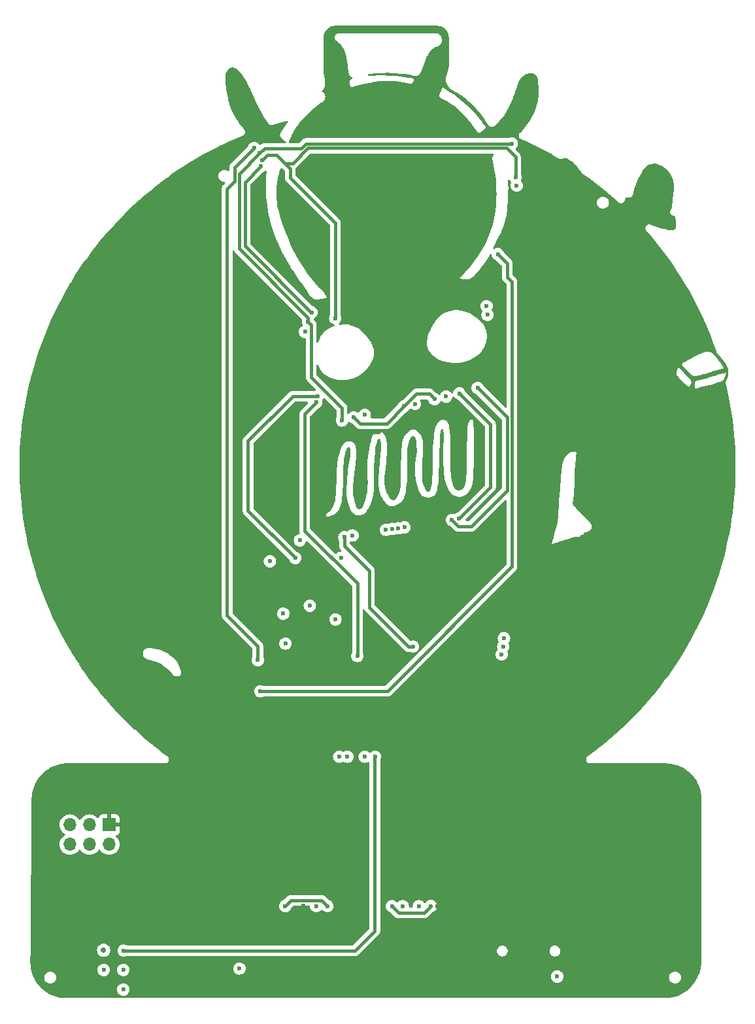
<source format=gbr>
%TF.GenerationSoftware,KiCad,Pcbnew,7.0.1-0*%
%TF.CreationDate,2024-04-28T15:41:34-04:00*%
%TF.ProjectId,OHS2024 Badge Release,4f485332-3032-4342-9042-616467652052,rev?*%
%TF.SameCoordinates,Original*%
%TF.FileFunction,Copper,L2,Inr*%
%TF.FilePolarity,Positive*%
%FSLAX46Y46*%
G04 Gerber Fmt 4.6, Leading zero omitted, Abs format (unit mm)*
G04 Created by KiCad (PCBNEW 7.0.1-0) date 2024-04-28 15:41:34*
%MOMM*%
%LPD*%
G01*
G04 APERTURE LIST*
%TA.AperFunction,ComponentPad*%
%ADD10R,1.700000X1.700000*%
%TD*%
%TA.AperFunction,ComponentPad*%
%ADD11O,1.700000X1.700000*%
%TD*%
%TA.AperFunction,ViaPad*%
%ADD12C,0.600000*%
%TD*%
%TA.AperFunction,ViaPad*%
%ADD13C,0.700000*%
%TD*%
%TA.AperFunction,Conductor*%
%ADD14C,0.381000*%
%TD*%
G04 APERTURE END LIST*
D10*
%TO.N,VBUS*%
%TO.C,J3*%
X57160000Y-128970000D03*
D11*
%TO.N,unconnected-(J3-Pin_2-Pad2)*%
X54620000Y-128970000D03*
%TO.N,/GPIO-06*%
X52080000Y-128970000D03*
%TO.N,/GPIO-05*%
X52080000Y-131510000D03*
%TO.N,unconnected-(J3-Pin_5-Pad5)*%
X54620000Y-131510000D03*
%TO.N,Earth*%
X57160000Y-131510000D03*
%TD*%
D12*
%TO.N,+BATT*%
X115190000Y-148610000D03*
X74040000Y-147570000D03*
%TO.N,Earth*%
X83980000Y-139490000D03*
D13*
X56440000Y-145220000D03*
D12*
%TO.N,VBUS*%
X109310000Y-139500000D03*
X82340000Y-139450000D03*
X99690000Y-139500000D03*
D13*
X56460000Y-150300000D03*
D12*
%TO.N,Net-(D1-A)*%
X82520000Y-65120000D03*
X80000000Y-105500000D03*
%TO.N,/BLUE-1*%
X86470000Y-102370000D03*
X90260000Y-120140000D03*
%TO.N,Net-(D2-A)*%
X75950000Y-41330000D03*
X76420000Y-107640000D03*
%TO.N,Net-(D3-A)*%
X76750000Y-111670000D03*
X107500000Y-55071883D03*
%TO.N,Net-(D4-A)*%
X83980000Y-74280000D03*
X89310000Y-107110000D03*
%TO.N,Net-(D5-A)*%
X87630000Y-91720000D03*
X96500000Y-105900000D03*
%TO.N,Net-(D6-A)*%
X108000000Y-106900000D03*
X93808668Y-90664873D03*
%TO.N,Net-(D7-A)*%
X95393307Y-90454023D03*
X108200000Y-105900000D03*
%TO.N,Net-(D8-A)*%
X102462066Y-89316030D03*
X102510442Y-73110139D03*
X108300000Y-104800000D03*
%TO.N,/MOSI*%
X56460000Y-147760000D03*
X95190000Y-139500000D03*
%TO.N,/MISO*%
X97280000Y-139500000D03*
X59000000Y-150300000D03*
%TO.N,/RESET*%
X59030000Y-145260000D03*
X91590000Y-120160000D03*
%TO.N,/GPIO-01*%
X83150000Y-100600000D03*
X88020000Y-120140000D03*
%TO.N,/GPIO-02*%
X79710000Y-101620000D03*
X86960000Y-120140000D03*
%TO.N,/CLK*%
X59000000Y-147760000D03*
X98830000Y-139490000D03*
X93780000Y-139500000D03*
%TO.N,/RK*%
X99310221Y-73854691D03*
X109947385Y-46198423D03*
X93015263Y-90763425D03*
X95335511Y-74785956D03*
X76793662Y-43695020D03*
X77984789Y-94855243D03*
X88851998Y-76218234D03*
X83370000Y-62600000D03*
X106032904Y-61817096D03*
%TO.N,/BK*%
X88678009Y-91507105D03*
X101547613Y-89492641D03*
X104884803Y-72389375D03*
X82930000Y-63820000D03*
X109310000Y-40760000D03*
X94603347Y-90577178D03*
X87310000Y-76611848D03*
X81874167Y-92130867D03*
X76660000Y-42020000D03*
%TO.N,/GK*%
X100805611Y-73503939D03*
X106170000Y-62930000D03*
X87175027Y-94389811D03*
X90259269Y-75887844D03*
X81280000Y-94420000D03*
X76990000Y-42920000D03*
X96770880Y-74470034D03*
X109782096Y-45107904D03*
X86441035Y-63388965D03*
X84146452Y-73498016D03*
%TO.N,/GPIO-05*%
X85410000Y-139490000D03*
X79970000Y-139480000D03*
%TD*%
D14*
%TO.N,Net-(D2-A)*%
X76420000Y-105850000D02*
X72440000Y-101870000D01*
X76420000Y-107640000D02*
X76420000Y-105850000D01*
X72440000Y-46610000D02*
X73420000Y-45630000D01*
X73420000Y-45630000D02*
X73420000Y-43860000D01*
X73420000Y-43860000D02*
X75950000Y-41330000D01*
X72440000Y-101870000D02*
X72440000Y-46610000D01*
%TO.N,Net-(D3-A)*%
X108720000Y-58071883D02*
X109330000Y-58681883D01*
X108720000Y-56291883D02*
X108720000Y-58071883D01*
X93190000Y-111670000D02*
X76750000Y-111670000D01*
X109330000Y-95530000D02*
X93190000Y-111670000D01*
X107500000Y-55071883D02*
X108720000Y-56291883D01*
X109330000Y-58681883D02*
X109330000Y-95530000D01*
%TO.N,Net-(D4-A)*%
X83980000Y-74280000D02*
X82490000Y-75770000D01*
X89310000Y-97734255D02*
X89310000Y-107110000D01*
X82490000Y-75770000D02*
X82490000Y-90914255D01*
X82490000Y-90914255D02*
X89310000Y-97734255D01*
%TO.N,Net-(D5-A)*%
X96500000Y-105900000D02*
X95930698Y-105900000D01*
X90870000Y-96080000D02*
X87630000Y-92840000D01*
X95930698Y-105900000D02*
X90870000Y-100839302D01*
X90870000Y-100839302D02*
X90870000Y-96080000D01*
X87630000Y-92840000D02*
X87630000Y-91720000D01*
%TO.N,Net-(D8-A)*%
X102462066Y-89295691D02*
X106550000Y-85207757D01*
X102462066Y-89316030D02*
X102462066Y-89295691D01*
X106550000Y-85207757D02*
X106550000Y-77149697D01*
X106550000Y-77149697D02*
X102510442Y-73110139D01*
%TO.N,/RESET*%
X89010000Y-145260000D02*
X59030000Y-145260000D01*
X91570000Y-120180000D02*
X91570000Y-142700000D01*
X91590000Y-120160000D02*
X91570000Y-120180000D01*
X91570000Y-142700000D02*
X89010000Y-145260000D01*
%TO.N,/CLK*%
X97940000Y-140380000D02*
X94660000Y-140380000D01*
X98830000Y-139490000D02*
X97940000Y-140380000D01*
X94660000Y-140380000D02*
X93780000Y-139500000D01*
%TO.N,/RK*%
X93111467Y-77010000D02*
X95335511Y-74785956D01*
X76793662Y-43695020D02*
X74731000Y-45757682D01*
X98625530Y-73170000D02*
X99310221Y-73854691D01*
X96951467Y-73170000D02*
X98625530Y-73170000D01*
X89643764Y-77010000D02*
X93111467Y-77010000D01*
X88851998Y-76218234D02*
X89643764Y-77010000D01*
X95335511Y-74785956D02*
X96951467Y-73170000D01*
X74731000Y-45757682D02*
X74731000Y-53991000D01*
X83340000Y-62600000D02*
X83370000Y-62600000D01*
X74731000Y-53991000D02*
X83340000Y-62600000D01*
%TO.N,/BK*%
X109120000Y-40760000D02*
X109310000Y-40760000D01*
X102354972Y-90300000D02*
X104090000Y-90300000D01*
X108700000Y-76204572D02*
X104884803Y-72389375D01*
X82670342Y-40759000D02*
X109119000Y-40759000D01*
X109119000Y-40759000D02*
X109120000Y-40760000D01*
X77270000Y-41410000D02*
X82019342Y-41410000D01*
X87310000Y-74970000D02*
X87310000Y-76611848D01*
X76660000Y-42020000D02*
X74001000Y-44679000D01*
X76660000Y-42020000D02*
X77270000Y-41410000D01*
X82930000Y-63300000D02*
X82930000Y-63820000D01*
X83330000Y-64220000D02*
X83330000Y-70990000D01*
X74001000Y-54371000D02*
X82930000Y-63300000D01*
X82930000Y-63820000D02*
X83330000Y-64220000D01*
X83330000Y-70990000D02*
X87310000Y-74970000D01*
X74001000Y-44679000D02*
X74001000Y-54371000D01*
X104090000Y-90300000D02*
X108700000Y-85690000D01*
X82019342Y-41410000D02*
X82670342Y-40759000D01*
X108700000Y-85690000D02*
X108700000Y-76204572D01*
X101547613Y-89492641D02*
X102354972Y-90300000D01*
%TO.N,/GK*%
X75145968Y-88285968D02*
X75145968Y-79264032D01*
X75145968Y-79264032D02*
X80911984Y-73498016D01*
X81280000Y-94420000D02*
X75145968Y-88285968D01*
X109782096Y-42482096D02*
X108640000Y-41340000D01*
X80625000Y-45185000D02*
X80625000Y-44025000D01*
X80911984Y-73498016D02*
X84146452Y-73498016D01*
X80950000Y-43301000D02*
X79901000Y-43301000D01*
X108640000Y-41340000D02*
X82911000Y-41340000D01*
X82911000Y-41340000D02*
X80950000Y-43301000D01*
X80625000Y-44025000D02*
X79420000Y-42820000D01*
X79901000Y-43301000D02*
X79420000Y-42820000D01*
X76990000Y-42920000D02*
X77680000Y-42230000D01*
X77680000Y-42230000D02*
X78830000Y-42230000D01*
X78830000Y-42230000D02*
X79420000Y-42820000D01*
X86441035Y-51001035D02*
X80625000Y-45185000D01*
X109782096Y-45107904D02*
X109782096Y-42482096D01*
X86441035Y-63388965D02*
X86441035Y-51001035D01*
%TO.N,/GPIO-05*%
X85410000Y-139490000D02*
X84679500Y-138759500D01*
X84679500Y-138759500D02*
X80690500Y-138759500D01*
X80690500Y-138759500D02*
X79970000Y-139480000D01*
%TD*%
%TA.AperFunction,Conductor*%
%TO.N,VBUS*%
G36*
X99583356Y-25505131D02*
G01*
X99596228Y-25505024D01*
X99596233Y-25505026D01*
X99657666Y-25504519D01*
X99666572Y-25504768D01*
X99866212Y-25517567D01*
X99883930Y-25519997D01*
X100075223Y-25560480D01*
X100092421Y-25565440D01*
X100171436Y-25594558D01*
X100275886Y-25633049D01*
X100292195Y-25640437D01*
X100464002Y-25733759D01*
X100479078Y-25743419D01*
X100635653Y-25860511D01*
X100649181Y-25872241D01*
X100773290Y-25996658D01*
X100787268Y-26010670D01*
X100798965Y-26024227D01*
X100915673Y-26181096D01*
X100925288Y-26196184D01*
X101018189Y-26368230D01*
X101025536Y-26384558D01*
X101092689Y-26568187D01*
X101097608Y-26585402D01*
X101137615Y-26776783D01*
X101140004Y-26794529D01*
X101152260Y-26993423D01*
X101152488Y-27002377D01*
X101151695Y-27076441D01*
X101152500Y-27082818D01*
X101152500Y-27093293D01*
X101152546Y-27093617D01*
X101154482Y-30765262D01*
X101153839Y-30777937D01*
X101136634Y-30946249D01*
X101135233Y-30956061D01*
X101103214Y-31130213D01*
X101101062Y-31139775D01*
X101054544Y-31314018D01*
X101051779Y-31322997D01*
X100985447Y-31512521D01*
X100984273Y-31515732D01*
X100935889Y-31642638D01*
X100931678Y-31652403D01*
X100927775Y-31660481D01*
X100922321Y-31677666D01*
X100920002Y-31684311D01*
X100918669Y-31687809D01*
X100913579Y-31701161D01*
X100911609Y-31709909D01*
X100908831Y-31720171D01*
X100871693Y-31837193D01*
X100868226Y-31846742D01*
X100864362Y-31856159D01*
X100860266Y-31872439D01*
X100858210Y-31879676D01*
X100853118Y-31895723D01*
X100851448Y-31905780D01*
X100849376Y-31915716D01*
X100820796Y-32029305D01*
X100818964Y-32035828D01*
X100813412Y-32053703D01*
X100813411Y-32053708D01*
X100813411Y-32053709D01*
X100812463Y-32059648D01*
X100812108Y-32061868D01*
X100809913Y-32072561D01*
X100807891Y-32080594D01*
X100805952Y-32099226D01*
X100805067Y-32105942D01*
X100786911Y-32219613D01*
X100785943Y-32224928D01*
X100781493Y-32246657D01*
X100781209Y-32251456D01*
X100779877Y-32263652D01*
X100779117Y-32268408D01*
X100778772Y-32290590D01*
X100778570Y-32295993D01*
X100771903Y-32408487D01*
X100771643Y-32412012D01*
X100769287Y-32438801D01*
X100769293Y-32438903D01*
X100769264Y-32453030D01*
X100769258Y-32453124D01*
X100771503Y-32479920D01*
X100771748Y-32483447D01*
X100777857Y-32594279D01*
X100777982Y-32597147D01*
X100778930Y-32626867D01*
X100780005Y-32636171D01*
X100785839Y-32665278D01*
X100786370Y-32668096D01*
X100804610Y-32771448D01*
X100805159Y-32774830D01*
X100809164Y-32801873D01*
X100812295Y-32815107D01*
X100820816Y-32841040D01*
X100821840Y-32844307D01*
X100832624Y-32880465D01*
X100834007Y-32885486D01*
X100839567Y-32907462D01*
X100841210Y-32911451D01*
X100845371Y-32923206D01*
X100846607Y-32927350D01*
X100856116Y-32947940D01*
X100858200Y-32952713D01*
X100901795Y-33058585D01*
X100903844Y-33063573D01*
X100915710Y-33092467D01*
X100933895Y-33123262D01*
X100933952Y-33123358D01*
X100997110Y-33230536D01*
X100998155Y-33232345D01*
X101014606Y-33261369D01*
X101016218Y-33263749D01*
X101037059Y-33289769D01*
X101038335Y-33291390D01*
X101108588Y-33382205D01*
X101110229Y-33384326D01*
X101112897Y-33387906D01*
X101127220Y-33407867D01*
X101128897Y-33409613D01*
X101137546Y-33419638D01*
X101139030Y-33421557D01*
X101156683Y-33438660D01*
X101159820Y-33441811D01*
X101236744Y-33521907D01*
X101241460Y-33527105D01*
X101253250Y-33540862D01*
X101253253Y-33540865D01*
X101253256Y-33540868D01*
X101259954Y-33546736D01*
X101267657Y-33554096D01*
X101273811Y-33560504D01*
X101288084Y-33571645D01*
X101293493Y-33576120D01*
X101376600Y-33648930D01*
X101382950Y-33654902D01*
X101392635Y-33664678D01*
X101392639Y-33664681D01*
X101403204Y-33672668D01*
X101410139Y-33678315D01*
X101420105Y-33687046D01*
X101420107Y-33687047D01*
X101420109Y-33687049D01*
X101431643Y-33694551D01*
X101438790Y-33699567D01*
X101524931Y-33764681D01*
X101533821Y-33772077D01*
X101538732Y-33776566D01*
X101544309Y-33780363D01*
X101555556Y-33788021D01*
X101560540Y-33791599D01*
X101571689Y-33800026D01*
X101576751Y-33803852D01*
X101582573Y-33807067D01*
X101592409Y-33813113D01*
X101682404Y-33874386D01*
X101692688Y-33882202D01*
X101695143Y-33884278D01*
X101715278Y-33896878D01*
X101719254Y-33899474D01*
X101738914Y-33912860D01*
X101741816Y-33914279D01*
X101753105Y-33920551D01*
X101847848Y-33979842D01*
X101856394Y-33985953D01*
X101858153Y-33987006D01*
X101858159Y-33987011D01*
X101883640Y-34002269D01*
X101885666Y-34003510D01*
X101912571Y-34020347D01*
X101921910Y-34025185D01*
X101940591Y-34036371D01*
X102020943Y-34084486D01*
X102026793Y-34088528D01*
X102030357Y-34090601D01*
X102030359Y-34090603D01*
X102057977Y-34106671D01*
X102059195Y-34107390D01*
X102086587Y-34123793D01*
X102086590Y-34123794D01*
X102090125Y-34125911D01*
X102096485Y-34129076D01*
X102258110Y-34223113D01*
X102380258Y-34294181D01*
X102384591Y-34296822D01*
X102757889Y-34534976D01*
X102762163Y-34537829D01*
X103104781Y-34776949D01*
X103125052Y-34791096D01*
X103129151Y-34794084D01*
X103159274Y-34817000D01*
X103479655Y-35060731D01*
X103484065Y-35064247D01*
X103579631Y-35144063D01*
X103821702Y-35346239D01*
X103825373Y-35349430D01*
X104152755Y-35645587D01*
X104156422Y-35649043D01*
X104308368Y-35798251D01*
X104470530Y-35957491D01*
X104474335Y-35961396D01*
X104774246Y-36282998D01*
X104777632Y-36286782D01*
X105056055Y-36611000D01*
X105064663Y-36621023D01*
X105067977Y-36625052D01*
X105340275Y-36970841D01*
X105343536Y-36975175D01*
X105559759Y-37276146D01*
X105601285Y-37333947D01*
X105604076Y-37338000D01*
X105786747Y-37614839D01*
X105847944Y-37707582D01*
X105850745Y-37712029D01*
X106030650Y-38011622D01*
X106061000Y-38062164D01*
X106063238Y-38066597D01*
X106067597Y-38073913D01*
X106073862Y-38085863D01*
X106089622Y-38120372D01*
X106098248Y-38130327D01*
X106108442Y-38143860D01*
X106116790Y-38156679D01*
X106119404Y-38160873D01*
X106124824Y-38169971D01*
X106131344Y-38180916D01*
X106133627Y-38183739D01*
X106141122Y-38194048D01*
X106167768Y-38234967D01*
X106174014Y-38244559D01*
X106176166Y-38247986D01*
X106189434Y-38269893D01*
X106190299Y-38270947D01*
X106198369Y-38281962D01*
X106199115Y-38283108D01*
X106215982Y-38302339D01*
X106218589Y-38305410D01*
X106231804Y-38321508D01*
X106261334Y-38357481D01*
X106263600Y-38360327D01*
X106279878Y-38381387D01*
X106280124Y-38381626D01*
X106289639Y-38391962D01*
X106290712Y-38393269D01*
X106309322Y-38414999D01*
X106309878Y-38415836D01*
X106347985Y-38447866D01*
X106354521Y-38453768D01*
X106364280Y-38463231D01*
X106375100Y-38471074D01*
X106382112Y-38476550D01*
X106392365Y-38485168D01*
X106403913Y-38492346D01*
X106411216Y-38497253D01*
X106440168Y-38518239D01*
X106447840Y-38524276D01*
X106453985Y-38529517D01*
X106480943Y-38541572D01*
X106484671Y-38543553D01*
X106490169Y-38545964D01*
X106490173Y-38545967D01*
X106521116Y-38559539D01*
X106521405Y-38559667D01*
X106585368Y-38588272D01*
X106585369Y-38588272D01*
X106587037Y-38589018D01*
X106588851Y-38589251D01*
X106658014Y-38598135D01*
X106658602Y-38598212D01*
X106727982Y-38607631D01*
X106727983Y-38607630D01*
X106729791Y-38607876D01*
X106731597Y-38607588D01*
X106731601Y-38607589D01*
X106800589Y-38596608D01*
X106801046Y-38596537D01*
X106870274Y-38586028D01*
X106870276Y-38586026D01*
X106872081Y-38585753D01*
X106873732Y-38584968D01*
X106873735Y-38584968D01*
X106936957Y-38554938D01*
X106937200Y-38554823D01*
X106967936Y-38540494D01*
X106967941Y-38540490D01*
X106973397Y-38537947D01*
X106977063Y-38535888D01*
X107003737Y-38523220D01*
X107015620Y-38512604D01*
X107024241Y-38506372D01*
X107024079Y-38506165D01*
X107035408Y-38497261D01*
X107037854Y-38495338D01*
X107046612Y-38489051D01*
X107053861Y-38484313D01*
X107067643Y-38472177D01*
X107072941Y-38467769D01*
X107126216Y-38425910D01*
X107133120Y-38420864D01*
X107144829Y-38412912D01*
X107154317Y-38404257D01*
X107161247Y-38398386D01*
X107171369Y-38390435D01*
X107181140Y-38380195D01*
X107187265Y-38374205D01*
X107235446Y-38330261D01*
X107245922Y-38321767D01*
X107246185Y-38321513D01*
X107246193Y-38321508D01*
X107266052Y-38302401D01*
X107268333Y-38300264D01*
X107288729Y-38281663D01*
X107288736Y-38281654D01*
X107289004Y-38281410D01*
X107298178Y-38271497D01*
X107407676Y-38166157D01*
X107416940Y-38158088D01*
X107420742Y-38155096D01*
X107436028Y-38139044D01*
X107439806Y-38135246D01*
X107455791Y-38119870D01*
X107458768Y-38116048D01*
X107466775Y-38106759D01*
X107665812Y-37897771D01*
X107673942Y-37889977D01*
X107679488Y-37885127D01*
X107692310Y-37870185D01*
X107696551Y-37865495D01*
X107710120Y-37851249D01*
X107714375Y-37845264D01*
X107721313Y-37836391D01*
X107907667Y-37619255D01*
X107915662Y-37610783D01*
X107920265Y-37606343D01*
X107932892Y-37590090D01*
X107936693Y-37585434D01*
X107950117Y-37569795D01*
X107950121Y-37569789D01*
X107953550Y-37564397D01*
X107960261Y-37554863D01*
X108132560Y-37333100D01*
X108140422Y-37323941D01*
X108141638Y-37322655D01*
X108144112Y-37320042D01*
X108156589Y-37302380D01*
X108159904Y-37297906D01*
X108173193Y-37280805D01*
X108175848Y-37276142D01*
X108182323Y-37265957D01*
X108342168Y-37039714D01*
X108349620Y-37030191D01*
X108353079Y-37026190D01*
X108364793Y-37007908D01*
X108367884Y-37003316D01*
X108380426Y-36985567D01*
X108382836Y-36980849D01*
X108388864Y-36970348D01*
X108393419Y-36963241D01*
X108536574Y-36739855D01*
X108544215Y-36729216D01*
X108545947Y-36727055D01*
X108558239Y-36706205D01*
X108560645Y-36702294D01*
X108573711Y-36681908D01*
X108574857Y-36679390D01*
X108580907Y-36667765D01*
X108602311Y-36631466D01*
X108718795Y-36433918D01*
X108725821Y-36423295D01*
X108727974Y-36420380D01*
X108739050Y-36399757D01*
X108741430Y-36395532D01*
X108753314Y-36375381D01*
X108754697Y-36372013D01*
X108760139Y-36360498D01*
X108887325Y-36123726D01*
X108894579Y-36111871D01*
X108894991Y-36111276D01*
X108906720Y-36087739D01*
X108908445Y-36084408D01*
X108909036Y-36083308D01*
X108920855Y-36061306D01*
X108921103Y-36060626D01*
X108926596Y-36047853D01*
X109044930Y-35810393D01*
X109051882Y-35798251D01*
X109051925Y-35798157D01*
X109051929Y-35798152D01*
X109063372Y-35773491D01*
X109064802Y-35770518D01*
X109076925Y-35746194D01*
X109076925Y-35746191D01*
X109076969Y-35746105D01*
X109082121Y-35733087D01*
X109194208Y-35491550D01*
X109200767Y-35479275D01*
X109201109Y-35478715D01*
X109211465Y-35454496D01*
X109212984Y-35451088D01*
X109224068Y-35427206D01*
X109224256Y-35426581D01*
X109229009Y-35413473D01*
X109242952Y-35380869D01*
X109333194Y-35169849D01*
X109338157Y-35159961D01*
X109338803Y-35158357D01*
X109338806Y-35158353D01*
X109349762Y-35131175D01*
X109350717Y-35128874D01*
X109362261Y-35101884D01*
X109362263Y-35101875D01*
X109362943Y-35100286D01*
X109366444Y-35089799D01*
X109464472Y-34846659D01*
X109468453Y-34838340D01*
X109469462Y-34835709D01*
X109469468Y-34835699D01*
X109480458Y-34807050D01*
X109481153Y-34805286D01*
X109493631Y-34774340D01*
X109496390Y-34765522D01*
X109590380Y-34520531D01*
X109594536Y-34511438D01*
X109595338Y-34509226D01*
X109605591Y-34480938D01*
X109606315Y-34478995D01*
X109617114Y-34450852D01*
X109617114Y-34450847D01*
X109617954Y-34448661D01*
X109620771Y-34439062D01*
X109709511Y-34194260D01*
X109712088Y-34188392D01*
X109713599Y-34184069D01*
X109713602Y-34184066D01*
X109724319Y-34153429D01*
X109724674Y-34152431D01*
X109735738Y-34121914D01*
X109735740Y-34121902D01*
X109737300Y-34117600D01*
X109739013Y-34111430D01*
X109771258Y-34019261D01*
X109822426Y-33873002D01*
X109825145Y-33866737D01*
X109827050Y-33861338D01*
X109827052Y-33861335D01*
X109837165Y-33832678D01*
X109837818Y-33830877D01*
X109846672Y-33807138D01*
X109848100Y-33803850D01*
X109848845Y-33801586D01*
X109850460Y-33796983D01*
X109861091Y-33768483D01*
X109861091Y-33768478D01*
X109864860Y-33758374D01*
X109866976Y-33748214D01*
X109868881Y-33742819D01*
X109868882Y-33742811D01*
X109869443Y-33741223D01*
X109872280Y-33730443D01*
X109886982Y-33685814D01*
X109902910Y-33637460D01*
X109904108Y-33634521D01*
X109906175Y-33628129D01*
X109906178Y-33628125D01*
X109916676Y-33595674D01*
X109916811Y-33595257D01*
X109927573Y-33562592D01*
X109927573Y-33562588D01*
X109929678Y-33556201D01*
X109930448Y-33553106D01*
X109940897Y-33520808D01*
X109958570Y-33466183D01*
X109958960Y-33465221D01*
X109961496Y-33457333D01*
X109961500Y-33457327D01*
X109972240Y-33423933D01*
X109972356Y-33423751D01*
X109972305Y-33423735D01*
X109980307Y-33399000D01*
X109983218Y-33390003D01*
X109983218Y-33389998D01*
X109985740Y-33382205D01*
X109985994Y-33381170D01*
X110026479Y-33255295D01*
X110026856Y-33254149D01*
X110080921Y-33091959D01*
X110081703Y-33089685D01*
X110092293Y-33059857D01*
X110136316Y-32935858D01*
X110137681Y-32932200D01*
X110193868Y-32788708D01*
X110196025Y-32783550D01*
X110256606Y-32647449D01*
X110259378Y-32641637D01*
X110323422Y-32515920D01*
X110327430Y-32508665D01*
X110396098Y-32393721D01*
X110401385Y-32385612D01*
X110477051Y-32278959D01*
X110483373Y-32270797D01*
X110566238Y-32172612D01*
X110574288Y-32163952D01*
X110659491Y-32080628D01*
X110664339Y-32076474D01*
X110667589Y-32073223D01*
X110667593Y-32073221D01*
X110678601Y-32062212D01*
X110686588Y-32054893D01*
X110790411Y-31967793D01*
X110800418Y-31960227D01*
X110907327Y-31887610D01*
X110917913Y-31881170D01*
X111031353Y-31819724D01*
X111042336Y-31814457D01*
X111132630Y-31776493D01*
X111160308Y-31764856D01*
X111172315Y-31760520D01*
X111188154Y-31755707D01*
X111294261Y-31723463D01*
X111305605Y-31720594D01*
X111425476Y-31696236D01*
X111435235Y-31694879D01*
X111437623Y-31694348D01*
X111437627Y-31694348D01*
X111467120Y-31687793D01*
X111469119Y-31687368D01*
X111498751Y-31681347D01*
X111498754Y-31681345D01*
X111504930Y-31680091D01*
X111512069Y-31678856D01*
X111639457Y-31660658D01*
X111651146Y-31659550D01*
X111780002Y-31653478D01*
X111792912Y-31653543D01*
X111921626Y-31660918D01*
X111933766Y-31662216D01*
X112009720Y-31674146D01*
X112017164Y-31676385D01*
X112029542Y-31678164D01*
X112029543Y-31678165D01*
X112062854Y-31682954D01*
X112078511Y-31686248D01*
X112149607Y-31706078D01*
X112163581Y-31710890D01*
X112173782Y-31715099D01*
X112235869Y-31740715D01*
X112249833Y-31747529D01*
X112316886Y-31785627D01*
X112328709Y-31793264D01*
X112391138Y-31838807D01*
X112402811Y-31848468D01*
X112458078Y-31900217D01*
X112468109Y-31910782D01*
X112518334Y-31970327D01*
X112518339Y-31970332D01*
X112526849Y-31981681D01*
X112569371Y-32045719D01*
X112576814Y-32058528D01*
X112611432Y-32127256D01*
X112617221Y-32140661D01*
X112635800Y-32191754D01*
X112643183Y-32212055D01*
X112647579Y-32227013D01*
X112656643Y-32267000D01*
X112664539Y-32301835D01*
X112666959Y-32316593D01*
X112674897Y-32393985D01*
X112675120Y-32400121D01*
X112679300Y-32436979D01*
X112679443Y-32438300D01*
X112683246Y-32475386D01*
X112684341Y-32481439D01*
X112711875Y-32724238D01*
X112712165Y-32727084D01*
X112740935Y-33046434D01*
X112741140Y-33049016D01*
X112763047Y-33366207D01*
X112763247Y-33369899D01*
X112775552Y-33684134D01*
X112775638Y-33687488D01*
X112779398Y-33998724D01*
X112779371Y-34003218D01*
X112771943Y-34310613D01*
X112771729Y-34315493D01*
X112752296Y-34620847D01*
X112751885Y-34625756D01*
X112720547Y-34928069D01*
X112719885Y-34933347D01*
X112676059Y-35231004D01*
X112675031Y-35236970D01*
X112617101Y-35530243D01*
X112615706Y-35536464D01*
X112542552Y-35827271D01*
X112540831Y-35833436D01*
X112452748Y-36120154D01*
X112450500Y-36126794D01*
X112351473Y-36394250D01*
X112346105Y-36406634D01*
X112344327Y-36410189D01*
X112341771Y-36417882D01*
X112337850Y-36428138D01*
X112251343Y-36627442D01*
X112249511Y-36631466D01*
X112070342Y-37006780D01*
X112067843Y-37011727D01*
X111874182Y-37374724D01*
X111871380Y-37379696D01*
X111661891Y-37732272D01*
X111658939Y-37736996D01*
X111433215Y-38080734D01*
X111430104Y-38085250D01*
X111189523Y-38418507D01*
X111186114Y-38423010D01*
X110930433Y-38745186D01*
X110926971Y-38749357D01*
X110657497Y-39060001D01*
X110653595Y-39064292D01*
X110409294Y-39320647D01*
X110387508Y-39338807D01*
X110387469Y-39338832D01*
X110352211Y-39380262D01*
X110347550Y-39385437D01*
X110334981Y-39398627D01*
X110329892Y-39405777D01*
X110323308Y-39414229D01*
X110294195Y-39448441D01*
X110290288Y-39457203D01*
X110278069Y-39478594D01*
X110272499Y-39486420D01*
X110257812Y-39528891D01*
X110253874Y-39538861D01*
X110235581Y-39579887D01*
X110234299Y-39589402D01*
X110228605Y-39613356D01*
X110225465Y-39622437D01*
X110223339Y-39667311D01*
X110222369Y-39677989D01*
X110216372Y-39722520D01*
X110217824Y-39732015D01*
X110219109Y-39756613D01*
X110218655Y-39766199D01*
X110218655Y-39766203D01*
X110218656Y-39766203D01*
X110228079Y-39805000D01*
X110229260Y-39809860D01*
X110231338Y-39820385D01*
X110238127Y-39864785D01*
X110242193Y-39873483D01*
X110250357Y-39896725D01*
X110252623Y-39906055D01*
X110252625Y-39906058D01*
X110275104Y-39944968D01*
X110280055Y-39954465D01*
X110299084Y-39995164D01*
X110299085Y-39995165D01*
X110305433Y-40002361D01*
X110319815Y-40022361D01*
X110324620Y-40030678D01*
X110357141Y-40061670D01*
X110364572Y-40069390D01*
X110394301Y-40103087D01*
X110402416Y-40108200D01*
X110421856Y-40123343D01*
X110428808Y-40129968D01*
X110468765Y-40150553D01*
X110478050Y-40155857D01*
X110485467Y-40160531D01*
X110502124Y-40167958D01*
X110508373Y-40170959D01*
X110556749Y-40195882D01*
X110556790Y-40195889D01*
X110583852Y-40204403D01*
X111187865Y-40473748D01*
X111189865Y-40474661D01*
X112051707Y-40878434D01*
X112053991Y-40879535D01*
X112907346Y-41301773D01*
X112909522Y-41302877D01*
X113047612Y-41374748D01*
X113753118Y-41741942D01*
X113755401Y-41743161D01*
X114190339Y-41981194D01*
X114528956Y-42166513D01*
X114590139Y-42199997D01*
X114592341Y-42201231D01*
X115361081Y-42642614D01*
X115399957Y-42664935D01*
X115408784Y-42670510D01*
X115446325Y-42696493D01*
X115497256Y-42713361D01*
X115504072Y-42715841D01*
X115553966Y-42735678D01*
X115554730Y-42735749D01*
X115582226Y-42741503D01*
X115582949Y-42741743D01*
X115636596Y-42743580D01*
X115643796Y-42744038D01*
X115697269Y-42749015D01*
X115698014Y-42748869D01*
X115726030Y-42746644D01*
X115726787Y-42746670D01*
X115778809Y-42733310D01*
X115785843Y-42731722D01*
X115838525Y-42721439D01*
X115879053Y-42700421D01*
X115888492Y-42696020D01*
X115935762Y-42676359D01*
X115952612Y-42670730D01*
X115989102Y-42661389D01*
X116007192Y-42658166D01*
X116061217Y-42652636D01*
X116071822Y-42652010D01*
X116080725Y-42651870D01*
X116098599Y-42649009D01*
X116105552Y-42648097D01*
X116123579Y-42646253D01*
X116132194Y-42644100D01*
X116142651Y-42641960D01*
X116172098Y-42637249D01*
X116189663Y-42635709D01*
X116226584Y-42635109D01*
X116243017Y-42635934D01*
X116292675Y-42641753D01*
X116307215Y-42644345D01*
X116372699Y-42660101D01*
X116384900Y-42663709D01*
X116465920Y-42692270D01*
X116476697Y-42696649D01*
X116574010Y-42741614D01*
X116582194Y-42745770D01*
X116701188Y-42811877D01*
X116706540Y-42815030D01*
X116756215Y-42846000D01*
X116840054Y-42898270D01*
X116845959Y-42902191D01*
X116976002Y-42993985D01*
X116985697Y-43001576D01*
X117016627Y-43028377D01*
X117018704Y-43029325D01*
X117043129Y-43044091D01*
X117066810Y-43062435D01*
X117114113Y-43099078D01*
X117118932Y-43103009D01*
X117336407Y-43289662D01*
X117348010Y-43299620D01*
X117353051Y-43304192D01*
X117373889Y-43324166D01*
X117567799Y-43510030D01*
X117573139Y-43515473D01*
X117773510Y-43732690D01*
X117778343Y-43738253D01*
X117965833Y-43967505D01*
X117970310Y-43973323D01*
X118144364Y-44213979D01*
X118148577Y-44220192D01*
X118255728Y-44389000D01*
X118311696Y-44477172D01*
X118313906Y-44480789D01*
X118321446Y-44493619D01*
X118344960Y-44533630D01*
X118372696Y-44559672D01*
X118381984Y-44569392D01*
X118406731Y-44598277D01*
X118458088Y-44631691D01*
X118461610Y-44634069D01*
X118636314Y-44756456D01*
X118637689Y-44757433D01*
X118639005Y-44758382D01*
X119413887Y-45317087D01*
X119415943Y-45318603D01*
X119975091Y-45740314D01*
X120178667Y-45893852D01*
X120180617Y-45895353D01*
X120931758Y-46485606D01*
X120933740Y-46487197D01*
X121346981Y-46825856D01*
X121642072Y-47067689D01*
X121671762Y-47092020D01*
X121673718Y-47093657D01*
X121952275Y-47331717D01*
X122399786Y-47714169D01*
X122401765Y-47715897D01*
X122403902Y-47717803D01*
X123077994Y-48319070D01*
X123105351Y-48343471D01*
X123110564Y-48348399D01*
X123148646Y-48386544D01*
X123188488Y-48408340D01*
X123197508Y-48413785D01*
X123235361Y-48438888D01*
X123235363Y-48438889D01*
X123244048Y-48441575D01*
X123266925Y-48451253D01*
X123274908Y-48455621D01*
X123296502Y-48460337D01*
X123319290Y-48465314D01*
X123329443Y-48467987D01*
X123372859Y-48481415D01*
X123381944Y-48481545D01*
X123406629Y-48484388D01*
X123409060Y-48484918D01*
X123415516Y-48486329D01*
X123460844Y-48483123D01*
X123471335Y-48482828D01*
X123516026Y-48483471D01*
X123516766Y-48483482D01*
X123516766Y-48483481D01*
X123516767Y-48483482D01*
X123525521Y-48481047D01*
X123550006Y-48476820D01*
X123559080Y-48476179D01*
X123601675Y-48460331D01*
X123611647Y-48457096D01*
X123655427Y-48444921D01*
X123663147Y-48440114D01*
X123685438Y-48429167D01*
X123693968Y-48425994D01*
X123730368Y-48398790D01*
X123739038Y-48392867D01*
X123777606Y-48368858D01*
X123783662Y-48362067D01*
X123801967Y-48345282D01*
X123809255Y-48339837D01*
X123836510Y-48303489D01*
X123843164Y-48295358D01*
X123873407Y-48261453D01*
X123875830Y-48256343D01*
X123877302Y-48253239D01*
X123890143Y-48231964D01*
X123895598Y-48224692D01*
X123911513Y-48182124D01*
X123915595Y-48172477D01*
X123935069Y-48131410D01*
X123943505Y-48078169D01*
X123944830Y-48071130D01*
X123946933Y-48061503D01*
X123956524Y-48017580D01*
X123958056Y-48011351D01*
X123989627Y-47895850D01*
X123994642Y-47881182D01*
X124014574Y-47832973D01*
X124020864Y-47819968D01*
X124034148Y-47796157D01*
X124043920Y-47781269D01*
X124050737Y-47772354D01*
X124105668Y-47731587D01*
X124106239Y-47731372D01*
X124121176Y-47726819D01*
X124139243Y-47722535D01*
X124155388Y-47719818D01*
X124179869Y-47717348D01*
X124186881Y-47716641D01*
X124201356Y-47716032D01*
X124202635Y-47716052D01*
X124253603Y-47716888D01*
X124266732Y-47717802D01*
X124269317Y-47718121D01*
X124293718Y-47717627D01*
X124298202Y-47717620D01*
X124318194Y-47717947D01*
X124322583Y-47718020D01*
X124322583Y-47718019D01*
X124322590Y-47718020D01*
X124325180Y-47717690D01*
X124338292Y-47716727D01*
X124375352Y-47715978D01*
X124386744Y-47716272D01*
X124443918Y-47720389D01*
X124459327Y-47722476D01*
X124491407Y-47728893D01*
X124557734Y-47723027D01*
X124559829Y-47722860D01*
X124626248Y-47718143D01*
X124626248Y-47718142D01*
X124630654Y-47717830D01*
X124634768Y-47716216D01*
X124634770Y-47716216D01*
X124696799Y-47691884D01*
X124698680Y-47691165D01*
X124761120Y-47667911D01*
X124761122Y-47667909D01*
X124765261Y-47666368D01*
X124768750Y-47663662D01*
X124768753Y-47663662D01*
X124821470Y-47622796D01*
X124822961Y-47621661D01*
X124876377Y-47581716D01*
X124876379Y-47581712D01*
X124879913Y-47579070D01*
X124882498Y-47575492D01*
X124882504Y-47575488D01*
X124921562Y-47521441D01*
X124922663Y-47519945D01*
X124950007Y-47483454D01*
X124952865Y-47479788D01*
X124954177Y-47478170D01*
X124954177Y-47478168D01*
X124961320Y-47469356D01*
X124963721Y-47465152D01*
X124965330Y-47463004D01*
X124966803Y-47458841D01*
X124966805Y-47458839D01*
X124989022Y-47396068D01*
X124989748Y-47394076D01*
X124990750Y-47391391D01*
X124992994Y-47385384D01*
X124994714Y-47381033D01*
X124995677Y-47378727D01*
X124995677Y-47378723D01*
X124996745Y-47376167D01*
X124998391Y-47370935D01*
X125013040Y-47331718D01*
X125013832Y-47320703D01*
X125015198Y-47309234D01*
X125015803Y-47305597D01*
X125015805Y-47305594D01*
X125017204Y-47297195D01*
X125019444Y-47286627D01*
X125021568Y-47278400D01*
X125022720Y-47267936D01*
X125023037Y-47265326D01*
X125024795Y-47252064D01*
X125025399Y-47248028D01*
X125029574Y-47222979D01*
X125029576Y-47222969D01*
X125029611Y-47221358D01*
X125030653Y-47207858D01*
X125036062Y-47167044D01*
X125036531Y-47163835D01*
X125041340Y-47133779D01*
X125044890Y-47118156D01*
X125175438Y-46677786D01*
X125176863Y-46673300D01*
X125328865Y-46224895D01*
X125330592Y-46220126D01*
X125500606Y-45779419D01*
X125502396Y-45775033D01*
X125689743Y-45340423D01*
X125691734Y-45336046D01*
X125895848Y-44909781D01*
X125898119Y-44905279D01*
X126123006Y-44481566D01*
X126123838Y-44480028D01*
X126132504Y-44464258D01*
X126176813Y-44383629D01*
X126179164Y-44379541D01*
X126265506Y-44235922D01*
X126268972Y-44230486D01*
X126355657Y-44102094D01*
X126359816Y-44096306D01*
X126448384Y-43980306D01*
X126453938Y-43973543D01*
X126544767Y-43870603D01*
X126550737Y-43864299D01*
X126644321Y-43772188D01*
X126651630Y-43765549D01*
X126748723Y-43684163D01*
X126756843Y-43677909D01*
X126775061Y-43665042D01*
X126855023Y-43608565D01*
X126864718Y-43602372D01*
X126967219Y-43543417D01*
X126977513Y-43538120D01*
X127088034Y-43487635D01*
X127098102Y-43483559D01*
X127216457Y-43441584D01*
X127227655Y-43438199D01*
X127355659Y-43406024D01*
X127366202Y-43403856D01*
X127507304Y-43381191D01*
X127517275Y-43380004D01*
X127670691Y-43368031D01*
X127681103Y-43367659D01*
X127798309Y-43368415D01*
X127802840Y-43368526D01*
X127827180Y-43369578D01*
X127829797Y-43369316D01*
X127842931Y-43368703D01*
X127845569Y-43368721D01*
X127850360Y-43368063D01*
X127865374Y-43366926D01*
X127931578Y-43365945D01*
X127944966Y-43366471D01*
X128034001Y-43374818D01*
X128048652Y-43377083D01*
X128129929Y-43394685D01*
X128145185Y-43399027D01*
X128161180Y-43404710D01*
X128255241Y-43438126D01*
X128256906Y-43438731D01*
X128342589Y-43470556D01*
X128348545Y-43472946D01*
X128553144Y-43561238D01*
X128561550Y-43565246D01*
X128622116Y-43596971D01*
X128752076Y-43665045D01*
X128759730Y-43669408D01*
X128941098Y-43781527D01*
X128948743Y-43786655D01*
X129119814Y-43910846D01*
X129126825Y-43916330D01*
X129288512Y-44052444D01*
X129295112Y-44058419D01*
X129447085Y-44206239D01*
X129452805Y-44212185D01*
X129593747Y-44368880D01*
X129599495Y-44375758D01*
X129727616Y-44540837D01*
X129732907Y-44548194D01*
X129849361Y-44723289D01*
X129853834Y-44730543D01*
X129958859Y-44914753D01*
X129962720Y-44922084D01*
X130054372Y-45111170D01*
X130058119Y-45119704D01*
X130135411Y-45315399D01*
X130138332Y-45323633D01*
X130202022Y-45525454D01*
X130204373Y-45533942D01*
X130253704Y-45740314D01*
X130255542Y-45749534D01*
X130289296Y-45960293D01*
X130290377Y-45969016D01*
X130309436Y-46185281D01*
X130309901Y-46194289D01*
X130313270Y-46416671D01*
X130313156Y-46424180D01*
X130297581Y-46766826D01*
X130297258Y-46771757D01*
X130266070Y-47136574D01*
X130265723Y-47140056D01*
X130223357Y-47511720D01*
X130223087Y-47513918D01*
X130172903Y-47893752D01*
X130172872Y-47893981D01*
X130126524Y-48239814D01*
X130125565Y-48244536D01*
X130120731Y-48282997D01*
X130120601Y-48283999D01*
X130115439Y-48322527D01*
X130115160Y-48327334D01*
X130076247Y-48637058D01*
X130074387Y-48646879D01*
X130070948Y-48679054D01*
X130070684Y-48681326D01*
X130066646Y-48713466D01*
X130066204Y-48723453D01*
X130031008Y-49052783D01*
X130025777Y-49077504D01*
X130021044Y-49092249D01*
X130017159Y-49102708D01*
X129997561Y-49148983D01*
X129995299Y-49154008D01*
X129959461Y-49229098D01*
X129959457Y-49229107D01*
X129949535Y-49249813D01*
X129943925Y-49260217D01*
X129940837Y-49265341D01*
X129932658Y-49284714D01*
X129930250Y-49290060D01*
X129921172Y-49309004D01*
X129920595Y-49310846D01*
X129915607Y-49320317D01*
X129916661Y-49320739D01*
X129902827Y-49355307D01*
X129901940Y-49357465D01*
X129891532Y-49382117D01*
X129890465Y-49384571D01*
X129877961Y-49412488D01*
X129875379Y-49419814D01*
X129874208Y-49424275D01*
X129870323Y-49436049D01*
X129864559Y-49459824D01*
X129863282Y-49464663D01*
X129856760Y-49487492D01*
X129854105Y-49500852D01*
X129846539Y-49529674D01*
X129846139Y-49531164D01*
X129838384Y-49559274D01*
X129838994Y-49596376D01*
X129838452Y-49610176D01*
X129834929Y-49647143D01*
X129838235Y-49664283D01*
X129840462Y-49685725D01*
X129840749Y-49703173D01*
X129851792Y-49738619D01*
X129855159Y-49752010D01*
X129862191Y-49788459D01*
X129870186Y-49803961D01*
X129878367Y-49823914D01*
X129883560Y-49840583D01*
X129904139Y-49871476D01*
X129911146Y-49883382D01*
X129928161Y-49916374D01*
X129940208Y-49929004D01*
X129953677Y-49945842D01*
X129963350Y-49960362D01*
X129991798Y-49984206D01*
X130001865Y-49993646D01*
X130027495Y-50020517D01*
X130042605Y-50029237D01*
X130060278Y-50041602D01*
X130073653Y-50052813D01*
X130107664Y-50067674D01*
X130119998Y-50073903D01*
X130152146Y-50092457D01*
X130206360Y-50105599D01*
X130221001Y-50110122D01*
X130225480Y-50111816D01*
X130245040Y-50116162D01*
X130251107Y-50117671D01*
X130270412Y-50122998D01*
X130276655Y-50123790D01*
X130295202Y-50127604D01*
X130310475Y-50131983D01*
X130320461Y-50133353D01*
X130330498Y-50135153D01*
X130340373Y-50137348D01*
X130347301Y-50137874D01*
X130357236Y-50138630D01*
X130364685Y-50139423D01*
X130376395Y-50141030D01*
X130427272Y-50160013D01*
X130465160Y-50198917D01*
X130482789Y-50250282D01*
X130483250Y-50254461D01*
X130483351Y-50255405D01*
X130487352Y-50294413D01*
X130488154Y-50298892D01*
X130532679Y-50702282D01*
X130532975Y-50705296D01*
X130570823Y-51146855D01*
X130571001Y-51149195D01*
X130572675Y-51174301D01*
X130572921Y-51179856D01*
X130576109Y-51326484D01*
X130575962Y-51335774D01*
X130569666Y-51453984D01*
X130568612Y-51464814D01*
X130554369Y-51565166D01*
X130552336Y-51576000D01*
X130534045Y-51654150D01*
X130529896Y-51668120D01*
X130509158Y-51725375D01*
X130503283Y-51738991D01*
X130482101Y-51780984D01*
X130473599Y-51795345D01*
X130455552Y-51821619D01*
X130444132Y-51835870D01*
X130425960Y-51855405D01*
X130413021Y-51867462D01*
X130385714Y-51889489D01*
X130371214Y-51899570D01*
X130344444Y-51915480D01*
X130328303Y-51923546D01*
X130286823Y-51940625D01*
X130272471Y-51945531D01*
X130211794Y-51962206D01*
X130198362Y-51965108D01*
X130118577Y-51977764D01*
X130106201Y-51979094D01*
X130008176Y-51984677D01*
X129996802Y-51984803D01*
X129874677Y-51980543D01*
X129866263Y-51979962D01*
X129745541Y-51967496D01*
X129741301Y-51966767D01*
X129701942Y-51962992D01*
X129701048Y-51962903D01*
X129694297Y-51962206D01*
X129667799Y-51959470D01*
X129667795Y-51959470D01*
X129661886Y-51958860D01*
X129657603Y-51958740D01*
X129639112Y-51956967D01*
X129634222Y-51956400D01*
X129514791Y-51940143D01*
X129492414Y-51934949D01*
X129475556Y-51929347D01*
X129452694Y-51928540D01*
X129430198Y-51925670D01*
X129001284Y-51830461D01*
X128995822Y-51829118D01*
X128573653Y-51715094D01*
X128568863Y-51713697D01*
X128150811Y-51582525D01*
X128145687Y-51580793D01*
X127735348Y-51432092D01*
X127730301Y-51430138D01*
X127324588Y-51262746D01*
X127320370Y-51260913D01*
X127262518Y-51234492D01*
X127224653Y-51229536D01*
X127210248Y-51226776D01*
X127176351Y-51218174D01*
X127156743Y-51218902D01*
X127136055Y-51217938D01*
X127116606Y-51215392D01*
X127082057Y-51220806D01*
X127067464Y-51222216D01*
X127032528Y-51223513D01*
X127017697Y-51228472D01*
X126996032Y-51233607D01*
X126977340Y-51236295D01*
X126942790Y-51252604D01*
X126929187Y-51258067D01*
X126923823Y-51259861D01*
X126896033Y-51269153D01*
X126883194Y-51278094D01*
X126863852Y-51289126D01*
X126846683Y-51296967D01*
X126818136Y-51322341D01*
X126806625Y-51331414D01*
X126777928Y-51351399D01*
X126768130Y-51363592D01*
X126752679Y-51379627D01*
X126738415Y-51391987D01*
X126718171Y-51424380D01*
X126709679Y-51436332D01*
X126687778Y-51463587D01*
X126681813Y-51478044D01*
X126671508Y-51497779D01*
X126661298Y-51513667D01*
X126651000Y-51550452D01*
X126646220Y-51564311D01*
X126632886Y-51596631D01*
X126631235Y-51612186D01*
X126626908Y-51634020D01*
X126621588Y-51652141D01*
X126622072Y-51690329D01*
X126621390Y-51704981D01*
X126617700Y-51739749D01*
X126620499Y-51755135D01*
X126622500Y-51777321D01*
X126622500Y-51796196D01*
X126633722Y-51832702D01*
X126637195Y-51846949D01*
X126643451Y-51881349D01*
X126650471Y-51895325D01*
X126658639Y-51916043D01*
X126663956Y-51934151D01*
X126665739Y-51936850D01*
X126665740Y-51936852D01*
X126685020Y-51966035D01*
X126692356Y-51978711D01*
X126693339Y-51980667D01*
X126708051Y-52009958D01*
X126718722Y-52021387D01*
X126732397Y-52038965D01*
X126740857Y-52052128D01*
X126761814Y-52070286D01*
X126764488Y-52072604D01*
X126775958Y-52083930D01*
X126817450Y-52130609D01*
X126818769Y-52132119D01*
X127440344Y-52855478D01*
X127441945Y-52857379D01*
X128046849Y-53590566D01*
X128048453Y-53592551D01*
X128638398Y-54338369D01*
X128639988Y-54340424D01*
X129213243Y-55097199D01*
X129214733Y-55099208D01*
X129772217Y-55866859D01*
X129773710Y-55868960D01*
X130315244Y-56648216D01*
X130316711Y-56650375D01*
X130841693Y-57440810D01*
X130843019Y-57442850D01*
X131352113Y-58242995D01*
X131353514Y-58245249D01*
X131844813Y-59055200D01*
X131846088Y-59057351D01*
X132321804Y-59878504D01*
X132323026Y-59880663D01*
X132781752Y-60710317D01*
X132783012Y-60712655D01*
X133223969Y-61552149D01*
X133225101Y-61554356D01*
X133649349Y-62402850D01*
X133650509Y-62405233D01*
X134056935Y-63263463D01*
X134057997Y-63265768D01*
X134446868Y-64132339D01*
X134447837Y-64134555D01*
X134464763Y-64174333D01*
X134812899Y-64992500D01*
X134819806Y-65008731D01*
X134820830Y-65011214D01*
X135026545Y-65525502D01*
X135173925Y-65893952D01*
X135174841Y-65896310D01*
X135510393Y-66787494D01*
X135511244Y-66789824D01*
X135821160Y-67665676D01*
X135824586Y-67677073D01*
X135834723Y-67717777D01*
X135834724Y-67717779D01*
X135834725Y-67717781D01*
X135863708Y-67767284D01*
X135866499Y-67772316D01*
X135893145Y-67823138D01*
X135922305Y-67853300D01*
X135930157Y-67862244D01*
X135994466Y-67943004D01*
X135995655Y-67944522D01*
X136172570Y-68173928D01*
X136173376Y-68174985D01*
X136325492Y-68376667D01*
X136330270Y-68383915D01*
X136351174Y-68410741D01*
X136352361Y-68412289D01*
X136370971Y-68436963D01*
X136370973Y-68436965D01*
X136372874Y-68439485D01*
X136378621Y-68445966D01*
X136514596Y-68620467D01*
X136521853Y-68630831D01*
X136523918Y-68634127D01*
X136538826Y-68651732D01*
X136542001Y-68655639D01*
X136546979Y-68662026D01*
X136556209Y-68673871D01*
X136559028Y-68676583D01*
X136567671Y-68685792D01*
X136676243Y-68813999D01*
X136718086Y-68863410D01*
X136724479Y-68871637D01*
X136730004Y-68879399D01*
X136742047Y-68892035D01*
X136746900Y-68897436D01*
X136758191Y-68910768D01*
X136765326Y-68917093D01*
X136772831Y-68924332D01*
X136801335Y-68954238D01*
X136806834Y-68960407D01*
X136922361Y-69099039D01*
X136928452Y-69106979D01*
X137026638Y-69246267D01*
X137032677Y-69255713D01*
X137117732Y-69403041D01*
X137122452Y-69412051D01*
X137195235Y-69566045D01*
X137199299Y-69575675D01*
X137258328Y-69733842D01*
X137261734Y-69744384D01*
X137306501Y-69907516D01*
X137308800Y-69917495D01*
X137334543Y-70054996D01*
X137340313Y-70085815D01*
X137341776Y-70095911D01*
X137359273Y-70265549D01*
X137359916Y-70276618D01*
X137362175Y-70446043D01*
X137361837Y-70456997D01*
X137350007Y-70614267D01*
X137349147Y-70620327D01*
X137346747Y-70657508D01*
X137346656Y-70658818D01*
X137346027Y-70667182D01*
X137344969Y-70676513D01*
X137322377Y-70825178D01*
X137320222Y-70836055D01*
X137285081Y-70979490D01*
X137281663Y-70991000D01*
X137233834Y-71127453D01*
X137229242Y-71138742D01*
X137167511Y-71271430D01*
X137162148Y-71281679D01*
X137109239Y-71372235D01*
X137092326Y-71394775D01*
X137067399Y-71443466D01*
X137064090Y-71449510D01*
X137054796Y-71465416D01*
X137051572Y-71473352D01*
X137047077Y-71483163D01*
X137043578Y-71490000D01*
X137026692Y-71522985D01*
X137024864Y-71532618D01*
X137017922Y-71556161D01*
X137014229Y-71565250D01*
X137009746Y-71609749D01*
X137008197Y-71620436D01*
X136999858Y-71664380D01*
X137000818Y-71674142D01*
X137000790Y-71698691D01*
X136999807Y-71708446D01*
X137008043Y-71752398D01*
X137009568Y-71763092D01*
X137010406Y-71771615D01*
X137014802Y-71789511D01*
X137016260Y-71796251D01*
X137026334Y-71850018D01*
X137036149Y-71876427D01*
X137045626Y-71915013D01*
X137046135Y-71917169D01*
X137255531Y-72840682D01*
X137256046Y-72843060D01*
X137446488Y-73766654D01*
X137446986Y-73769205D01*
X137617627Y-74694416D01*
X137618067Y-74696945D01*
X137769029Y-75622453D01*
X137769402Y-75624897D01*
X137901643Y-76551571D01*
X137901967Y-76554015D01*
X138015412Y-77480318D01*
X138015702Y-77482910D01*
X138109415Y-78409191D01*
X138109640Y-78411659D01*
X138184597Y-79336786D01*
X138184782Y-79339410D01*
X138240034Y-80264897D01*
X138240152Y-80267268D01*
X138277655Y-81192998D01*
X138277731Y-81195500D01*
X138296474Y-82118779D01*
X138296500Y-82121296D01*
X138296500Y-83043675D01*
X138296474Y-83046200D01*
X138277727Y-83966734D01*
X138277655Y-83969133D01*
X138241147Y-84887755D01*
X138241020Y-84890292D01*
X138185773Y-85806793D01*
X138185605Y-85809199D01*
X138112572Y-86724081D01*
X138112355Y-86726499D01*
X138021605Y-87637958D01*
X138021324Y-87640510D01*
X137911832Y-88548992D01*
X137911517Y-88551410D01*
X137784229Y-89457227D01*
X137783862Y-89459662D01*
X137638839Y-90361371D01*
X137638423Y-90363804D01*
X137475571Y-91261960D01*
X137475137Y-91264233D01*
X137295518Y-92159369D01*
X137295001Y-92161816D01*
X137097737Y-93051476D01*
X137097170Y-93053917D01*
X136882121Y-93938776D01*
X136881512Y-93941175D01*
X136648563Y-94822628D01*
X136647969Y-94824798D01*
X136399342Y-95700909D01*
X136398583Y-95703475D01*
X136131277Y-96573456D01*
X136130583Y-96575643D01*
X135847239Y-97440482D01*
X135846476Y-97442738D01*
X135546597Y-98301930D01*
X135545716Y-98304371D01*
X135228051Y-99156740D01*
X135227229Y-99158886D01*
X134893535Y-100005956D01*
X134892631Y-100008184D01*
X134855317Y-100097738D01*
X134542455Y-100848603D01*
X134541461Y-100850922D01*
X134174394Y-101683732D01*
X134173427Y-101685871D01*
X133790591Y-102511730D01*
X133789506Y-102514010D01*
X133390019Y-103331729D01*
X133388916Y-103333930D01*
X132972384Y-104145278D01*
X132971324Y-104147298D01*
X132540102Y-104950535D01*
X132538857Y-104952796D01*
X132091041Y-105746832D01*
X132089845Y-105748907D01*
X131626010Y-106535454D01*
X131624740Y-106537559D01*
X131145242Y-107315017D01*
X131143933Y-107317093D01*
X130648585Y-108085768D01*
X130647259Y-108087783D01*
X130137197Y-108846463D01*
X130135750Y-108848567D01*
X129608941Y-109598334D01*
X129607557Y-109600265D01*
X129066834Y-110339318D01*
X129065316Y-110341349D01*
X128507964Y-111071332D01*
X128506442Y-111073284D01*
X127934245Y-111792476D01*
X127932687Y-111794395D01*
X127345410Y-112503078D01*
X127343874Y-112504895D01*
X126742017Y-113203442D01*
X126740337Y-113205353D01*
X126124009Y-113891694D01*
X126122227Y-113893636D01*
X125489861Y-114568423D01*
X125488244Y-114570117D01*
X124841734Y-115234394D01*
X124839958Y-115236181D01*
X124179179Y-115888084D01*
X124177308Y-115889892D01*
X123501449Y-116529246D01*
X123499685Y-116530883D01*
X122809979Y-117158426D01*
X122808053Y-117160142D01*
X122103841Y-117774601D01*
X122101879Y-117776277D01*
X121383449Y-118377272D01*
X121381618Y-118378774D01*
X120649647Y-118967706D01*
X120647494Y-118969400D01*
X119900815Y-119543464D01*
X119898868Y-119544931D01*
X119185085Y-120071706D01*
X119162974Y-120084724D01*
X119160089Y-120086042D01*
X119156627Y-120087623D01*
X119120716Y-120118739D01*
X119113158Y-120124787D01*
X119103997Y-120131548D01*
X119092868Y-120142526D01*
X119086999Y-120147953D01*
X119047853Y-120181874D01*
X119046408Y-120184123D01*
X119029192Y-120205339D01*
X119027287Y-120207218D01*
X119002158Y-120252500D01*
X118998052Y-120259367D01*
X118970045Y-120302948D01*
X118969291Y-120305517D01*
X118958748Y-120330728D01*
X118957452Y-120333063D01*
X118946099Y-120383586D01*
X118944094Y-120391330D01*
X118929500Y-120441038D01*
X118929500Y-120443705D01*
X118926483Y-120470891D01*
X118925899Y-120473488D01*
X118929242Y-120525183D01*
X118929500Y-120533184D01*
X118929500Y-120584961D01*
X118930252Y-120587523D01*
X118935014Y-120614442D01*
X118935186Y-120617110D01*
X118952952Y-120665753D01*
X118955451Y-120673346D01*
X118970047Y-120723053D01*
X118971490Y-120725299D01*
X118983647Y-120749792D01*
X118984563Y-120752300D01*
X119015309Y-120793960D01*
X119019845Y-120800540D01*
X119038042Y-120828855D01*
X119047856Y-120844127D01*
X119049870Y-120845872D01*
X119068443Y-120865957D01*
X119070024Y-120868099D01*
X119111278Y-120899424D01*
X119117473Y-120904451D01*
X119140470Y-120924377D01*
X119156627Y-120938377D01*
X119159042Y-120939480D01*
X119182524Y-120953520D01*
X119184648Y-120955133D01*
X119233056Y-120973565D01*
X119240430Y-120976648D01*
X119287543Y-120998165D01*
X119290180Y-120998544D01*
X119316657Y-121005398D01*
X119319149Y-121006347D01*
X119370788Y-121010393D01*
X119378700Y-121011270D01*
X119394201Y-121013500D01*
X119405567Y-121013500D01*
X119415253Y-121013878D01*
X119462632Y-121017592D01*
X119469454Y-121016156D01*
X119494983Y-121013500D01*
X129144083Y-121013500D01*
X129146821Y-121013529D01*
X129278274Y-121016434D01*
X129282017Y-121016774D01*
X129288319Y-121016873D01*
X129288325Y-121016874D01*
X129322301Y-121017408D01*
X129322637Y-121017414D01*
X129356732Y-121018169D01*
X129356742Y-121018167D01*
X129363042Y-121018307D01*
X129366796Y-121018109D01*
X129436054Y-121019200D01*
X129442033Y-121019439D01*
X129719440Y-121037221D01*
X129727139Y-121037957D01*
X129995022Y-121072100D01*
X130002408Y-121073269D01*
X130266666Y-121123311D01*
X130273837Y-121124892D01*
X130531837Y-121189831D01*
X130538906Y-121191835D01*
X130704495Y-121244157D01*
X130790714Y-121271400D01*
X130797978Y-121273946D01*
X130951124Y-121333017D01*
X131043416Y-121368615D01*
X131049842Y-121371304D01*
X131288711Y-121479322D01*
X131295387Y-121482586D01*
X131526930Y-121604496D01*
X131533131Y-121607992D01*
X131756747Y-121742690D01*
X131762589Y-121746436D01*
X131846861Y-121803879D01*
X131977595Y-121892992D01*
X131983616Y-121897367D01*
X132189100Y-122056309D01*
X132194405Y-122060652D01*
X132391822Y-122231630D01*
X132397056Y-122236433D01*
X132583358Y-122417463D01*
X132588311Y-122422560D01*
X132619954Y-122457051D01*
X132764041Y-122614106D01*
X132768699Y-122619486D01*
X132929980Y-122816990D01*
X132933899Y-122821789D01*
X132937900Y-122826962D01*
X132991661Y-122900383D01*
X133091616Y-123036892D01*
X133096003Y-123043295D01*
X133236006Y-123262051D01*
X133239584Y-123268002D01*
X133368013Y-123495831D01*
X133371396Y-123502268D01*
X133486550Y-123737851D01*
X133489461Y-123744260D01*
X133591420Y-123986851D01*
X133594067Y-123993713D01*
X133681613Y-124242348D01*
X133683896Y-124249519D01*
X133756349Y-124503539D01*
X133758238Y-124511040D01*
X133815139Y-124771034D01*
X133816489Y-124778206D01*
X133858710Y-125045605D01*
X133859647Y-125052961D01*
X133885977Y-125324154D01*
X133886481Y-125331795D01*
X133896424Y-125615600D01*
X133896500Y-125619942D01*
X133896500Y-146538124D01*
X133896425Y-146542438D01*
X133886456Y-146828817D01*
X133885972Y-146836260D01*
X133859662Y-147112498D01*
X133858649Y-147120424D01*
X133814749Y-147393484D01*
X133813387Y-147400617D01*
X133753772Y-147669764D01*
X133751755Y-147677637D01*
X133674751Y-147941903D01*
X133672442Y-147949020D01*
X133579581Y-148208328D01*
X133576652Y-148215748D01*
X133467377Y-148468394D01*
X133464079Y-148475408D01*
X133338732Y-148721718D01*
X133335028Y-148728468D01*
X133203581Y-148951356D01*
X133197912Y-148959736D01*
X133182082Y-148987768D01*
X133180922Y-148989778D01*
X133164544Y-149017551D01*
X133160127Y-149026644D01*
X133091161Y-149148773D01*
X133087850Y-149154296D01*
X132938061Y-149390058D01*
X132933681Y-149396495D01*
X132772438Y-149618204D01*
X132767805Y-149624182D01*
X132593673Y-149835252D01*
X132588846Y-149840763D01*
X132403525Y-150040136D01*
X132398149Y-150045574D01*
X132201705Y-150232371D01*
X132196155Y-150237339D01*
X131989806Y-150411198D01*
X131983986Y-150415811D01*
X131767809Y-150576849D01*
X131761396Y-150581319D01*
X131534331Y-150729177D01*
X131528492Y-150732754D01*
X131294819Y-150867159D01*
X131287812Y-150870895D01*
X131133397Y-150946985D01*
X131046039Y-150990031D01*
X131039493Y-150993023D01*
X130789354Y-151098716D01*
X130782466Y-151101388D01*
X130527091Y-151191779D01*
X130519834Y-151194099D01*
X130259844Y-151268506D01*
X130252415Y-151270386D01*
X129985312Y-151329255D01*
X129978105Y-151330621D01*
X129707552Y-151373663D01*
X129699901Y-151374637D01*
X129426156Y-151400875D01*
X129418235Y-151401379D01*
X129131084Y-151410438D01*
X129127174Y-151410500D01*
X51553118Y-151410500D01*
X51550686Y-151410476D01*
X51417733Y-151407868D01*
X51412207Y-151407636D01*
X51133494Y-151389713D01*
X51126222Y-151389030D01*
X50972255Y-151369972D01*
X50857329Y-151355747D01*
X50849489Y-151354521D01*
X50586345Y-151304689D01*
X50579150Y-151303103D01*
X50321173Y-151238170D01*
X50314080Y-151236159D01*
X50062281Y-151156597D01*
X50055017Y-151154051D01*
X49809202Y-151059237D01*
X49802889Y-151056600D01*
X49563067Y-150948548D01*
X49556234Y-150945214D01*
X49325066Y-150823501D01*
X49318854Y-150819998D01*
X49095270Y-150685320D01*
X49089411Y-150681563D01*
X48873874Y-150534645D01*
X48868050Y-150530423D01*
X48661601Y-150371413D01*
X48656087Y-150366907D01*
X48578832Y-150299999D01*
X58194434Y-150299999D01*
X58214631Y-150479251D01*
X58214631Y-150479253D01*
X58214632Y-150479255D01*
X58274211Y-150649522D01*
X58300275Y-150691002D01*
X58370185Y-150802264D01*
X58497735Y-150929814D01*
X58497737Y-150929815D01*
X58497738Y-150929816D01*
X58650478Y-151025789D01*
X58820745Y-151085368D01*
X59000000Y-151105565D01*
X59179255Y-151085368D01*
X59349522Y-151025789D01*
X59502262Y-150929816D01*
X59629816Y-150802262D01*
X59725789Y-150649522D01*
X59785368Y-150479255D01*
X59805565Y-150300000D01*
X59785368Y-150120745D01*
X59725789Y-149950478D01*
X59629816Y-149797738D01*
X59629815Y-149797737D01*
X59629814Y-149797735D01*
X59502264Y-149670185D01*
X59403187Y-149607931D01*
X59349522Y-149574211D01*
X59179255Y-149514632D01*
X59179253Y-149514631D01*
X59179251Y-149514631D01*
X59000000Y-149494434D01*
X58820748Y-149514631D01*
X58820745Y-149514631D01*
X58820745Y-149514632D01*
X58650478Y-149574211D01*
X58650476Y-149574211D01*
X58650476Y-149574212D01*
X58497735Y-149670185D01*
X58370185Y-149797735D01*
X58280526Y-149940428D01*
X58274211Y-149950478D01*
X58214632Y-150120745D01*
X58214631Y-150120748D01*
X58194434Y-150299999D01*
X48578832Y-150299999D01*
X48459193Y-150196384D01*
X48453974Y-150191597D01*
X48267103Y-150010014D01*
X48262364Y-150005147D01*
X48233301Y-149973614D01*
X48086135Y-149813938D01*
X48081483Y-149808591D01*
X48072573Y-149797738D01*
X47916750Y-149607931D01*
X47912198Y-149602034D01*
X47763182Y-149396495D01*
X47758971Y-149390687D01*
X47755240Y-149385239D01*
X47745482Y-149370147D01*
X47613855Y-149166573D01*
X47609870Y-149159968D01*
X47595751Y-149134824D01*
X47481427Y-148931232D01*
X47478402Y-148925498D01*
X47396583Y-148760000D01*
X48739592Y-148760000D01*
X48759158Y-148933657D01*
X48816877Y-149098606D01*
X48909852Y-149246576D01*
X49033423Y-149370147D01*
X49181393Y-149463122D01*
X49346343Y-149520841D01*
X49476444Y-149535500D01*
X49476448Y-149535500D01*
X49563552Y-149535500D01*
X49563556Y-149535500D01*
X49667635Y-149523772D01*
X49693657Y-149520841D01*
X49858606Y-149463122D01*
X50006576Y-149370147D01*
X50130147Y-149246576D01*
X50223122Y-149098606D01*
X50280841Y-148933657D01*
X50300407Y-148760000D01*
X50291803Y-148683639D01*
X50283506Y-148609999D01*
X114384434Y-148609999D01*
X114404631Y-148789251D01*
X114404631Y-148789253D01*
X114404632Y-148789255D01*
X114464211Y-148959522D01*
X114481959Y-148987768D01*
X114560185Y-149112264D01*
X114687735Y-149239814D01*
X114687737Y-149239815D01*
X114687738Y-149239816D01*
X114840478Y-149335789D01*
X115010745Y-149395368D01*
X115190000Y-149415565D01*
X115369255Y-149395368D01*
X115539522Y-149335789D01*
X115692262Y-149239816D01*
X115819816Y-149112262D01*
X115915789Y-148959522D01*
X115975368Y-148789255D01*
X115978664Y-148760000D01*
X129669592Y-148760000D01*
X129689158Y-148933657D01*
X129746877Y-149098606D01*
X129839852Y-149246576D01*
X129963423Y-149370147D01*
X130111393Y-149463122D01*
X130276343Y-149520841D01*
X130406444Y-149535500D01*
X130406448Y-149535500D01*
X130493552Y-149535500D01*
X130493556Y-149535500D01*
X130597635Y-149523772D01*
X130623657Y-149520841D01*
X130788606Y-149463122D01*
X130936576Y-149370147D01*
X131060147Y-149246576D01*
X131153122Y-149098606D01*
X131210841Y-148933657D01*
X131230407Y-148760000D01*
X131221803Y-148683639D01*
X131210841Y-148586342D01*
X131153122Y-148421393D01*
X131060147Y-148273423D01*
X130936576Y-148149852D01*
X130788606Y-148056877D01*
X130623656Y-147999158D01*
X130493556Y-147984500D01*
X130493552Y-147984500D01*
X130406448Y-147984500D01*
X130406444Y-147984500D01*
X130276343Y-147999158D01*
X130111393Y-148056877D01*
X129963423Y-148149852D01*
X129839852Y-148273423D01*
X129746877Y-148421393D01*
X129689158Y-148586342D01*
X129669592Y-148760000D01*
X115978664Y-148760000D01*
X115995565Y-148610000D01*
X115975368Y-148430745D01*
X115915789Y-148260478D01*
X115819816Y-148107738D01*
X115819815Y-148107737D01*
X115819814Y-148107735D01*
X115692264Y-147980185D01*
X115600078Y-147922261D01*
X115539522Y-147884211D01*
X115369255Y-147824632D01*
X115369253Y-147824631D01*
X115369251Y-147824631D01*
X115190000Y-147804434D01*
X115010748Y-147824631D01*
X115010745Y-147824631D01*
X115010745Y-147824632D01*
X114840478Y-147884211D01*
X114840476Y-147884211D01*
X114840476Y-147884212D01*
X114687735Y-147980185D01*
X114560185Y-148107735D01*
X114467956Y-148254518D01*
X114464211Y-148260478D01*
X114459681Y-148273424D01*
X114404631Y-148430748D01*
X114384434Y-148609999D01*
X50283506Y-148609999D01*
X50280841Y-148586342D01*
X50223122Y-148421393D01*
X50130147Y-148273423D01*
X50006576Y-148149852D01*
X49858606Y-148056877D01*
X49693656Y-147999158D01*
X49563556Y-147984500D01*
X49563552Y-147984500D01*
X49476448Y-147984500D01*
X49476444Y-147984500D01*
X49346343Y-147999158D01*
X49181393Y-148056877D01*
X49033423Y-148149852D01*
X48909852Y-148273423D01*
X48816877Y-148421393D01*
X48759158Y-148586342D01*
X48739592Y-148760000D01*
X47396583Y-148760000D01*
X47362320Y-148690695D01*
X47359102Y-148683639D01*
X47258024Y-148442271D01*
X47255319Y-148435213D01*
X47253763Y-148430748D01*
X47168193Y-148185279D01*
X47166160Y-148178890D01*
X47092267Y-147922905D01*
X47090357Y-147915416D01*
X47077913Y-147859420D01*
X47055820Y-147760000D01*
X55654434Y-147760000D01*
X55674631Y-147939251D01*
X55674631Y-147939253D01*
X55674632Y-147939255D01*
X55734211Y-148109522D01*
X55758019Y-148147412D01*
X55830185Y-148262264D01*
X55957735Y-148389814D01*
X55957737Y-148389815D01*
X55957738Y-148389816D01*
X56110478Y-148485789D01*
X56280745Y-148545368D01*
X56460000Y-148565565D01*
X56639255Y-148545368D01*
X56809522Y-148485789D01*
X56962262Y-148389816D01*
X57089816Y-148262262D01*
X57185789Y-148109522D01*
X57245368Y-147939255D01*
X57265565Y-147760000D01*
X58194434Y-147760000D01*
X58214631Y-147939251D01*
X58214631Y-147939253D01*
X58214632Y-147939255D01*
X58274211Y-148109522D01*
X58298019Y-148147412D01*
X58370185Y-148262264D01*
X58497735Y-148389814D01*
X58497737Y-148389815D01*
X58497738Y-148389816D01*
X58650478Y-148485789D01*
X58820745Y-148545368D01*
X59000000Y-148565565D01*
X59179255Y-148545368D01*
X59349522Y-148485789D01*
X59502262Y-148389816D01*
X59629816Y-148262262D01*
X59725789Y-148109522D01*
X59785368Y-147939255D01*
X59805565Y-147760000D01*
X59785368Y-147580745D01*
X59781608Y-147569999D01*
X73234434Y-147569999D01*
X73254631Y-147749251D01*
X73254631Y-147749253D01*
X73254632Y-147749255D01*
X73314211Y-147919522D01*
X73364250Y-147999158D01*
X73410185Y-148072264D01*
X73537735Y-148199814D01*
X73537737Y-148199815D01*
X73537738Y-148199816D01*
X73690478Y-148295789D01*
X73860745Y-148355368D01*
X74040000Y-148375565D01*
X74219255Y-148355368D01*
X74389522Y-148295789D01*
X74542262Y-148199816D01*
X74669816Y-148072262D01*
X74765789Y-147919522D01*
X74825368Y-147749255D01*
X74845565Y-147570000D01*
X74825368Y-147390745D01*
X74765789Y-147220478D01*
X74669816Y-147067738D01*
X74669815Y-147067737D01*
X74669814Y-147067735D01*
X74542264Y-146940185D01*
X74441411Y-146876815D01*
X74389522Y-146844211D01*
X74219255Y-146784632D01*
X74219253Y-146784631D01*
X74219251Y-146784631D01*
X74040000Y-146764434D01*
X73860748Y-146784631D01*
X73860745Y-146784631D01*
X73860745Y-146784632D01*
X73690478Y-146844211D01*
X73690476Y-146844211D01*
X73690476Y-146844212D01*
X73537735Y-146940185D01*
X73410185Y-147067735D01*
X73361176Y-147145733D01*
X73314211Y-147220478D01*
X73293799Y-147278812D01*
X73254631Y-147390748D01*
X73234434Y-147569999D01*
X59781608Y-147569999D01*
X59725789Y-147410478D01*
X59629816Y-147257738D01*
X59629815Y-147257737D01*
X59629814Y-147257735D01*
X59502264Y-147130185D01*
X59402875Y-147067735D01*
X59349522Y-147034211D01*
X59179255Y-146974632D01*
X59179253Y-146974631D01*
X59179251Y-146974631D01*
X59000000Y-146954434D01*
X58820748Y-146974631D01*
X58820745Y-146974631D01*
X58820745Y-146974632D01*
X58650478Y-147034211D01*
X58650476Y-147034211D01*
X58650476Y-147034212D01*
X58497735Y-147130185D01*
X58370185Y-147257735D01*
X58274212Y-147410476D01*
X58214631Y-147580748D01*
X58194434Y-147760000D01*
X57265565Y-147760000D01*
X57245368Y-147580745D01*
X57185789Y-147410478D01*
X57089816Y-147257738D01*
X57089815Y-147257737D01*
X57089814Y-147257735D01*
X56962264Y-147130185D01*
X56862875Y-147067735D01*
X56809522Y-147034211D01*
X56639255Y-146974632D01*
X56639253Y-146974631D01*
X56639251Y-146974631D01*
X56460000Y-146954434D01*
X56280748Y-146974631D01*
X56280745Y-146974631D01*
X56280745Y-146974632D01*
X56110478Y-147034211D01*
X56110476Y-147034211D01*
X56110476Y-147034212D01*
X55957735Y-147130185D01*
X55830185Y-147257735D01*
X55734212Y-147410476D01*
X55674631Y-147580748D01*
X55654434Y-147760000D01*
X47055820Y-147760000D01*
X47032789Y-147656359D01*
X47031353Y-147648800D01*
X47018911Y-147569999D01*
X46989286Y-147382379D01*
X46988351Y-147375035D01*
X46979009Y-147278812D01*
X46962115Y-147104807D01*
X46961601Y-147096808D01*
X46952633Y-146815248D01*
X46952575Y-146810343D01*
X46952726Y-146791199D01*
X46965093Y-145220000D01*
X55584815Y-145220000D01*
X55603503Y-145397804D01*
X55658749Y-145567835D01*
X55748140Y-145722665D01*
X55867771Y-145855527D01*
X56012403Y-145960610D01*
X56012406Y-145960611D01*
X56012407Y-145960612D01*
X56089959Y-145995140D01*
X56175735Y-146033330D01*
X56350607Y-146070500D01*
X56350609Y-146070500D01*
X56529391Y-146070500D01*
X56529393Y-146070500D01*
X56704264Y-146033330D01*
X56704265Y-146033329D01*
X56704267Y-146033329D01*
X56867593Y-145960612D01*
X56890294Y-145944119D01*
X56965037Y-145889814D01*
X57012230Y-145855526D01*
X57131859Y-145722665D01*
X57221250Y-145567835D01*
X57276497Y-145397803D01*
X57290981Y-145259999D01*
X58224434Y-145259999D01*
X58244631Y-145439251D01*
X58244631Y-145439253D01*
X58244632Y-145439255D01*
X58304211Y-145609522D01*
X58304212Y-145609523D01*
X58400185Y-145762264D01*
X58527735Y-145889814D01*
X58527737Y-145889815D01*
X58527738Y-145889816D01*
X58680478Y-145985789D01*
X58850745Y-146045368D01*
X59030000Y-146065565D01*
X59209255Y-146045368D01*
X59379522Y-145985789D01*
X59404640Y-145970005D01*
X59470612Y-145951000D01*
X88985374Y-145951000D01*
X88992861Y-145951226D01*
X89052028Y-145954805D01*
X89052028Y-145954804D01*
X89052030Y-145954805D01*
X89110336Y-145944119D01*
X89117725Y-145942994D01*
X89176582Y-145935848D01*
X89185790Y-145932355D01*
X89207398Y-145926332D01*
X89217085Y-145924557D01*
X89271161Y-145900218D01*
X89278045Y-145897368D01*
X89333482Y-145876344D01*
X89341585Y-145870750D01*
X89361137Y-145859723D01*
X89370105Y-145855688D01*
X89416776Y-145819122D01*
X89422769Y-145814711D01*
X89471583Y-145781020D01*
X89510902Y-145736635D01*
X89516003Y-145731217D01*
X89852164Y-145395056D01*
X107389500Y-145395056D01*
X107399533Y-145435764D01*
X107430209Y-145560224D01*
X107430210Y-145560225D01*
X107509266Y-145710852D01*
X107601259Y-145814691D01*
X107622072Y-145838184D01*
X107677356Y-145876344D01*
X107762070Y-145934818D01*
X107921128Y-145995140D01*
X108047628Y-146010500D01*
X108132371Y-146010500D01*
X108132372Y-146010500D01*
X108258872Y-145995140D01*
X108417930Y-145934818D01*
X108557929Y-145838183D01*
X108670734Y-145710852D01*
X108749790Y-145560225D01*
X108790500Y-145395056D01*
X114189500Y-145395056D01*
X114199533Y-145435764D01*
X114230209Y-145560224D01*
X114230210Y-145560225D01*
X114309266Y-145710852D01*
X114401259Y-145814691D01*
X114422072Y-145838184D01*
X114477356Y-145876344D01*
X114562070Y-145934818D01*
X114721128Y-145995140D01*
X114847628Y-146010500D01*
X114932371Y-146010500D01*
X114932372Y-146010500D01*
X115058872Y-145995140D01*
X115217930Y-145934818D01*
X115357929Y-145838183D01*
X115470734Y-145710852D01*
X115549790Y-145560225D01*
X115590500Y-145395056D01*
X115590500Y-145224944D01*
X115549790Y-145059775D01*
X115470734Y-144909148D01*
X115357929Y-144781817D01*
X115357928Y-144781816D01*
X115357927Y-144781815D01*
X115217930Y-144685182D01*
X115058872Y-144624860D01*
X114932372Y-144609500D01*
X114847628Y-144609500D01*
X114784377Y-144617180D01*
X114721127Y-144624860D01*
X114562069Y-144685182D01*
X114422072Y-144781815D01*
X114309265Y-144909149D01*
X114230209Y-145059775D01*
X114197549Y-145192284D01*
X114189500Y-145224944D01*
X114189500Y-145395056D01*
X108790500Y-145395056D01*
X108790500Y-145224944D01*
X108749790Y-145059775D01*
X108670734Y-144909148D01*
X108557929Y-144781817D01*
X108557928Y-144781816D01*
X108557927Y-144781815D01*
X108417930Y-144685182D01*
X108258872Y-144624860D01*
X108132372Y-144609500D01*
X108047628Y-144609500D01*
X107984377Y-144617180D01*
X107921127Y-144624860D01*
X107762069Y-144685182D01*
X107622072Y-144781815D01*
X107509265Y-144909149D01*
X107430209Y-145059775D01*
X107397549Y-145192284D01*
X107389500Y-145224944D01*
X107389500Y-145395056D01*
X89852164Y-145395056D01*
X92041209Y-143206010D01*
X92046628Y-143200908D01*
X92091020Y-143161583D01*
X92124714Y-143112765D01*
X92129120Y-143106777D01*
X92165688Y-143060105D01*
X92169730Y-143051122D01*
X92180748Y-143031588D01*
X92186344Y-143023482D01*
X92207368Y-142968041D01*
X92210223Y-142961150D01*
X92234558Y-142907085D01*
X92236332Y-142897397D01*
X92242357Y-142875784D01*
X92245848Y-142866582D01*
X92252991Y-142807745D01*
X92254117Y-142800345D01*
X92264805Y-142742028D01*
X92261226Y-142682861D01*
X92261000Y-142675374D01*
X92261000Y-139500000D01*
X92974434Y-139500000D01*
X92994631Y-139679251D01*
X92994631Y-139679253D01*
X92994632Y-139679255D01*
X93054211Y-139849522D01*
X93110979Y-139939867D01*
X93150185Y-140002264D01*
X93277735Y-140129814D01*
X93277737Y-140129815D01*
X93277738Y-140129816D01*
X93430478Y-140225789D01*
X93554651Y-140269238D01*
X93601377Y-140298599D01*
X94153979Y-140851201D01*
X94159114Y-140856656D01*
X94198416Y-140901020D01*
X94247206Y-140934696D01*
X94253219Y-140939119D01*
X94299895Y-140975688D01*
X94308859Y-140979722D01*
X94328417Y-140990752D01*
X94336519Y-140996345D01*
X94378370Y-141012216D01*
X94391943Y-141017364D01*
X94398842Y-141020221D01*
X94452915Y-141044557D01*
X94462602Y-141046332D01*
X94484208Y-141052355D01*
X94493418Y-141055848D01*
X94552268Y-141062993D01*
X94559641Y-141064115D01*
X94617972Y-141074805D01*
X94677138Y-141071226D01*
X94684626Y-141071000D01*
X97915374Y-141071000D01*
X97922861Y-141071226D01*
X97982028Y-141074805D01*
X97982028Y-141074804D01*
X97982030Y-141074805D01*
X98040336Y-141064119D01*
X98047725Y-141062994D01*
X98106582Y-141055848D01*
X98115790Y-141052355D01*
X98137398Y-141046332D01*
X98147085Y-141044557D01*
X98201161Y-141020218D01*
X98208045Y-141017368D01*
X98263482Y-140996344D01*
X98271585Y-140990750D01*
X98291137Y-140979723D01*
X98300105Y-140975688D01*
X98346776Y-140939122D01*
X98352769Y-140934711D01*
X98401583Y-140901020D01*
X98440902Y-140856635D01*
X98446003Y-140851217D01*
X99008623Y-140288597D01*
X99055345Y-140259239D01*
X99179522Y-140215789D01*
X99332262Y-140119816D01*
X99459816Y-139992262D01*
X99555789Y-139839522D01*
X99615368Y-139669255D01*
X99635565Y-139490000D01*
X99615368Y-139310745D01*
X99555789Y-139140478D01*
X99459816Y-138987738D01*
X99459815Y-138987737D01*
X99459814Y-138987735D01*
X99332264Y-138860185D01*
X99195438Y-138774212D01*
X99179522Y-138764211D01*
X99009255Y-138704632D01*
X99009253Y-138704631D01*
X99009251Y-138704631D01*
X98830000Y-138684434D01*
X98650748Y-138704631D01*
X98650745Y-138704631D01*
X98650745Y-138704632D01*
X98480478Y-138764211D01*
X98480476Y-138764211D01*
X98480476Y-138764212D01*
X98327735Y-138860185D01*
X98200183Y-138987737D01*
X98156851Y-139056700D01*
X98111839Y-139099255D01*
X98051858Y-139114727D01*
X97991877Y-139099255D01*
X97946864Y-139056699D01*
X97909815Y-138997736D01*
X97782264Y-138870185D01*
X97719867Y-138830978D01*
X97629522Y-138774211D01*
X97459255Y-138714632D01*
X97459253Y-138714631D01*
X97459251Y-138714631D01*
X97280000Y-138694434D01*
X97100748Y-138714631D01*
X97100745Y-138714631D01*
X97100745Y-138714632D01*
X96930478Y-138774211D01*
X96930476Y-138774211D01*
X96930476Y-138774212D01*
X96777735Y-138870185D01*
X96650185Y-138997735D01*
X96554212Y-139150476D01*
X96494631Y-139320748D01*
X96474434Y-139499999D01*
X96480194Y-139551116D01*
X96468694Y-139618801D01*
X96422946Y-139669994D01*
X96356974Y-139689000D01*
X96113026Y-139689000D01*
X96047054Y-139669994D01*
X96001306Y-139618801D01*
X95989806Y-139551116D01*
X95995565Y-139499999D01*
X95975368Y-139320748D01*
X95975368Y-139320745D01*
X95915789Y-139150478D01*
X95819816Y-138997738D01*
X95819815Y-138997737D01*
X95819814Y-138997735D01*
X95692264Y-138870185D01*
X95629867Y-138830978D01*
X95539522Y-138774211D01*
X95369255Y-138714632D01*
X95369253Y-138714631D01*
X95369251Y-138714631D01*
X95190000Y-138694434D01*
X95010748Y-138714631D01*
X95010745Y-138714631D01*
X95010745Y-138714632D01*
X94840478Y-138774211D01*
X94840476Y-138774211D01*
X94840476Y-138774212D01*
X94687735Y-138870185D01*
X94572681Y-138985240D01*
X94517094Y-139017334D01*
X94452906Y-139017334D01*
X94397319Y-138985240D01*
X94282264Y-138870185D01*
X94219867Y-138830978D01*
X94129522Y-138774211D01*
X93959255Y-138714632D01*
X93959253Y-138714631D01*
X93959251Y-138714631D01*
X93780000Y-138694434D01*
X93600748Y-138714631D01*
X93600745Y-138714631D01*
X93600745Y-138714632D01*
X93430478Y-138774211D01*
X93430476Y-138774211D01*
X93430476Y-138774212D01*
X93277735Y-138870185D01*
X93150185Y-138997735D01*
X93054212Y-139150476D01*
X92994631Y-139320748D01*
X92974434Y-139500000D01*
X92261000Y-139500000D01*
X92261000Y-120632442D01*
X92280006Y-120566470D01*
X92280043Y-120566411D01*
X92315789Y-120509522D01*
X92375368Y-120339255D01*
X92395565Y-120160000D01*
X92375368Y-119980745D01*
X92315789Y-119810478D01*
X92219816Y-119657738D01*
X92219815Y-119657737D01*
X92219814Y-119657735D01*
X92092264Y-119530185D01*
X92022197Y-119486159D01*
X91939522Y-119434211D01*
X91769255Y-119374632D01*
X91769253Y-119374631D01*
X91769251Y-119374631D01*
X91590000Y-119354434D01*
X91410748Y-119374631D01*
X91410745Y-119374631D01*
X91410745Y-119374632D01*
X91240478Y-119434211D01*
X91240476Y-119434211D01*
X91240476Y-119434212D01*
X91087738Y-119530183D01*
X91022680Y-119595241D01*
X90967092Y-119627334D01*
X90902905Y-119627334D01*
X90847319Y-119595241D01*
X90762262Y-119510184D01*
X90762261Y-119510183D01*
X90641353Y-119434212D01*
X90609522Y-119414211D01*
X90439255Y-119354632D01*
X90439253Y-119354631D01*
X90439251Y-119354631D01*
X90260000Y-119334434D01*
X90080748Y-119354631D01*
X90080745Y-119354631D01*
X90080745Y-119354632D01*
X89910478Y-119414211D01*
X89910476Y-119414211D01*
X89910476Y-119414212D01*
X89757735Y-119510185D01*
X89630185Y-119637735D01*
X89544318Y-119774393D01*
X89534211Y-119790478D01*
X89527213Y-119810478D01*
X89474631Y-119960748D01*
X89454434Y-120140000D01*
X89474631Y-120319251D01*
X89474631Y-120319253D01*
X89474632Y-120319255D01*
X89534211Y-120489522D01*
X89559125Y-120529172D01*
X89630185Y-120642264D01*
X89757735Y-120769814D01*
X89757737Y-120769815D01*
X89757738Y-120769816D01*
X89910478Y-120865789D01*
X90080745Y-120925368D01*
X90260000Y-120945565D01*
X90439255Y-120925368D01*
X90609522Y-120865789D01*
X90689028Y-120815831D01*
X90751522Y-120796875D01*
X90814981Y-120812298D01*
X90861803Y-120857825D01*
X90879000Y-120920826D01*
X90879000Y-142362417D01*
X90869561Y-142409870D01*
X90842681Y-142450098D01*
X88760097Y-144532681D01*
X88719869Y-144559561D01*
X88672416Y-144569000D01*
X59470612Y-144569000D01*
X59404640Y-144549994D01*
X59379522Y-144534211D01*
X59209255Y-144474632D01*
X59209253Y-144474631D01*
X59209251Y-144474631D01*
X59030000Y-144454434D01*
X58850748Y-144474631D01*
X58850745Y-144474631D01*
X58850745Y-144474632D01*
X58680478Y-144534211D01*
X58680476Y-144534211D01*
X58680476Y-144534212D01*
X58527735Y-144630185D01*
X58400185Y-144757735D01*
X58304212Y-144910476D01*
X58244631Y-145080748D01*
X58224434Y-145259999D01*
X57290981Y-145259999D01*
X57295185Y-145220000D01*
X57276497Y-145042197D01*
X57221250Y-144872165D01*
X57221250Y-144872164D01*
X57131859Y-144717334D01*
X57012228Y-144584472D01*
X56867596Y-144479389D01*
X56704264Y-144406669D01*
X56529393Y-144369500D01*
X56529391Y-144369500D01*
X56350609Y-144369500D01*
X56350607Y-144369500D01*
X56175735Y-144406669D01*
X56012408Y-144479387D01*
X55867768Y-144584474D01*
X55748140Y-144717334D01*
X55658749Y-144872164D01*
X55603503Y-145042195D01*
X55584815Y-145220000D01*
X46965093Y-145220000D01*
X47010273Y-139480000D01*
X79164434Y-139480000D01*
X79184631Y-139659251D01*
X79184631Y-139659253D01*
X79184632Y-139659255D01*
X79244211Y-139829522D01*
X79261283Y-139856692D01*
X79340185Y-139982264D01*
X79467735Y-140109814D01*
X79467737Y-140109815D01*
X79467738Y-140109816D01*
X79620478Y-140205789D01*
X79790745Y-140265368D01*
X79970000Y-140285565D01*
X80149255Y-140265368D01*
X80319522Y-140205789D01*
X80472262Y-140109816D01*
X80599816Y-139982262D01*
X80695789Y-139829522D01*
X80739240Y-139705343D01*
X80768595Y-139658624D01*
X80940404Y-139486816D01*
X80980631Y-139459939D01*
X81028083Y-139450500D01*
X83059171Y-139450500D01*
X83117112Y-139464870D01*
X83161625Y-139504648D01*
X83182391Y-139560616D01*
X83194631Y-139669251D01*
X83194631Y-139669253D01*
X83194632Y-139669255D01*
X83254211Y-139839522D01*
X83260495Y-139849523D01*
X83350185Y-139992264D01*
X83477735Y-140119814D01*
X83477737Y-140119815D01*
X83477738Y-140119816D01*
X83630478Y-140215789D01*
X83800745Y-140275368D01*
X83980000Y-140295565D01*
X84159255Y-140275368D01*
X84329522Y-140215789D01*
X84482262Y-140119816D01*
X84492264Y-140109814D01*
X84607319Y-139994760D01*
X84662906Y-139962666D01*
X84727094Y-139962666D01*
X84782681Y-139994760D01*
X84907735Y-140119814D01*
X84907737Y-140119815D01*
X84907738Y-140119816D01*
X85060478Y-140215789D01*
X85230745Y-140275368D01*
X85410000Y-140295565D01*
X85589255Y-140275368D01*
X85759522Y-140215789D01*
X85912262Y-140119816D01*
X86039816Y-139992262D01*
X86135789Y-139839522D01*
X86195368Y-139669255D01*
X86215565Y-139490000D01*
X86195368Y-139310745D01*
X86135789Y-139140478D01*
X86039816Y-138987738D01*
X86039815Y-138987737D01*
X86039814Y-138987735D01*
X85912264Y-138860185D01*
X85759519Y-138764209D01*
X85635348Y-138720760D01*
X85588622Y-138691400D01*
X85185527Y-138288305D01*
X85180393Y-138282852D01*
X85141082Y-138238479D01*
X85092293Y-138204803D01*
X85086259Y-138200363D01*
X85039604Y-138163811D01*
X85030632Y-138159773D01*
X85011085Y-138148749D01*
X85002982Y-138143156D01*
X85002981Y-138143155D01*
X84947544Y-138122130D01*
X84940643Y-138119272D01*
X84940634Y-138119268D01*
X84886585Y-138094943D01*
X84886583Y-138094942D01*
X84878811Y-138093518D01*
X84876898Y-138093167D01*
X84855288Y-138087143D01*
X84846083Y-138083652D01*
X84787235Y-138076506D01*
X84779832Y-138075379D01*
X84721529Y-138064695D01*
X84721528Y-138064695D01*
X84670396Y-138067787D01*
X84662361Y-138068274D01*
X84654874Y-138068500D01*
X80715126Y-138068500D01*
X80707639Y-138068274D01*
X80699603Y-138067787D01*
X80648472Y-138064695D01*
X80648471Y-138064695D01*
X80590168Y-138075379D01*
X80582766Y-138076505D01*
X80523918Y-138083652D01*
X80523916Y-138083652D01*
X80523913Y-138083653D01*
X80514703Y-138087145D01*
X80493104Y-138093166D01*
X80483417Y-138094941D01*
X80429364Y-138119268D01*
X80422450Y-138122132D01*
X80367015Y-138143156D01*
X80358909Y-138148752D01*
X80339375Y-138159769D01*
X80330395Y-138163812D01*
X80330393Y-138163813D01*
X80330394Y-138163813D01*
X80283739Y-138200364D01*
X80277708Y-138204801D01*
X80228917Y-138238479D01*
X80189598Y-138282860D01*
X80184465Y-138288312D01*
X79791377Y-138681400D01*
X79744651Y-138710760D01*
X79620480Y-138754209D01*
X79467735Y-138850185D01*
X79340185Y-138977735D01*
X79254108Y-139114727D01*
X79244211Y-139130478D01*
X79237213Y-139150478D01*
X79184631Y-139300748D01*
X79164434Y-139480000D01*
X47010273Y-139480000D01*
X47073005Y-131509999D01*
X50724340Y-131509999D01*
X50744936Y-131745407D01*
X50789709Y-131912502D01*
X50806097Y-131973663D01*
X50905965Y-132187830D01*
X51041505Y-132381401D01*
X51208599Y-132548495D01*
X51402170Y-132684035D01*
X51616337Y-132783903D01*
X51844592Y-132845063D01*
X52080000Y-132865659D01*
X52315408Y-132845063D01*
X52543663Y-132783903D01*
X52757830Y-132684035D01*
X52951401Y-132548495D01*
X53118495Y-132381401D01*
X53248426Y-132195839D01*
X53292743Y-132156976D01*
X53350000Y-132142965D01*
X53407257Y-132156976D01*
X53451573Y-132195839D01*
X53581505Y-132381401D01*
X53748599Y-132548495D01*
X53942170Y-132684035D01*
X54156337Y-132783903D01*
X54384592Y-132845063D01*
X54620000Y-132865659D01*
X54855408Y-132845063D01*
X55083663Y-132783903D01*
X55297830Y-132684035D01*
X55491401Y-132548495D01*
X55658495Y-132381401D01*
X55788426Y-132195839D01*
X55832743Y-132156976D01*
X55890000Y-132142965D01*
X55947257Y-132156976D01*
X55991573Y-132195839D01*
X56121505Y-132381401D01*
X56288599Y-132548495D01*
X56482170Y-132684035D01*
X56696337Y-132783903D01*
X56924592Y-132845063D01*
X57160000Y-132865659D01*
X57395408Y-132845063D01*
X57623663Y-132783903D01*
X57837830Y-132684035D01*
X58031401Y-132548495D01*
X58198495Y-132381401D01*
X58334035Y-132187830D01*
X58433903Y-131973663D01*
X58495063Y-131745408D01*
X58515659Y-131510000D01*
X58495063Y-131274592D01*
X58433903Y-131046337D01*
X58334035Y-130832171D01*
X58198495Y-130638599D01*
X58076181Y-130516285D01*
X58044885Y-130463539D01*
X58042696Y-130402246D01*
X58070149Y-130347401D01*
X58120528Y-130312422D01*
X58252089Y-130263352D01*
X58367188Y-130177188D01*
X58453352Y-130062089D01*
X58503597Y-129927375D01*
X58510000Y-129867824D01*
X58510000Y-129220000D01*
X57034000Y-129220000D01*
X56972000Y-129203387D01*
X56926613Y-129158000D01*
X56910000Y-129096000D01*
X56910000Y-127620000D01*
X57410000Y-127620000D01*
X57410000Y-128720000D01*
X58510000Y-128720000D01*
X58510000Y-128072176D01*
X58503597Y-128012624D01*
X58453352Y-127877910D01*
X58367188Y-127762811D01*
X58252089Y-127676647D01*
X58117375Y-127626402D01*
X58057824Y-127620000D01*
X57410000Y-127620000D01*
X56910000Y-127620000D01*
X56262176Y-127620000D01*
X56202624Y-127626402D01*
X56067910Y-127676647D01*
X55952811Y-127762811D01*
X55866646Y-127877913D01*
X55817576Y-128009472D01*
X55782597Y-128059850D01*
X55727753Y-128087303D01*
X55666460Y-128085114D01*
X55613714Y-128053818D01*
X55491404Y-127931508D01*
X55491403Y-127931507D01*
X55491401Y-127931505D01*
X55297830Y-127795965D01*
X55083663Y-127696097D01*
X55011074Y-127676647D01*
X54855407Y-127634936D01*
X54620000Y-127614340D01*
X54384592Y-127634936D01*
X54156336Y-127696097D01*
X53942170Y-127795965D01*
X53748598Y-127931505D01*
X53581508Y-128098595D01*
X53451574Y-128284160D01*
X53407255Y-128323026D01*
X53349999Y-128337036D01*
X53292742Y-128323025D01*
X53248426Y-128284161D01*
X53118495Y-128098599D01*
X52951401Y-127931505D01*
X52757830Y-127795965D01*
X52543663Y-127696097D01*
X52471074Y-127676647D01*
X52315407Y-127634936D01*
X52080000Y-127614340D01*
X51844592Y-127634936D01*
X51616336Y-127696097D01*
X51402170Y-127795965D01*
X51208598Y-127931505D01*
X51041505Y-128098598D01*
X50905965Y-128292170D01*
X50806097Y-128506336D01*
X50744936Y-128734592D01*
X50724340Y-128970000D01*
X50744936Y-129205407D01*
X50789709Y-129372501D01*
X50806097Y-129433663D01*
X50905965Y-129647830D01*
X51041505Y-129841401D01*
X51208599Y-130008495D01*
X51394160Y-130138426D01*
X51433024Y-130182743D01*
X51447035Y-130240000D01*
X51433024Y-130297257D01*
X51394159Y-130341575D01*
X51208595Y-130471508D01*
X51041505Y-130638598D01*
X50905965Y-130832170D01*
X50806097Y-131046336D01*
X50744936Y-131274592D01*
X50724340Y-131509999D01*
X47073005Y-131509999D01*
X47119452Y-125608930D01*
X47119473Y-125607425D01*
X47120359Y-125564495D01*
X47123072Y-125432903D01*
X47123355Y-125426718D01*
X47130611Y-125324154D01*
X47142872Y-125150821D01*
X47143661Y-125143105D01*
X47155739Y-125052961D01*
X47179537Y-124875337D01*
X47180770Y-124867882D01*
X47199114Y-124774607D01*
X47232357Y-124605567D01*
X47234070Y-124598091D01*
X47301565Y-124340381D01*
X47303592Y-124333474D01*
X47320283Y-124282146D01*
X47385068Y-124082914D01*
X47387611Y-124075834D01*
X47484301Y-123830593D01*
X47486960Y-123824361D01*
X47596579Y-123585830D01*
X47600038Y-123578887D01*
X47723457Y-123349555D01*
X47726893Y-123343578D01*
X47863625Y-123120397D01*
X47867414Y-123114586D01*
X47911171Y-123051410D01*
X48015781Y-122900373D01*
X48020175Y-122894419D01*
X48181015Y-122689633D01*
X48185343Y-122684424D01*
X48357200Y-122488772D01*
X48362026Y-122483586D01*
X48544845Y-122298130D01*
X48549954Y-122293237D01*
X48742927Y-122118769D01*
X48748064Y-122114374D01*
X48950133Y-121950962D01*
X48956031Y-121946480D01*
X49167726Y-121795394D01*
X49173362Y-121791602D01*
X49394337Y-121651622D01*
X49400531Y-121647949D01*
X49628506Y-121521685D01*
X49634906Y-121518382D01*
X49871112Y-121405109D01*
X49877619Y-121402218D01*
X50122168Y-121301934D01*
X50128828Y-121299425D01*
X50378199Y-121213677D01*
X50385582Y-121211395D01*
X50640391Y-121141346D01*
X50647288Y-121139661D01*
X50909259Y-121083586D01*
X50917018Y-121082183D01*
X51182749Y-121042848D01*
X51190077Y-121041987D01*
X51477713Y-121016934D01*
X51478980Y-121016832D01*
X51569998Y-121010027D01*
X51574863Y-121009761D01*
X51866564Y-120999575D01*
X51870891Y-120999500D01*
X64332970Y-120999500D01*
X64358131Y-121002079D01*
X64365897Y-121003689D01*
X64412321Y-120999908D01*
X64422384Y-120999500D01*
X64432802Y-120999500D01*
X64449206Y-120997141D01*
X64456778Y-120996288D01*
X64509345Y-120992009D01*
X64510937Y-120991397D01*
X64537767Y-120984407D01*
X64539457Y-120984165D01*
X64587438Y-120962251D01*
X64594438Y-120959311D01*
X64643691Y-120940387D01*
X64645048Y-120939349D01*
X64668825Y-120925084D01*
X64669037Y-120924986D01*
X64670373Y-120924377D01*
X64710238Y-120889833D01*
X64716145Y-120885026D01*
X64718705Y-120883070D01*
X64758051Y-120853007D01*
X64759054Y-120851638D01*
X64777859Y-120831241D01*
X64779142Y-120830129D01*
X64790601Y-120812298D01*
X64807665Y-120785745D01*
X64811961Y-120779491D01*
X64843161Y-120736948D01*
X64843740Y-120735345D01*
X64856034Y-120710482D01*
X64856953Y-120709053D01*
X64871814Y-120658438D01*
X64874181Y-120651210D01*
X64892125Y-120601615D01*
X64892125Y-120601614D01*
X64892126Y-120601612D01*
X64892231Y-120599903D01*
X64897018Y-120572599D01*
X64897500Y-120570961D01*
X64897500Y-120518227D01*
X64897735Y-120510599D01*
X64900979Y-120457963D01*
X64900599Y-120456295D01*
X64897500Y-120428745D01*
X64897500Y-120427040D01*
X64897500Y-120427039D01*
X64882633Y-120376410D01*
X64880722Y-120369070D01*
X64869002Y-120317637D01*
X64868169Y-120316147D01*
X64857434Y-120290586D01*
X64856953Y-120288947D01*
X64828431Y-120244567D01*
X64824512Y-120238034D01*
X64821350Y-120232377D01*
X64798787Y-120192005D01*
X64797568Y-120190809D01*
X64780066Y-120169309D01*
X64779143Y-120167872D01*
X64772268Y-120161915D01*
X64746977Y-120140000D01*
X86154434Y-120140000D01*
X86174631Y-120319251D01*
X86174631Y-120319253D01*
X86174632Y-120319255D01*
X86234211Y-120489522D01*
X86259125Y-120529172D01*
X86330185Y-120642264D01*
X86457735Y-120769814D01*
X86457737Y-120769815D01*
X86457738Y-120769816D01*
X86610478Y-120865789D01*
X86780745Y-120925368D01*
X86960000Y-120945565D01*
X87139255Y-120925368D01*
X87309522Y-120865789D01*
X87424028Y-120793839D01*
X87489999Y-120774834D01*
X87555971Y-120793840D01*
X87590972Y-120815832D01*
X87670478Y-120865789D01*
X87840745Y-120925368D01*
X88020000Y-120945565D01*
X88199255Y-120925368D01*
X88369522Y-120865789D01*
X88522262Y-120769816D01*
X88649816Y-120642262D01*
X88745789Y-120489522D01*
X88805368Y-120319255D01*
X88825565Y-120140000D01*
X88805368Y-119960745D01*
X88745789Y-119790478D01*
X88649816Y-119637738D01*
X88649815Y-119637737D01*
X88649814Y-119637735D01*
X88522264Y-119510185D01*
X88401353Y-119434212D01*
X88369522Y-119414211D01*
X88199255Y-119354632D01*
X88199253Y-119354631D01*
X88199251Y-119354631D01*
X88020000Y-119334434D01*
X87840748Y-119354631D01*
X87840745Y-119354631D01*
X87840745Y-119354632D01*
X87670478Y-119414211D01*
X87670477Y-119414211D01*
X87670473Y-119414213D01*
X87555971Y-119486159D01*
X87490000Y-119505165D01*
X87424029Y-119486159D01*
X87309526Y-119414213D01*
X87309524Y-119414212D01*
X87309522Y-119414211D01*
X87139255Y-119354632D01*
X87139253Y-119354631D01*
X87139251Y-119354631D01*
X86960000Y-119334434D01*
X86780748Y-119354631D01*
X86780745Y-119354631D01*
X86780745Y-119354632D01*
X86610478Y-119414211D01*
X86610476Y-119414211D01*
X86610476Y-119414212D01*
X86457735Y-119510185D01*
X86330185Y-119637735D01*
X86244318Y-119774393D01*
X86234211Y-119790478D01*
X86227213Y-119810478D01*
X86174631Y-119960748D01*
X86154434Y-120140000D01*
X64746977Y-120140000D01*
X64739283Y-120133333D01*
X64733672Y-120128160D01*
X64721843Y-120116562D01*
X64713454Y-120110410D01*
X64705579Y-120104129D01*
X64697625Y-120097237D01*
X64670373Y-120073623D01*
X64663150Y-120070324D01*
X64641345Y-120057530D01*
X64142825Y-119691949D01*
X64140969Y-119690560D01*
X63388436Y-119115790D01*
X63386639Y-119114392D01*
X62646456Y-118527181D01*
X62644332Y-118525457D01*
X61919420Y-117923829D01*
X61917538Y-117922236D01*
X61354285Y-117435542D01*
X61205915Y-117307338D01*
X61204079Y-117305719D01*
X61184387Y-117288005D01*
X60506533Y-116678224D01*
X60504654Y-116676497D01*
X60458886Y-116633569D01*
X59821167Y-116035419D01*
X59819312Y-116033644D01*
X59702227Y-115919150D01*
X59150261Y-115379396D01*
X59148557Y-115377697D01*
X58493361Y-114711647D01*
X58491559Y-114709776D01*
X57851404Y-114031150D01*
X57849698Y-114029304D01*
X57223911Y-113338372D01*
X57222360Y-113336627D01*
X56610548Y-112635017D01*
X56608844Y-112633020D01*
X56501807Y-112504895D01*
X56013192Y-111920012D01*
X56011593Y-111918059D01*
X55827005Y-111687716D01*
X55430572Y-111193016D01*
X55429004Y-111191016D01*
X55254960Y-110964425D01*
X54863568Y-110454865D01*
X54862152Y-110452985D01*
X54743503Y-110292235D01*
X54311324Y-109706702D01*
X54309908Y-109704743D01*
X54292391Y-109680000D01*
X53774301Y-108948186D01*
X53772822Y-108946050D01*
X53645081Y-108757353D01*
X53253894Y-108179495D01*
X53252548Y-108177463D01*
X53229721Y-108142262D01*
X52748250Y-107399798D01*
X52746972Y-107397786D01*
X52724121Y-107360994D01*
X52349000Y-106757010D01*
X61525000Y-106757010D01*
X61531000Y-106920002D01*
X61561997Y-107028994D01*
X61594001Y-107097003D01*
X61805998Y-107372998D01*
X61806000Y-107373000D01*
X61841774Y-107397786D01*
X61946001Y-107470001D01*
X62085997Y-107522999D01*
X62086000Y-107523000D01*
X62109636Y-107529816D01*
X62301006Y-107585002D01*
X62337824Y-107594206D01*
X62344109Y-107595954D01*
X63238615Y-107870427D01*
X63254940Y-107876729D01*
X63820296Y-108142264D01*
X64012479Y-108232528D01*
X64030630Y-108243010D01*
X64639271Y-108666902D01*
X64661156Y-108682144D01*
X64679348Y-108697617D01*
X64922101Y-108948186D01*
X65166063Y-109200003D01*
X65192979Y-109227785D01*
X65204091Y-109240979D01*
X65312418Y-109389449D01*
X65369000Y-109467000D01*
X65570094Y-109678000D01*
X65572000Y-109680000D01*
X65572001Y-109680001D01*
X65813998Y-109753000D01*
X65813999Y-109752999D01*
X65814000Y-109753000D01*
X65935000Y-109746000D01*
X66218000Y-109678000D01*
X66382000Y-109552000D01*
X66415000Y-109496000D01*
X66449000Y-109405000D01*
X66453000Y-109283000D01*
X66449000Y-109200000D01*
X66335000Y-108590000D01*
X66073000Y-108028000D01*
X65760000Y-107625000D01*
X65729492Y-107595000D01*
X65640011Y-107507009D01*
X65585693Y-107459522D01*
X65473000Y-107361000D01*
X65225000Y-107157000D01*
X65224983Y-107156986D01*
X65190715Y-107129712D01*
X65127000Y-107079000D01*
X64672000Y-106765000D01*
X64524965Y-106685368D01*
X64155001Y-106485000D01*
X63905025Y-106376646D01*
X63892000Y-106371000D01*
X63891998Y-106370999D01*
X63891995Y-106370998D01*
X63458001Y-106229999D01*
X62989002Y-106126000D01*
X62544004Y-106068000D01*
X62338857Y-106067428D01*
X62184999Y-106067000D01*
X62184997Y-106067000D01*
X61867001Y-106143999D01*
X61658998Y-106310001D01*
X61591000Y-106421998D01*
X61541000Y-106540998D01*
X61530825Y-106625789D01*
X61526000Y-106666000D01*
X61525461Y-106715099D01*
X61525000Y-106757010D01*
X52349000Y-106757010D01*
X52258539Y-106611358D01*
X52257226Y-106609196D01*
X52251588Y-106599690D01*
X51785660Y-105814046D01*
X51784413Y-105811892D01*
X51749179Y-105749661D01*
X51328548Y-105006726D01*
X51327381Y-105004619D01*
X51323659Y-104997735D01*
X50887251Y-104190476D01*
X50886093Y-104188280D01*
X50462913Y-103366583D01*
X50461771Y-103364309D01*
X50445829Y-103331729D01*
X50055233Y-102533473D01*
X50054203Y-102531314D01*
X50004994Y-102425565D01*
X49663483Y-101691660D01*
X49662431Y-101689338D01*
X49502265Y-101325787D01*
X49289518Y-100842885D01*
X49288578Y-100840691D01*
X48932295Y-99986008D01*
X48931434Y-99983883D01*
X48591883Y-99122175D01*
X48591023Y-99119927D01*
X48268383Y-98251661D01*
X48267528Y-98249283D01*
X48175168Y-97984158D01*
X47962728Y-97374337D01*
X47961961Y-97372062D01*
X47674798Y-96489850D01*
X47674080Y-96487568D01*
X47652797Y-96417584D01*
X47403637Y-95598263D01*
X47402945Y-95595902D01*
X47224108Y-94962986D01*
X47150432Y-94702243D01*
X47149753Y-94699740D01*
X47143581Y-94675991D01*
X46915967Y-93800108D01*
X46915369Y-93797706D01*
X46890679Y-93694209D01*
X46699252Y-92891787D01*
X46698746Y-92889570D01*
X46500365Y-91978597D01*
X46499863Y-91976178D01*
X46476313Y-91856627D01*
X46319298Y-91059543D01*
X46318836Y-91057064D01*
X46157035Y-90136571D01*
X46156626Y-90134087D01*
X46152048Y-90104501D01*
X46013587Y-89209762D01*
X46013230Y-89207282D01*
X46004648Y-89143119D01*
X45888907Y-88277823D01*
X45888621Y-88275500D01*
X45783028Y-87341938D01*
X45782790Y-87339621D01*
X45695976Y-86402426D01*
X45695770Y-86399926D01*
X45628651Y-85459282D01*
X45628507Y-85456940D01*
X45622391Y-85340000D01*
X45579171Y-84513659D01*
X45579064Y-84511048D01*
X45550457Y-83564033D01*
X45550408Y-83561610D01*
X45550260Y-83547382D01*
X45540514Y-82609852D01*
X45540509Y-82608267D01*
X45540634Y-82565000D01*
X45541484Y-82269016D01*
X45541503Y-82267220D01*
X45541915Y-82244000D01*
X45558304Y-81320424D01*
X45558374Y-81317927D01*
X45594896Y-80375248D01*
X45595004Y-80373013D01*
X45649270Y-79433727D01*
X45649448Y-79431135D01*
X45724419Y-78496965D01*
X45724633Y-78494604D01*
X45817400Y-77563979D01*
X45817672Y-77561505D01*
X45820020Y-77542000D01*
X45929156Y-76635099D01*
X45929485Y-76632590D01*
X45930415Y-76626000D01*
X46059720Y-75710091D01*
X46060081Y-75707702D01*
X46208070Y-74791157D01*
X46208501Y-74788656D01*
X46209412Y-74783679D01*
X46375228Y-73877083D01*
X46375694Y-73874676D01*
X46394274Y-73783367D01*
X46560227Y-72967803D01*
X46560718Y-72965504D01*
X46763002Y-72063617D01*
X46763551Y-72061280D01*
X46983525Y-71165602D01*
X46984150Y-71163165D01*
X46992163Y-71133207D01*
X47221899Y-70274318D01*
X47222554Y-70271965D01*
X47229281Y-70248694D01*
X47478212Y-69387525D01*
X47478809Y-69385527D01*
X47750169Y-68508296D01*
X47750941Y-68505894D01*
X48040998Y-67635724D01*
X48041744Y-67633558D01*
X48347717Y-66769924D01*
X48348490Y-66767805D01*
X48671225Y-65911128D01*
X48672028Y-65909059D01*
X49011396Y-65059650D01*
X49012361Y-65057308D01*
X49031885Y-65011230D01*
X49368434Y-64216935D01*
X49369400Y-64214719D01*
X49374419Y-64203500D01*
X49742563Y-63380531D01*
X49743464Y-63378564D01*
X50131391Y-62552371D01*
X50132425Y-62550227D01*
X50536862Y-61732475D01*
X50537895Y-61730440D01*
X50958401Y-60922002D01*
X50959435Y-60920059D01*
X51394640Y-60119715D01*
X51395791Y-60117650D01*
X51847681Y-59326348D01*
X51848862Y-59324326D01*
X52026892Y-59025852D01*
X52315686Y-58541678D01*
X52316888Y-58539709D01*
X52798510Y-57767930D01*
X52799633Y-57766168D01*
X53296195Y-57003062D01*
X53297466Y-57001150D01*
X53809571Y-56247301D01*
X53810848Y-56245459D01*
X54336842Y-55503345D01*
X54338170Y-55501509D01*
X54879021Y-54769187D01*
X54880457Y-54767284D01*
X54908284Y-54731105D01*
X55435947Y-54045049D01*
X55437459Y-54043124D01*
X55455536Y-54020567D01*
X56006974Y-53332462D01*
X56008330Y-53330803D01*
X56591414Y-52630312D01*
X56593033Y-52628408D01*
X57191143Y-51940485D01*
X57192502Y-51938949D01*
X57803567Y-51260756D01*
X57805201Y-51258980D01*
X58429576Y-50594163D01*
X58431275Y-50592391D01*
X58435326Y-50588246D01*
X59069653Y-49939212D01*
X59071314Y-49937546D01*
X59722694Y-49297023D01*
X59724340Y-49295434D01*
X60388407Y-48666889D01*
X60390215Y-48665212D01*
X61068025Y-48049560D01*
X61069671Y-48048095D01*
X61760510Y-47445090D01*
X61762370Y-47443501D01*
X61834296Y-47383192D01*
X62464892Y-46854446D01*
X62466647Y-46853004D01*
X63182211Y-46276605D01*
X63184060Y-46275146D01*
X63911221Y-45712756D01*
X63913078Y-45711349D01*
X64653164Y-45162698D01*
X64655046Y-45161331D01*
X65406939Y-44626520D01*
X65408887Y-44625164D01*
X66172713Y-44105091D01*
X66174580Y-44103846D01*
X66950241Y-43597593D01*
X66952150Y-43596375D01*
X67738550Y-43105985D01*
X67740556Y-43104763D01*
X68538880Y-42629123D01*
X68540972Y-42627905D01*
X68570629Y-42611015D01*
X69350090Y-42167102D01*
X69352180Y-42165941D01*
X70173076Y-41720958D01*
X70175180Y-41719845D01*
X71005811Y-41290719D01*
X71008108Y-41289565D01*
X71639592Y-40980478D01*
X71850743Y-40877128D01*
X71852775Y-40876155D01*
X72705430Y-40478446D01*
X72707775Y-40477384D01*
X73571087Y-40097526D01*
X73573231Y-40096608D01*
X74381772Y-39759488D01*
X74402908Y-39753577D01*
X74406161Y-39752060D01*
X74406168Y-39752060D01*
X74459827Y-39727055D01*
X74464441Y-39725020D01*
X74485653Y-39716177D01*
X74489074Y-39714136D01*
X74500205Y-39708240D01*
X74536622Y-39691272D01*
X74540950Y-39687462D01*
X74547429Y-39681762D01*
X74565828Y-39668354D01*
X74570657Y-39665473D01*
X74578195Y-39660977D01*
X74605495Y-39631514D01*
X74614517Y-39622722D01*
X74644666Y-39596193D01*
X74652362Y-39584012D01*
X74666229Y-39565977D01*
X74676020Y-39555412D01*
X74693914Y-39519452D01*
X74700088Y-39508483D01*
X74721547Y-39474526D01*
X74725498Y-39460676D01*
X74733728Y-39439450D01*
X74740142Y-39426563D01*
X74747180Y-39387023D01*
X74750011Y-39374766D01*
X74761037Y-39336128D01*
X74760926Y-39321727D01*
X74762842Y-39299044D01*
X74764550Y-39289450D01*
X74765366Y-39284869D01*
X74760977Y-39244933D01*
X74760241Y-39232364D01*
X74759934Y-39192209D01*
X74755771Y-39178423D01*
X74751220Y-39156131D01*
X74749647Y-39141808D01*
X74734191Y-39104740D01*
X74729937Y-39092869D01*
X74725146Y-39077003D01*
X74718331Y-39054431D01*
X74710452Y-39042376D01*
X74699801Y-39022258D01*
X74694261Y-39008971D01*
X74668991Y-38977762D01*
X74661562Y-38967567D01*
X74659381Y-38964230D01*
X74644203Y-38946982D01*
X74640937Y-38943114D01*
X74603693Y-38897117D01*
X74603692Y-38897116D01*
X74601433Y-38894326D01*
X74585027Y-38879737D01*
X74584049Y-38878625D01*
X74576804Y-38870393D01*
X74574067Y-38867172D01*
X74503972Y-38781775D01*
X74310419Y-38545967D01*
X74305477Y-38539946D01*
X74302157Y-38535718D01*
X74050423Y-38200386D01*
X74047279Y-38196003D01*
X73810758Y-37850607D01*
X73807761Y-37846015D01*
X73587544Y-37491795D01*
X73584680Y-37486947D01*
X73569978Y-37460712D01*
X73380196Y-37122067D01*
X73377691Y-37117361D01*
X73353326Y-37069116D01*
X73206105Y-36777602D01*
X73188976Y-36743685D01*
X73186615Y-36738741D01*
X73102185Y-36551426D01*
X73015055Y-36358122D01*
X73012902Y-36353044D01*
X72858141Y-35963795D01*
X72856260Y-35958742D01*
X72718318Y-35561805D01*
X72716641Y-35556611D01*
X72603654Y-35177926D01*
X72601861Y-35169745D01*
X72601352Y-35168008D01*
X72600000Y-35162280D01*
X72599749Y-35161527D01*
X72595589Y-35145592D01*
X72546876Y-34890717D01*
X72546420Y-34888178D01*
X72436024Y-34232646D01*
X72435492Y-34229184D01*
X72433099Y-34212000D01*
X72343979Y-33572034D01*
X72343536Y-33568470D01*
X72271537Y-32909775D01*
X72271194Y-32906135D01*
X72269697Y-32887289D01*
X72218273Y-32239729D01*
X72218150Y-32238019D01*
X72217868Y-32233708D01*
X72209548Y-32106653D01*
X72209376Y-32093815D01*
X72213877Y-31976785D01*
X72215045Y-31963927D01*
X72215188Y-31962933D01*
X72231632Y-31848454D01*
X72234234Y-31835387D01*
X72262305Y-31725594D01*
X72266441Y-31712494D01*
X72313245Y-31588641D01*
X72315748Y-31582522D01*
X72341498Y-31524114D01*
X72345108Y-31516622D01*
X72411470Y-31389931D01*
X72416542Y-31381146D01*
X72482059Y-31277696D01*
X72488759Y-31268145D01*
X72554655Y-31183055D01*
X72562667Y-31173712D01*
X72626287Y-31106590D01*
X72636318Y-31097123D01*
X72695482Y-31047220D01*
X72707628Y-31038185D01*
X72765741Y-31000244D01*
X72778428Y-30992991D01*
X72832743Y-30966050D01*
X72835439Y-30964712D01*
X72849685Y-30958721D01*
X72902330Y-30940357D01*
X72918309Y-30935957D01*
X72970148Y-30925354D01*
X72985824Y-30923180D01*
X73059840Y-30917697D01*
X73068218Y-30917361D01*
X73082841Y-30917273D01*
X73095093Y-30915434D01*
X73104306Y-30914403D01*
X73116674Y-30913488D01*
X73116731Y-30913475D01*
X73135082Y-30910853D01*
X73192297Y-30907009D01*
X73207868Y-30906945D01*
X73267422Y-30910448D01*
X73282074Y-30912191D01*
X73346093Y-30923705D01*
X73361062Y-30927371D01*
X73434098Y-30950163D01*
X73446097Y-30954599D01*
X73527634Y-30989625D01*
X73539556Y-30995523D01*
X73626255Y-31044367D01*
X73636308Y-31050683D01*
X73665041Y-31070715D01*
X73710597Y-31102476D01*
X73730132Y-31116095D01*
X73739191Y-31123052D01*
X73840611Y-31208648D01*
X73847362Y-31214786D01*
X73922277Y-31288106D01*
X73961251Y-31326251D01*
X73965385Y-31330495D01*
X74010715Y-31379313D01*
X74014405Y-31383470D01*
X74121521Y-31509732D01*
X74185844Y-31585553D01*
X74201855Y-31604425D01*
X74205883Y-31609430D01*
X74373641Y-31829340D01*
X74379849Y-31837477D01*
X74383390Y-31842362D01*
X74544928Y-32077000D01*
X74546128Y-32078742D01*
X74549052Y-32083190D01*
X74617750Y-32192779D01*
X74704084Y-32330503D01*
X74706342Y-32334251D01*
X74763602Y-32433187D01*
X74853658Y-32588792D01*
X74853713Y-32588886D01*
X74855677Y-32592411D01*
X74865022Y-32609847D01*
X74996717Y-32855561D01*
X74997941Y-32857904D01*
X75136518Y-33130246D01*
X75137453Y-33132123D01*
X75272599Y-33409220D01*
X75273203Y-33410477D01*
X75407132Y-33693106D01*
X75407341Y-33693550D01*
X75526622Y-33948012D01*
X75526623Y-33948015D01*
X75552724Y-34003697D01*
X75661352Y-34235438D01*
X75666710Y-34248849D01*
X75667505Y-34251235D01*
X75669893Y-34256000D01*
X75673856Y-34263909D01*
X75675532Y-34267252D01*
X75678525Y-34273676D01*
X75693705Y-34308856D01*
X75718408Y-34366103D01*
X75720899Y-34373086D01*
X75735413Y-34405537D01*
X75736039Y-34406960D01*
X75744255Y-34426000D01*
X75750201Y-34439780D01*
X75753663Y-34446343D01*
X76006582Y-35011851D01*
X76011599Y-35025032D01*
X76011662Y-35025230D01*
X76023283Y-35049320D01*
X76024795Y-35052573D01*
X76035729Y-35077021D01*
X76035837Y-35077192D01*
X76042683Y-35089533D01*
X76313665Y-35651239D01*
X76319081Y-35664328D01*
X76319094Y-35664365D01*
X76331512Y-35688346D01*
X76333082Y-35691486D01*
X76344768Y-35715709D01*
X76344769Y-35715711D01*
X76344771Y-35715714D01*
X76344781Y-35715729D01*
X76352006Y-35727919D01*
X76571102Y-36151000D01*
X76638198Y-36280564D01*
X76643960Y-36293433D01*
X76644041Y-36293647D01*
X76657026Y-36317036D01*
X76658722Y-36320198D01*
X76671018Y-36343941D01*
X76671021Y-36343946D01*
X76671155Y-36344134D01*
X76678690Y-36356054D01*
X76981245Y-36901014D01*
X76987347Y-36913636D01*
X76987516Y-36914044D01*
X77001064Y-36936826D01*
X77002897Y-36940013D01*
X77015793Y-36963241D01*
X77016054Y-36963584D01*
X77023893Y-36975216D01*
X77079730Y-37069116D01*
X77342460Y-37510949D01*
X77348939Y-37523421D01*
X77363461Y-37546360D01*
X77365272Y-37549311D01*
X77379143Y-37572637D01*
X77387332Y-37584065D01*
X77693359Y-38067439D01*
X77696658Y-38074663D01*
X77740525Y-38141957D01*
X77741415Y-38143343D01*
X77760362Y-38173270D01*
X77764832Y-38179243D01*
X77782017Y-38205605D01*
X77799595Y-38220637D01*
X77813259Y-38234306D01*
X77828281Y-38251882D01*
X77828283Y-38251884D01*
X77848891Y-38265326D01*
X77854632Y-38269071D01*
X77867479Y-38278691D01*
X77891396Y-38299145D01*
X77912492Y-38308614D01*
X77929462Y-38317883D01*
X77948827Y-38330515D01*
X77958306Y-38333368D01*
X77978952Y-38339582D01*
X77993977Y-38345188D01*
X78022699Y-38358080D01*
X78038734Y-38360279D01*
X78045603Y-38361221D01*
X78064501Y-38365334D01*
X78086642Y-38372000D01*
X78118102Y-38372213D01*
X78134099Y-38373359D01*
X78165286Y-38377637D01*
X78188169Y-38374194D01*
X78207433Y-38372819D01*
X78230561Y-38372977D01*
X78260807Y-38364317D01*
X78268095Y-38362734D01*
X78271837Y-38361608D01*
X78271842Y-38361608D01*
X78302126Y-38352500D01*
X78303645Y-38352054D01*
X78368924Y-38333368D01*
X78368925Y-38333366D01*
X78380841Y-38329956D01*
X78388058Y-38326661D01*
X78588097Y-38266510D01*
X78589679Y-38266046D01*
X79478476Y-38011963D01*
X79480863Y-38011306D01*
X80186278Y-37825014D01*
X80247828Y-37824561D01*
X80302014Y-37853760D01*
X80335484Y-37905418D01*
X80339990Y-37966805D01*
X80314422Y-38022796D01*
X80131002Y-38249997D01*
X79785993Y-38742009D01*
X79459016Y-39280972D01*
X79444995Y-39305007D01*
X79321999Y-39526000D01*
X79269999Y-39656001D01*
X79278999Y-39743997D01*
X79278999Y-39743999D01*
X79293108Y-39766203D01*
X79340000Y-39840000D01*
X79346000Y-39848000D01*
X79388688Y-39896725D01*
X79430944Y-39944957D01*
X79445000Y-39961000D01*
X79603000Y-40124000D01*
X79609139Y-40129968D01*
X79638988Y-40158989D01*
X79638998Y-40158998D01*
X79639000Y-40159000D01*
X79937000Y-40430000D01*
X79972294Y-40455000D01*
X80027089Y-40493813D01*
X80067101Y-40541127D01*
X80079223Y-40601893D01*
X80060430Y-40660938D01*
X80015414Y-40703518D01*
X79955415Y-40719000D01*
X77294626Y-40719000D01*
X77287139Y-40718774D01*
X77279103Y-40718287D01*
X77227972Y-40715195D01*
X77227971Y-40715195D01*
X77169668Y-40725879D01*
X77162266Y-40727005D01*
X77103418Y-40734152D01*
X77103416Y-40734152D01*
X77103413Y-40734153D01*
X77094203Y-40737645D01*
X77072604Y-40743666D01*
X77062916Y-40745441D01*
X77008865Y-40769768D01*
X77001956Y-40772630D01*
X76962914Y-40787437D01*
X76946515Y-40793657D01*
X76938415Y-40799248D01*
X76918876Y-40810268D01*
X76909897Y-40814309D01*
X76863237Y-40850863D01*
X76857211Y-40855297D01*
X76808414Y-40888981D01*
X76806933Y-40890654D01*
X76760331Y-40923489D01*
X76703963Y-40932003D01*
X76649742Y-40914396D01*
X76609131Y-40874393D01*
X76579816Y-40827738D01*
X76579814Y-40827736D01*
X76579813Y-40827734D01*
X76452264Y-40700185D01*
X76335790Y-40627000D01*
X76299522Y-40604211D01*
X76129255Y-40544632D01*
X76129253Y-40544631D01*
X76129251Y-40544631D01*
X75950000Y-40524434D01*
X75770748Y-40544631D01*
X75770745Y-40544631D01*
X75770745Y-40544632D01*
X75600478Y-40604211D01*
X75600476Y-40604211D01*
X75600476Y-40604212D01*
X75447735Y-40700185D01*
X75320185Y-40827735D01*
X75224209Y-40980480D01*
X75180760Y-41104650D01*
X75151400Y-41151376D01*
X72948804Y-43353972D01*
X72943352Y-43359104D01*
X72898980Y-43398415D01*
X72865298Y-43447212D01*
X72860861Y-43453243D01*
X72824312Y-43499894D01*
X72824312Y-43499895D01*
X72820269Y-43508875D01*
X72809252Y-43528409D01*
X72803656Y-43536515D01*
X72782632Y-43591950D01*
X72779768Y-43598864D01*
X72755441Y-43652917D01*
X72753666Y-43662604D01*
X72747645Y-43684203D01*
X72744153Y-43693413D01*
X72744152Y-43693416D01*
X72744152Y-43693418D01*
X72741428Y-43715851D01*
X72737006Y-43752266D01*
X72735879Y-43759668D01*
X72725195Y-43817971D01*
X72728774Y-43877139D01*
X72729000Y-43884626D01*
X72729000Y-44201266D01*
X72711803Y-44264267D01*
X72664981Y-44309794D01*
X72601523Y-44325217D01*
X72539029Y-44306260D01*
X72428606Y-44236877D01*
X72263656Y-44179158D01*
X72133556Y-44164500D01*
X72133552Y-44164500D01*
X72046448Y-44164500D01*
X72046444Y-44164500D01*
X71916343Y-44179158D01*
X71751393Y-44236877D01*
X71603423Y-44329852D01*
X71479852Y-44453423D01*
X71386877Y-44601393D01*
X71329158Y-44766342D01*
X71309592Y-44940000D01*
X71329158Y-45113657D01*
X71386877Y-45278606D01*
X71479852Y-45426576D01*
X71603423Y-45550147D01*
X71751393Y-45643122D01*
X71916343Y-45700841D01*
X72046444Y-45715500D01*
X72057915Y-45715500D01*
X72114210Y-45729015D01*
X72158233Y-45766615D01*
X72180388Y-45820102D01*
X72175846Y-45877818D01*
X72145596Y-45927181D01*
X71968804Y-46103972D01*
X71963352Y-46109104D01*
X71918980Y-46148415D01*
X71885298Y-46197212D01*
X71880861Y-46203243D01*
X71844312Y-46249894D01*
X71844312Y-46249895D01*
X71840269Y-46258875D01*
X71829252Y-46278409D01*
X71823656Y-46286515D01*
X71802632Y-46341950D01*
X71799768Y-46348864D01*
X71775441Y-46402917D01*
X71773666Y-46412604D01*
X71767645Y-46434203D01*
X71764153Y-46443413D01*
X71764152Y-46443416D01*
X71764152Y-46443418D01*
X71760766Y-46471302D01*
X71757006Y-46502266D01*
X71755879Y-46509668D01*
X71745195Y-46567971D01*
X71748774Y-46627139D01*
X71749000Y-46634626D01*
X71749000Y-101845374D01*
X71748774Y-101852861D01*
X71745195Y-101912029D01*
X71755879Y-101970332D01*
X71757006Y-101977735D01*
X71764152Y-102036583D01*
X71767643Y-102045788D01*
X71773668Y-102067400D01*
X71775442Y-102077083D01*
X71775443Y-102077085D01*
X71799103Y-102129658D01*
X71799772Y-102131143D01*
X71802630Y-102138044D01*
X71822618Y-102190745D01*
X71823656Y-102193482D01*
X71829249Y-102201585D01*
X71840273Y-102221132D01*
X71844311Y-102230104D01*
X71880863Y-102276759D01*
X71885303Y-102282793D01*
X71918979Y-102331582D01*
X71963352Y-102370893D01*
X71968805Y-102376027D01*
X75692681Y-106099903D01*
X75719561Y-106140131D01*
X75729000Y-106187584D01*
X75729000Y-107199388D01*
X75709994Y-107265359D01*
X75694211Y-107290478D01*
X75635060Y-107459522D01*
X75634631Y-107460748D01*
X75614434Y-107640000D01*
X75634631Y-107819251D01*
X75634631Y-107819253D01*
X75634632Y-107819255D01*
X75694211Y-107989522D01*
X75750979Y-108079867D01*
X75790185Y-108142264D01*
X75917735Y-108269814D01*
X75917737Y-108269815D01*
X75917738Y-108269816D01*
X76070478Y-108365789D01*
X76240745Y-108425368D01*
X76420000Y-108445565D01*
X76599255Y-108425368D01*
X76769522Y-108365789D01*
X76922262Y-108269816D01*
X77049816Y-108142262D01*
X77145789Y-107989522D01*
X77205368Y-107819255D01*
X77225565Y-107640000D01*
X77205368Y-107460745D01*
X77145789Y-107290478D01*
X77130005Y-107265359D01*
X77111000Y-107199388D01*
X77111000Y-105874626D01*
X77111226Y-105867139D01*
X77111261Y-105866546D01*
X77114805Y-105807972D01*
X77104115Y-105749641D01*
X77102991Y-105742253D01*
X77095848Y-105683419D01*
X77094269Y-105679255D01*
X77092355Y-105674208D01*
X77086332Y-105652602D01*
X77084557Y-105642915D01*
X77060221Y-105588842D01*
X77057362Y-105581938D01*
X77036345Y-105526519D01*
X77030752Y-105518417D01*
X77020365Y-105500000D01*
X79194434Y-105500000D01*
X79214631Y-105679251D01*
X79214631Y-105679253D01*
X79214632Y-105679255D01*
X79274211Y-105849522D01*
X79330978Y-105939867D01*
X79370185Y-106002264D01*
X79497735Y-106129814D01*
X79497737Y-106129815D01*
X79497738Y-106129816D01*
X79650478Y-106225789D01*
X79820745Y-106285368D01*
X80000000Y-106305565D01*
X80179255Y-106285368D01*
X80349522Y-106225789D01*
X80502262Y-106129816D01*
X80629816Y-106002262D01*
X80725789Y-105849522D01*
X80785368Y-105679255D01*
X80805565Y-105500000D01*
X80785368Y-105320745D01*
X80725789Y-105150478D01*
X80629816Y-104997738D01*
X80629815Y-104997737D01*
X80629814Y-104997735D01*
X80502264Y-104870185D01*
X80390563Y-104799999D01*
X80349522Y-104774211D01*
X80179255Y-104714632D01*
X80179253Y-104714631D01*
X80179251Y-104714631D01*
X80000000Y-104694434D01*
X79820748Y-104714631D01*
X79820745Y-104714631D01*
X79820745Y-104714632D01*
X79650478Y-104774211D01*
X79650476Y-104774211D01*
X79650476Y-104774212D01*
X79497735Y-104870185D01*
X79370185Y-104997735D01*
X79274811Y-105149523D01*
X79274211Y-105150478D01*
X79221099Y-105302263D01*
X79214631Y-105320748D01*
X79194434Y-105500000D01*
X77020365Y-105500000D01*
X77019722Y-105498859D01*
X77015688Y-105489896D01*
X77015688Y-105489895D01*
X76979119Y-105443219D01*
X76974696Y-105437206D01*
X76941020Y-105388416D01*
X76896656Y-105349114D01*
X76891201Y-105343979D01*
X73167319Y-101620097D01*
X73167254Y-101620000D01*
X78904434Y-101620000D01*
X78924631Y-101799251D01*
X78924631Y-101799253D01*
X78924632Y-101799255D01*
X78984211Y-101969522D01*
X78984212Y-101969523D01*
X79080185Y-102122264D01*
X79207735Y-102249814D01*
X79207737Y-102249815D01*
X79207738Y-102249816D01*
X79360478Y-102345789D01*
X79530745Y-102405368D01*
X79710000Y-102425565D01*
X79889255Y-102405368D01*
X79990331Y-102370000D01*
X85664434Y-102370000D01*
X85684631Y-102549251D01*
X85684631Y-102549253D01*
X85684632Y-102549255D01*
X85744211Y-102719522D01*
X85744212Y-102719523D01*
X85840185Y-102872264D01*
X85967735Y-102999814D01*
X85967737Y-102999815D01*
X85967738Y-102999816D01*
X86120478Y-103095789D01*
X86290745Y-103155368D01*
X86470000Y-103175565D01*
X86649255Y-103155368D01*
X86819522Y-103095789D01*
X86972262Y-102999816D01*
X87099816Y-102872262D01*
X87195789Y-102719522D01*
X87255368Y-102549255D01*
X87275565Y-102370000D01*
X87255368Y-102190745D01*
X87195789Y-102020478D01*
X87099816Y-101867738D01*
X87099815Y-101867737D01*
X87099814Y-101867735D01*
X86972264Y-101740185D01*
X86909867Y-101700978D01*
X86819522Y-101644211D01*
X86649255Y-101584632D01*
X86649253Y-101584631D01*
X86649251Y-101584631D01*
X86470000Y-101564434D01*
X86290748Y-101584631D01*
X86290745Y-101584631D01*
X86290745Y-101584632D01*
X86120478Y-101644211D01*
X86120476Y-101644211D01*
X86120476Y-101644212D01*
X85967735Y-101740185D01*
X85840185Y-101867735D01*
X85773403Y-101974019D01*
X85744211Y-102020478D01*
X85717370Y-102097185D01*
X85684631Y-102190748D01*
X85664434Y-102370000D01*
X79990331Y-102370000D01*
X80059522Y-102345789D01*
X80212262Y-102249816D01*
X80339816Y-102122262D01*
X80435789Y-101969522D01*
X80495368Y-101799255D01*
X80515565Y-101620000D01*
X80495368Y-101440745D01*
X80435789Y-101270478D01*
X80339816Y-101117738D01*
X80339815Y-101117737D01*
X80339814Y-101117735D01*
X80212264Y-100990185D01*
X80137680Y-100943321D01*
X80059522Y-100894211D01*
X79889255Y-100834632D01*
X79889253Y-100834631D01*
X79889251Y-100834631D01*
X79709999Y-100814434D01*
X79530748Y-100834631D01*
X79530745Y-100834631D01*
X79530745Y-100834632D01*
X79360478Y-100894211D01*
X79360476Y-100894211D01*
X79360476Y-100894212D01*
X79207735Y-100990185D01*
X79080185Y-101117735D01*
X78984212Y-101270476D01*
X78984211Y-101270478D01*
X78973571Y-101300885D01*
X78924631Y-101440748D01*
X78904434Y-101620000D01*
X73167254Y-101620000D01*
X73140439Y-101579869D01*
X73131000Y-101532416D01*
X73131000Y-100600000D01*
X82344434Y-100600000D01*
X82364631Y-100779251D01*
X82364631Y-100779253D01*
X82364632Y-100779255D01*
X82424211Y-100949522D01*
X82424212Y-100949523D01*
X82520185Y-101102264D01*
X82647735Y-101229814D01*
X82647737Y-101229815D01*
X82647738Y-101229816D01*
X82800478Y-101325789D01*
X82970745Y-101385368D01*
X83150000Y-101405565D01*
X83329255Y-101385368D01*
X83499522Y-101325789D01*
X83652262Y-101229816D01*
X83779816Y-101102262D01*
X83875789Y-100949522D01*
X83935368Y-100779255D01*
X83955565Y-100600000D01*
X83935368Y-100420745D01*
X83875789Y-100250478D01*
X83779816Y-100097738D01*
X83779815Y-100097737D01*
X83779814Y-100097735D01*
X83652264Y-99970185D01*
X83589867Y-99930978D01*
X83499522Y-99874211D01*
X83329255Y-99814632D01*
X83329253Y-99814631D01*
X83329251Y-99814631D01*
X83150000Y-99794434D01*
X82970748Y-99814631D01*
X82970745Y-99814631D01*
X82970745Y-99814632D01*
X82800478Y-99874211D01*
X82800476Y-99874211D01*
X82800476Y-99874212D01*
X82647735Y-99970185D01*
X82520185Y-100097735D01*
X82424212Y-100250476D01*
X82364631Y-100420748D01*
X82344434Y-100600000D01*
X73131000Y-100600000D01*
X73131000Y-94855242D01*
X77179223Y-94855242D01*
X77199420Y-95034494D01*
X77199420Y-95034496D01*
X77199421Y-95034498D01*
X77259000Y-95204765D01*
X77259001Y-95204766D01*
X77354974Y-95357507D01*
X77482524Y-95485057D01*
X77482526Y-95485058D01*
X77482527Y-95485059D01*
X77635267Y-95581032D01*
X77805534Y-95640611D01*
X77984789Y-95660808D01*
X78164044Y-95640611D01*
X78334311Y-95581032D01*
X78487051Y-95485059D01*
X78614605Y-95357505D01*
X78710578Y-95204765D01*
X78770157Y-95034498D01*
X78790354Y-94855243D01*
X78770157Y-94675988D01*
X78710578Y-94505721D01*
X78614605Y-94352981D01*
X78614604Y-94352980D01*
X78614603Y-94352978D01*
X78487053Y-94225428D01*
X78369056Y-94151286D01*
X78334311Y-94129454D01*
X78164044Y-94069875D01*
X78164042Y-94069874D01*
X78164040Y-94069874D01*
X77984789Y-94049677D01*
X77805537Y-94069874D01*
X77805534Y-94069874D01*
X77805534Y-94069875D01*
X77635267Y-94129454D01*
X77635265Y-94129454D01*
X77635265Y-94129455D01*
X77482524Y-94225428D01*
X77354974Y-94352978D01*
X77259001Y-94505719D01*
X77259000Y-94505721D01*
X77226271Y-94599255D01*
X77199420Y-94675991D01*
X77179223Y-94855242D01*
X73131000Y-94855242D01*
X73131000Y-54702293D01*
X73149666Y-54636866D01*
X73200044Y-54591136D01*
X73266967Y-54578872D01*
X73330288Y-54603765D01*
X73370942Y-54658322D01*
X73384655Y-54694481D01*
X73390249Y-54702585D01*
X73401273Y-54722132D01*
X73405311Y-54731104D01*
X73441863Y-54777759D01*
X73446303Y-54783793D01*
X73479979Y-54832582D01*
X73524352Y-54871893D01*
X73529805Y-54877027D01*
X82128132Y-63475353D01*
X82161342Y-63535440D01*
X82157493Y-63603986D01*
X82144631Y-63640743D01*
X82124434Y-63820000D01*
X82144631Y-63999251D01*
X82144631Y-63999253D01*
X82144632Y-63999255D01*
X82204211Y-64169522D01*
X82225560Y-64203499D01*
X82231140Y-64212379D01*
X82249366Y-64264467D01*
X82243188Y-64319304D01*
X82213829Y-64366030D01*
X82181884Y-64386103D01*
X82182308Y-64386778D01*
X82017735Y-64490185D01*
X81890185Y-64617735D01*
X81794212Y-64770476D01*
X81734631Y-64940748D01*
X81714434Y-65120000D01*
X81734631Y-65299251D01*
X81734631Y-65299253D01*
X81734632Y-65299255D01*
X81794211Y-65469522D01*
X81829384Y-65525500D01*
X81890185Y-65622264D01*
X82017735Y-65749814D01*
X82017737Y-65749815D01*
X82017738Y-65749816D01*
X82170478Y-65845789D01*
X82340745Y-65905368D01*
X82392861Y-65911240D01*
X82528884Y-65926567D01*
X82584852Y-65947334D01*
X82624630Y-65991846D01*
X82639000Y-66049787D01*
X82639000Y-70965374D01*
X82638774Y-70972861D01*
X82635195Y-71032029D01*
X82645879Y-71090332D01*
X82647006Y-71097735D01*
X82654152Y-71156583D01*
X82657643Y-71165788D01*
X82663668Y-71187400D01*
X82665442Y-71197083D01*
X82689772Y-71251143D01*
X82692630Y-71258044D01*
X82701667Y-71281871D01*
X82713656Y-71313482D01*
X82719249Y-71321585D01*
X82730273Y-71341132D01*
X82734311Y-71350104D01*
X82770863Y-71396759D01*
X82775303Y-71402793D01*
X82808979Y-71451582D01*
X82853352Y-71490893D01*
X82858805Y-71496027D01*
X83907827Y-72545049D01*
X83939300Y-72598402D01*
X83941037Y-72660322D01*
X83912607Y-72715356D01*
X83861102Y-72749771D01*
X83796931Y-72772226D01*
X83771812Y-72788010D01*
X83705840Y-72807016D01*
X80936610Y-72807016D01*
X80929123Y-72806790D01*
X80921087Y-72806303D01*
X80869956Y-72803211D01*
X80869955Y-72803211D01*
X80811652Y-72813895D01*
X80804250Y-72815021D01*
X80745402Y-72822168D01*
X80745400Y-72822168D01*
X80745397Y-72822169D01*
X80736187Y-72825661D01*
X80714588Y-72831682D01*
X80704901Y-72833457D01*
X80650848Y-72857784D01*
X80643934Y-72860648D01*
X80588499Y-72881672D01*
X80580393Y-72887268D01*
X80560859Y-72898285D01*
X80555679Y-72900617D01*
X80551878Y-72902328D01*
X80505227Y-72938877D01*
X80499196Y-72943314D01*
X80450399Y-72976996D01*
X80411088Y-73021368D01*
X80405956Y-73026820D01*
X74674772Y-78758004D01*
X74669320Y-78763136D01*
X74624948Y-78802447D01*
X74591266Y-78851244D01*
X74586829Y-78857275D01*
X74550280Y-78903926D01*
X74548569Y-78907727D01*
X74546237Y-78912907D01*
X74535220Y-78932441D01*
X74529624Y-78940547D01*
X74508600Y-78995982D01*
X74505736Y-79002896D01*
X74481409Y-79056949D01*
X74479634Y-79066636D01*
X74473613Y-79088235D01*
X74470121Y-79097445D01*
X74470120Y-79097448D01*
X74470120Y-79097450D01*
X74467789Y-79116647D01*
X74462974Y-79156298D01*
X74461847Y-79163700D01*
X74451163Y-79222003D01*
X74454742Y-79281171D01*
X74454968Y-79288658D01*
X74454968Y-88261342D01*
X74454742Y-88268829D01*
X74451163Y-88327997D01*
X74461847Y-88386300D01*
X74462974Y-88393703D01*
X74470120Y-88452551D01*
X74473611Y-88461756D01*
X74479636Y-88483368D01*
X74481410Y-88493051D01*
X74505740Y-88547111D01*
X74508598Y-88554012D01*
X74510012Y-88557738D01*
X74529624Y-88609450D01*
X74535217Y-88617553D01*
X74546241Y-88637100D01*
X74550279Y-88646072D01*
X74586831Y-88692727D01*
X74591271Y-88698761D01*
X74624947Y-88747550D01*
X74669320Y-88786861D01*
X74674773Y-88791995D01*
X80481400Y-94598622D01*
X80510760Y-94645348D01*
X80554209Y-94769519D01*
X80650185Y-94922264D01*
X80777735Y-95049814D01*
X80777737Y-95049815D01*
X80777738Y-95049816D01*
X80930478Y-95145789D01*
X81100745Y-95205368D01*
X81235186Y-95220515D01*
X81279999Y-95225565D01*
X81279999Y-95225564D01*
X81280000Y-95225565D01*
X81459255Y-95205368D01*
X81629522Y-95145789D01*
X81782262Y-95049816D01*
X81909816Y-94922262D01*
X82005789Y-94769522D01*
X82065368Y-94599255D01*
X82085565Y-94420000D01*
X82065368Y-94240745D01*
X82005789Y-94070478D01*
X81909816Y-93917738D01*
X81909815Y-93917737D01*
X81909814Y-93917735D01*
X81782264Y-93790185D01*
X81629519Y-93694209D01*
X81505348Y-93650760D01*
X81458622Y-93621400D01*
X75873287Y-88036065D01*
X75846407Y-87995837D01*
X75836968Y-87948384D01*
X75836968Y-79601616D01*
X75846407Y-79554163D01*
X75873287Y-79513935D01*
X81161887Y-74225335D01*
X81202115Y-74198455D01*
X81249568Y-74189016D01*
X82794400Y-74189016D01*
X82850695Y-74202531D01*
X82894718Y-74240131D01*
X82916873Y-74293618D01*
X82912331Y-74351334D01*
X82882081Y-74400697D01*
X82018804Y-75263972D01*
X82013352Y-75269104D01*
X81968980Y-75308415D01*
X81935298Y-75357212D01*
X81930861Y-75363243D01*
X81894312Y-75409894D01*
X81894312Y-75409895D01*
X81890269Y-75418875D01*
X81879252Y-75438409D01*
X81873656Y-75446515D01*
X81852632Y-75501950D01*
X81849768Y-75508864D01*
X81825441Y-75562917D01*
X81823666Y-75572604D01*
X81817645Y-75594203D01*
X81814153Y-75603413D01*
X81814152Y-75603416D01*
X81814152Y-75603418D01*
X81811544Y-75624897D01*
X81807006Y-75662266D01*
X81805879Y-75669668D01*
X81795195Y-75727971D01*
X81798774Y-75787139D01*
X81799000Y-75794626D01*
X81799000Y-90889629D01*
X81798774Y-90897116D01*
X81795195Y-90956284D01*
X81805879Y-91014587D01*
X81807006Y-91021990D01*
X81814152Y-91080838D01*
X81817643Y-91090043D01*
X81823668Y-91111655D01*
X81825443Y-91121340D01*
X81845368Y-91165614D01*
X81856151Y-91222388D01*
X81840033Y-91277884D01*
X81800513Y-91320048D01*
X81746176Y-91339722D01*
X81694916Y-91345498D01*
X81694913Y-91345498D01*
X81694912Y-91345499D01*
X81524645Y-91405078D01*
X81524643Y-91405078D01*
X81524643Y-91405079D01*
X81371902Y-91501052D01*
X81244352Y-91628602D01*
X81153736Y-91772818D01*
X81148378Y-91781345D01*
X81114683Y-91877640D01*
X81088798Y-91951615D01*
X81068601Y-92130866D01*
X81088798Y-92310118D01*
X81088798Y-92310120D01*
X81088799Y-92310122D01*
X81148378Y-92480389D01*
X81180809Y-92532003D01*
X81244352Y-92633131D01*
X81371902Y-92760681D01*
X81371904Y-92760682D01*
X81371905Y-92760683D01*
X81524645Y-92856656D01*
X81694912Y-92916235D01*
X81874167Y-92936432D01*
X82053422Y-92916235D01*
X82223689Y-92856656D01*
X82376429Y-92760683D01*
X82503983Y-92633129D01*
X82599956Y-92480389D01*
X82658929Y-92311853D01*
X82693343Y-92260349D01*
X82748377Y-92231918D01*
X82810298Y-92233655D01*
X82863651Y-92265128D01*
X88582681Y-97984158D01*
X88609561Y-98024386D01*
X88619000Y-98071839D01*
X88619000Y-106669388D01*
X88599994Y-106735359D01*
X88584211Y-106760478D01*
X88535390Y-106900000D01*
X88524631Y-106930748D01*
X88504434Y-107109999D01*
X88524631Y-107289251D01*
X88524631Y-107289253D01*
X88524632Y-107289255D01*
X88584211Y-107459522D01*
X88628380Y-107529816D01*
X88680185Y-107612264D01*
X88807735Y-107739814D01*
X88807737Y-107739815D01*
X88807738Y-107739816D01*
X88960478Y-107835789D01*
X89130745Y-107895368D01*
X89310000Y-107915565D01*
X89489255Y-107895368D01*
X89659522Y-107835789D01*
X89812262Y-107739816D01*
X89939816Y-107612262D01*
X90035789Y-107459522D01*
X90095368Y-107289255D01*
X90115565Y-107110000D01*
X90095368Y-106930745D01*
X90035789Y-106760478D01*
X90020005Y-106735359D01*
X90001000Y-106669388D01*
X90001000Y-101173231D01*
X90019666Y-101107804D01*
X90070044Y-101062074D01*
X90136968Y-101049810D01*
X90200288Y-101074703D01*
X90240942Y-101129260D01*
X90253655Y-101162783D01*
X90259249Y-101170887D01*
X90270273Y-101190434D01*
X90274311Y-101199406D01*
X90310863Y-101246061D01*
X90315303Y-101252095D01*
X90348979Y-101300884D01*
X90393352Y-101340195D01*
X90398805Y-101345329D01*
X95424669Y-106371192D01*
X95429789Y-106376630D01*
X95469115Y-106421020D01*
X95494868Y-106438795D01*
X95517909Y-106454700D01*
X95523943Y-106459140D01*
X95570590Y-106495686D01*
X95570593Y-106495688D01*
X95579568Y-106499727D01*
X95599108Y-106510748D01*
X95607216Y-106516344D01*
X95662662Y-106537371D01*
X95669522Y-106540213D01*
X95723613Y-106564558D01*
X95733291Y-106566331D01*
X95754918Y-106572359D01*
X95764116Y-106575848D01*
X95822961Y-106582992D01*
X95830329Y-106584113D01*
X95888670Y-106594805D01*
X95947836Y-106591226D01*
X95955324Y-106591000D01*
X96059388Y-106591000D01*
X96125359Y-106610005D01*
X96150478Y-106625789D01*
X96320745Y-106685368D01*
X96500000Y-106705565D01*
X96679255Y-106685368D01*
X96849522Y-106625789D01*
X97002262Y-106529816D01*
X97002264Y-106529813D01*
X97014025Y-106522424D01*
X97070730Y-106503765D01*
X97110526Y-106510526D01*
X97103765Y-106470730D01*
X97122424Y-106414025D01*
X97129813Y-106402264D01*
X97129816Y-106402262D01*
X97225789Y-106249522D01*
X97285368Y-106079255D01*
X97305565Y-105900000D01*
X97301862Y-105867139D01*
X97285368Y-105720748D01*
X97285368Y-105720745D01*
X97225789Y-105550478D01*
X97129816Y-105397738D01*
X97129815Y-105397737D01*
X97129814Y-105397735D01*
X97002264Y-105270185D01*
X96939867Y-105230979D01*
X96849522Y-105174211D01*
X96679255Y-105114632D01*
X96679253Y-105114631D01*
X96679251Y-105114631D01*
X96500000Y-105094434D01*
X96320746Y-105114631D01*
X96247466Y-105140273D01*
X96178919Y-105144122D01*
X96118831Y-105110912D01*
X91597319Y-100589399D01*
X91570439Y-100549171D01*
X91561000Y-100501718D01*
X91561000Y-96104626D01*
X91561226Y-96097139D01*
X91561261Y-96096546D01*
X91564805Y-96037972D01*
X91554115Y-95979641D01*
X91552991Y-95972253D01*
X91551112Y-95956780D01*
X91545848Y-95913418D01*
X91542355Y-95904208D01*
X91536332Y-95882602D01*
X91534557Y-95872915D01*
X91510221Y-95818842D01*
X91507362Y-95811938D01*
X91486345Y-95756519D01*
X91480752Y-95748417D01*
X91469722Y-95728859D01*
X91465688Y-95719895D01*
X91429119Y-95673219D01*
X91424696Y-95667206D01*
X91391020Y-95618416D01*
X91346656Y-95579114D01*
X91341201Y-95573979D01*
X88357319Y-92590097D01*
X88330439Y-92549869D01*
X88321000Y-92502416D01*
X88321000Y-92405036D01*
X88334833Y-92348122D01*
X88373244Y-92303907D01*
X88427665Y-92282254D01*
X88485953Y-92287993D01*
X88498754Y-92292473D01*
X88588381Y-92302571D01*
X88678008Y-92312670D01*
X88678008Y-92312669D01*
X88678009Y-92312670D01*
X88857264Y-92292473D01*
X89027531Y-92232894D01*
X89180271Y-92136921D01*
X89307825Y-92009367D01*
X89403798Y-91856627D01*
X89463377Y-91686360D01*
X89483574Y-91507105D01*
X89481192Y-91485968D01*
X89473273Y-91415684D01*
X89463377Y-91327850D01*
X89403798Y-91157583D01*
X89307825Y-91004843D01*
X89307824Y-91004842D01*
X89307823Y-91004840D01*
X89180273Y-90877290D01*
X89090718Y-90821019D01*
X89027531Y-90781316D01*
X88976399Y-90763424D01*
X92209697Y-90763424D01*
X92229894Y-90942676D01*
X92229894Y-90942678D01*
X92229895Y-90942680D01*
X92289474Y-91112947D01*
X92317521Y-91157583D01*
X92385448Y-91265689D01*
X92512998Y-91393239D01*
X92513000Y-91393240D01*
X92513001Y-91393241D01*
X92665741Y-91489214D01*
X92836008Y-91548793D01*
X93015263Y-91568990D01*
X93194518Y-91548793D01*
X93364785Y-91489214D01*
X93448716Y-91436475D01*
X93500805Y-91418249D01*
X93555644Y-91424428D01*
X93629412Y-91450241D01*
X93808668Y-91470438D01*
X93987923Y-91450241D01*
X94158190Y-91390662D01*
X94231479Y-91344610D01*
X94283567Y-91326384D01*
X94338406Y-91332563D01*
X94424091Y-91362546D01*
X94603346Y-91382743D01*
X94603346Y-91382742D01*
X94603347Y-91382743D01*
X94782602Y-91362546D01*
X94952869Y-91302967D01*
X95060722Y-91235198D01*
X95112807Y-91216973D01*
X95167643Y-91223151D01*
X95214052Y-91239391D01*
X95393307Y-91259588D01*
X95572562Y-91239391D01*
X95742829Y-91179812D01*
X95895569Y-91083839D01*
X96023123Y-90956285D01*
X96119096Y-90803545D01*
X96178675Y-90633278D01*
X96198872Y-90454023D01*
X96178675Y-90274768D01*
X96119096Y-90104501D01*
X96023123Y-89951761D01*
X96023122Y-89951760D01*
X96023121Y-89951758D01*
X95895571Y-89824208D01*
X95811866Y-89771613D01*
X95742829Y-89728234D01*
X95572562Y-89668655D01*
X95572560Y-89668654D01*
X95572558Y-89668654D01*
X95393307Y-89648457D01*
X95214055Y-89668654D01*
X95214052Y-89668654D01*
X95214052Y-89668655D01*
X95043785Y-89728234D01*
X95043782Y-89728235D01*
X95043781Y-89728236D01*
X94935934Y-89796000D01*
X94883847Y-89814226D01*
X94829010Y-89808048D01*
X94782601Y-89791809D01*
X94603347Y-89771612D01*
X94424095Y-89791809D01*
X94253824Y-89851389D01*
X94180534Y-89897440D01*
X94128446Y-89915665D01*
X94073610Y-89909487D01*
X93987922Y-89879504D01*
X93808668Y-89859307D01*
X93629416Y-89879504D01*
X93459142Y-89939085D01*
X93375211Y-89991822D01*
X93323124Y-90010047D01*
X93268288Y-90003869D01*
X93194517Y-89978056D01*
X93015263Y-89957859D01*
X92836011Y-89978056D01*
X92836008Y-89978056D01*
X92836008Y-89978057D01*
X92665741Y-90037636D01*
X92665739Y-90037636D01*
X92665739Y-90037637D01*
X92512998Y-90133610D01*
X92385448Y-90261160D01*
X92322482Y-90361371D01*
X92289474Y-90413903D01*
X92237716Y-90561820D01*
X92229894Y-90584173D01*
X92209697Y-90763424D01*
X88976399Y-90763424D01*
X88857264Y-90721737D01*
X88857262Y-90721736D01*
X88857260Y-90721736D01*
X88678009Y-90701539D01*
X88498757Y-90721736D01*
X88498754Y-90721736D01*
X88498754Y-90721737D01*
X88328487Y-90781316D01*
X88328485Y-90781316D01*
X88328485Y-90781317D01*
X88175744Y-90877290D01*
X88093362Y-90959673D01*
X88033274Y-90992883D01*
X87964727Y-90989034D01*
X87809252Y-90934631D01*
X87629999Y-90914434D01*
X87450748Y-90934631D01*
X87450745Y-90934631D01*
X87450745Y-90934632D01*
X87280478Y-90994211D01*
X87280476Y-90994211D01*
X87280476Y-90994212D01*
X87127735Y-91090185D01*
X87000185Y-91217735D01*
X86920464Y-91344611D01*
X86904211Y-91370478D01*
X86856403Y-91507105D01*
X86844631Y-91540748D01*
X86824434Y-91720000D01*
X86844631Y-91899251D01*
X86844631Y-91899253D01*
X86844632Y-91899255D01*
X86904211Y-92069522D01*
X86919994Y-92094640D01*
X86939000Y-92160612D01*
X86939000Y-92815374D01*
X86938774Y-92822861D01*
X86935195Y-92882029D01*
X86945879Y-92940332D01*
X86947006Y-92947735D01*
X86954152Y-93006583D01*
X86957643Y-93015788D01*
X86963668Y-93037400D01*
X86965442Y-93047083D01*
X86989772Y-93101143D01*
X86992630Y-93108044D01*
X87007835Y-93148133D01*
X87013656Y-93163482D01*
X87019249Y-93171585D01*
X87030273Y-93191132D01*
X87034311Y-93200104D01*
X87070863Y-93246759D01*
X87075303Y-93252793D01*
X87108979Y-93301582D01*
X87153352Y-93340893D01*
X87158805Y-93346027D01*
X87192471Y-93379693D01*
X87225681Y-93439781D01*
X87221832Y-93508328D01*
X87182103Y-93564321D01*
X87118675Y-93590594D01*
X86995775Y-93604442D01*
X86995772Y-93604442D01*
X86995772Y-93604443D01*
X86825505Y-93664022D01*
X86825503Y-93664022D01*
X86825503Y-93664023D01*
X86672762Y-93759996D01*
X86580544Y-93852215D01*
X86524957Y-93884309D01*
X86460769Y-93884309D01*
X86405182Y-93852215D01*
X83217319Y-90664352D01*
X83190439Y-90624124D01*
X83181000Y-90576671D01*
X83181000Y-88835000D01*
X85238000Y-88835000D01*
X85249281Y-88862826D01*
X85268000Y-88909001D01*
X85311034Y-88957000D01*
X85372000Y-89025000D01*
X85525998Y-89042701D01*
X85545999Y-89045000D01*
X85545999Y-89044999D01*
X85546000Y-89045000D01*
X85760000Y-88997000D01*
X86275000Y-88790000D01*
X86662000Y-88509000D01*
X86943000Y-88134000D01*
X87067000Y-87867000D01*
X87147000Y-87636000D01*
X87212000Y-87385000D01*
X87269000Y-87068000D01*
X87330000Y-86642000D01*
X87339000Y-86574000D01*
X87372000Y-86304000D01*
X87397000Y-86063000D01*
X87414000Y-85818000D01*
X87425000Y-85539000D01*
X87432000Y-85192000D01*
X87434705Y-84889018D01*
X87436000Y-84744019D01*
X87438000Y-84254000D01*
X87438032Y-84254000D01*
X87438000Y-84253838D01*
X87441000Y-83700000D01*
X87444990Y-83279002D01*
X87445023Y-83277080D01*
X87447637Y-83173508D01*
X87452962Y-82962490D01*
X87453078Y-82959437D01*
X87453147Y-82958069D01*
X87464878Y-82724411D01*
X87465220Y-82719549D01*
X87481670Y-82536665D01*
X87482546Y-82529370D01*
X87506677Y-82369140D01*
X87507398Y-82364870D01*
X87530000Y-82244000D01*
X87548000Y-82112000D01*
X87574000Y-81881000D01*
X87590981Y-81714182D01*
X87591032Y-81713702D01*
X87595228Y-81674800D01*
X87638659Y-81272155D01*
X87639504Y-81265859D01*
X87691042Y-80944961D01*
X87693532Y-80933160D01*
X87698296Y-80915001D01*
X87759049Y-80683434D01*
X87763858Y-80668854D01*
X87775020Y-80640950D01*
X87855459Y-80439851D01*
X87858797Y-80432257D01*
X87905253Y-80335554D01*
X87906783Y-80332480D01*
X87983645Y-80183386D01*
X87996201Y-80163798D01*
X88025013Y-80126982D01*
X88069351Y-80091452D01*
X88090744Y-80081265D01*
X88122648Y-80071082D01*
X88166659Y-80063368D01*
X88202378Y-80062336D01*
X88236910Y-80071533D01*
X88253094Y-80078469D01*
X88277340Y-80092276D01*
X88313234Y-80118468D01*
X88353455Y-80168274D01*
X88372210Y-80210473D01*
X88382130Y-80247061D01*
X88398438Y-80392975D01*
X88399150Y-80403072D01*
X88405939Y-80631975D01*
X88405993Y-80636021D01*
X88405012Y-80964767D01*
X88404700Y-80973204D01*
X88382269Y-81288214D01*
X88381497Y-81295773D01*
X88333335Y-81657483D01*
X88332561Y-81662506D01*
X88259557Y-82079400D01*
X88257000Y-82094000D01*
X88173374Y-82565000D01*
X88169999Y-82584006D01*
X88100998Y-83020010D01*
X88044998Y-83455011D01*
X87993998Y-83943005D01*
X87942000Y-84535000D01*
X87941996Y-84535050D01*
X87939000Y-84568992D01*
X87894999Y-85510001D01*
X87919925Y-86207067D01*
X87925000Y-86349000D01*
X88029000Y-87072000D01*
X88029001Y-87072003D01*
X88199998Y-87654998D01*
X88343699Y-87978000D01*
X88422000Y-88154000D01*
X88422001Y-88154001D01*
X88639998Y-88511998D01*
X88640000Y-88512000D01*
X88869000Y-88747000D01*
X89126000Y-88877000D01*
X89313000Y-88913000D01*
X89761000Y-88882000D01*
X90170000Y-88702000D01*
X90515000Y-88386000D01*
X90537000Y-88357000D01*
X90554831Y-88327997D01*
X90769999Y-87978002D01*
X90783296Y-87948174D01*
X90992000Y-87480000D01*
X91189000Y-86900000D01*
X91345000Y-86280000D01*
X91378000Y-86111000D01*
X91441000Y-85722000D01*
X91476000Y-85356000D01*
X91488000Y-84941000D01*
X91487000Y-84654000D01*
X91480003Y-83797489D01*
X91480000Y-83796477D01*
X91480000Y-83070960D01*
X91480016Y-83068992D01*
X91481873Y-82952000D01*
X91489981Y-82441162D01*
X91490038Y-82438914D01*
X91509951Y-81879356D01*
X91510083Y-81876589D01*
X91540915Y-81353432D01*
X91541114Y-81350607D01*
X91583899Y-80832213D01*
X91584125Y-80829781D01*
X91584308Y-80828000D01*
X91639399Y-80291842D01*
X91640710Y-80283177D01*
X91656628Y-80163791D01*
X91690327Y-79911040D01*
X91692081Y-79901040D01*
X91749153Y-79639465D01*
X91754007Y-79622875D01*
X91836283Y-79400637D01*
X91840084Y-79391509D01*
X91887982Y-79288345D01*
X91892353Y-79279814D01*
X91893024Y-79278620D01*
X91991703Y-79103085D01*
X91996589Y-79095116D01*
X92048543Y-79017184D01*
X92090543Y-78978110D01*
X92145637Y-78962120D01*
X92202033Y-78972639D01*
X92247658Y-79007416D01*
X92272747Y-79059005D01*
X92275420Y-79071000D01*
X92284410Y-79111353D01*
X92285469Y-79116647D01*
X92325571Y-79342583D01*
X92326334Y-79347442D01*
X92338482Y-79436218D01*
X92339284Y-79443817D01*
X92364679Y-79784691D01*
X92365021Y-79793297D01*
X92366980Y-80194024D01*
X92366764Y-80201970D01*
X92345188Y-80565815D01*
X92344647Y-80572165D01*
X92341000Y-80604996D01*
X92340986Y-80605121D01*
X92316002Y-80827977D01*
X92306385Y-80927997D01*
X92301000Y-80984000D01*
X92297408Y-81025795D01*
X92290023Y-81111729D01*
X92289973Y-81112293D01*
X92267000Y-81365999D01*
X92267000Y-81366000D01*
X92236000Y-81712000D01*
X92200013Y-82115845D01*
X92199974Y-82116271D01*
X92189998Y-82224013D01*
X92131989Y-82884123D01*
X92086999Y-83407999D01*
X92054003Y-83818959D01*
X92031998Y-84140023D01*
X92019000Y-84394987D01*
X92017878Y-84442798D01*
X92014916Y-84569000D01*
X92014000Y-84608007D01*
X92014000Y-84800001D01*
X92015999Y-84853991D01*
X92094000Y-85627004D01*
X92294998Y-86303996D01*
X92294999Y-86303999D01*
X92295000Y-86304000D01*
X92622000Y-86898000D01*
X92967394Y-87309000D01*
X92980002Y-87324002D01*
X93243998Y-87548999D01*
X93243999Y-87548999D01*
X93244000Y-87549000D01*
X93511000Y-87674000D01*
X93639000Y-87706000D01*
X93835999Y-87707499D01*
X94032997Y-87709000D01*
X94032997Y-87708999D01*
X94033000Y-87709000D01*
X94436000Y-87575000D01*
X94817000Y-87318000D01*
X95145000Y-86957000D01*
X95199000Y-86878000D01*
X95209337Y-86859632D01*
X95322802Y-86658000D01*
X95347000Y-86615000D01*
X95465000Y-86319000D01*
X95559000Y-85960000D01*
X95560428Y-85952000D01*
X95639998Y-85506011D01*
X95639997Y-85506011D01*
X95640000Y-85506000D01*
X95714000Y-84926000D01*
X95720000Y-84864000D01*
X95749000Y-84469000D01*
X95764000Y-83937000D01*
X95764000Y-83262000D01*
X95763525Y-83234000D01*
X95750018Y-82437062D01*
X95750000Y-82434961D01*
X95750000Y-82419995D01*
X95747858Y-82294000D01*
X95738018Y-81715068D01*
X95738001Y-81712957D01*
X95738996Y-81141229D01*
X95739086Y-81136737D01*
X95743490Y-81021000D01*
X95756873Y-80669332D01*
X95757305Y-80662694D01*
X95793586Y-80270466D01*
X95794737Y-80261565D01*
X95796376Y-80251701D01*
X95852235Y-79915600D01*
X95854111Y-79906462D01*
X95935099Y-79575682D01*
X95937125Y-79568379D01*
X96040818Y-79234800D01*
X96043426Y-79227275D01*
X96043782Y-79226345D01*
X96158961Y-78925547D01*
X96168878Y-78905357D01*
X96262228Y-78752230D01*
X96300839Y-78712607D01*
X96380666Y-78661065D01*
X96431530Y-78642329D01*
X96473237Y-78636768D01*
X96514519Y-78638206D01*
X96621639Y-78660163D01*
X96680189Y-78689918D01*
X96757082Y-78759878D01*
X96787607Y-78802751D01*
X96862073Y-78976503D01*
X96869532Y-79000250D01*
X96933835Y-79311365D01*
X96935637Y-79322712D01*
X96986796Y-79781173D01*
X96987147Y-79784796D01*
X96991699Y-79840336D01*
X96992082Y-79847688D01*
X97005873Y-80463347D01*
X97005611Y-80474643D01*
X96958288Y-81161816D01*
X96957429Y-81170159D01*
X96902003Y-81573975D01*
X96815999Y-82333002D01*
X96791999Y-83109009D01*
X96808999Y-83543996D01*
X96876999Y-84175004D01*
X96984998Y-84780991D01*
X96985000Y-84781000D01*
X97006023Y-84864010D01*
X97121000Y-85318002D01*
X97278000Y-85742000D01*
X97288000Y-85764001D01*
X97523999Y-86144999D01*
X97524000Y-86145000D01*
X97816000Y-86393000D01*
X98197000Y-86528000D01*
X98490000Y-86565000D01*
X98902000Y-86530000D01*
X99222000Y-86364000D01*
X99392000Y-86169000D01*
X99550188Y-85837559D01*
X99560001Y-85816998D01*
X99642593Y-85531239D01*
X99697000Y-85343000D01*
X99789000Y-84824000D01*
X99813000Y-84614000D01*
X99832000Y-84397000D01*
X99843273Y-84175004D01*
X99845000Y-84141004D01*
X99856000Y-83813009D01*
X99861591Y-83543996D01*
X99865000Y-83380000D01*
X99870000Y-83014000D01*
X99879000Y-82541000D01*
X99889995Y-82079201D01*
X99890004Y-82078834D01*
X99901977Y-81674755D01*
X99902035Y-81673175D01*
X99902492Y-81662506D01*
X99915000Y-81370000D01*
X99918000Y-81304000D01*
X99929220Y-81082000D01*
X99931999Y-81027024D01*
X99932113Y-81023874D01*
X99946000Y-80641000D01*
X99959000Y-80197000D01*
X99959292Y-80184971D01*
X99970000Y-79744019D01*
X99970000Y-79735438D01*
X99970034Y-79732544D01*
X99974039Y-79561000D01*
X99981986Y-79220586D01*
X99982022Y-79219342D01*
X99983901Y-79163700D01*
X99994940Y-78836766D01*
X99995111Y-78833234D01*
X100012835Y-78552607D01*
X100013274Y-78547408D01*
X100035533Y-78337401D01*
X100036777Y-78328653D01*
X100052983Y-78238000D01*
X100067258Y-78158149D01*
X100069024Y-78149903D01*
X100102275Y-78016896D01*
X100103871Y-78011118D01*
X100161176Y-77821722D01*
X100162951Y-77816312D01*
X100178841Y-77771406D01*
X100214009Y-77719515D01*
X100270064Y-77691457D01*
X100332680Y-77694401D01*
X100385856Y-77727595D01*
X100416001Y-77782556D01*
X100442556Y-77888254D01*
X100444889Y-77899860D01*
X100460192Y-78000682D01*
X100461343Y-78011375D01*
X100471842Y-78175531D01*
X100472059Y-78180447D01*
X100477964Y-78424512D01*
X100478000Y-78427511D01*
X100478000Y-78768210D01*
X100477989Y-78769838D01*
X100472004Y-79225654D01*
X100471993Y-79226345D01*
X100461006Y-79813662D01*
X100461000Y-79814000D01*
X100452000Y-80234000D01*
X100451998Y-80234080D01*
X100451998Y-80234118D01*
X100437416Y-81216000D01*
X100437000Y-81244000D01*
X100439979Y-81674000D01*
X100443000Y-82110013D01*
X100469999Y-82844997D01*
X100518288Y-83455011D01*
X100519000Y-83464000D01*
X100590000Y-83981000D01*
X100600150Y-84033779D01*
X100620002Y-84137012D01*
X100751996Y-84660990D01*
X100926684Y-85192000D01*
X100928000Y-85196000D01*
X101066901Y-85539341D01*
X101070002Y-85547004D01*
X101335997Y-85951997D01*
X101335999Y-85951998D01*
X101336000Y-85952000D01*
X101595290Y-86168999D01*
X101710001Y-86265001D01*
X101738155Y-86280005D01*
X101877000Y-86354000D01*
X102169000Y-86452000D01*
X102471914Y-86480542D01*
X102497999Y-86483000D01*
X102498000Y-86483000D01*
X102530000Y-86483000D01*
X102530022Y-86483000D01*
X102703360Y-86479479D01*
X102727000Y-86479000D01*
X102865000Y-86454000D01*
X102956000Y-86426000D01*
X103333000Y-86233000D01*
X103673000Y-85903000D01*
X103741000Y-85816000D01*
X104030000Y-85321000D01*
X104231000Y-84746000D01*
X104321000Y-84155000D01*
X104341000Y-83684000D01*
X104361000Y-83095000D01*
X104380000Y-82428000D01*
X104381505Y-82369168D01*
X104397996Y-81724168D01*
X104398000Y-81724000D01*
X104414000Y-81024000D01*
X104426000Y-80369000D01*
X104434000Y-79799000D01*
X104437000Y-79484000D01*
X104437000Y-79054000D01*
X104433000Y-78728000D01*
X104423000Y-78453000D01*
X104406000Y-78172000D01*
X104394000Y-78004000D01*
X104368016Y-77643225D01*
X104367983Y-77642738D01*
X104345055Y-77285862D01*
X104344953Y-77284051D01*
X104344754Y-77280000D01*
X104333259Y-77045671D01*
X104332000Y-77019997D01*
X104328402Y-76961370D01*
X104315000Y-76743000D01*
X104282000Y-76587000D01*
X104281999Y-76586998D01*
X104214000Y-76513000D01*
X104093994Y-76482998D01*
X104086000Y-76481999D01*
X103951002Y-76501999D01*
X103951000Y-76501999D01*
X103951000Y-76502000D01*
X103950999Y-76502000D01*
X103950999Y-76502001D01*
X103842000Y-76625999D01*
X103776996Y-76754006D01*
X103678002Y-76986992D01*
X103608000Y-77197000D01*
X103562998Y-77420005D01*
X103537001Y-77692984D01*
X103537001Y-77692991D01*
X103537000Y-77693000D01*
X103536727Y-77701226D01*
X103524999Y-78054006D01*
X103519999Y-78514071D01*
X103517002Y-79048646D01*
X103517000Y-79049000D01*
X103512000Y-79640000D01*
X103511998Y-79640151D01*
X103509068Y-79943000D01*
X103506081Y-80251701D01*
X103506004Y-80259618D01*
X103506000Y-80260000D01*
X103498000Y-80887000D01*
X103497999Y-80887052D01*
X103495430Y-81081995D01*
X103490093Y-81487000D01*
X103490005Y-81493652D01*
X103490000Y-81494000D01*
X103481000Y-82056979D01*
X103480995Y-82057256D01*
X103472004Y-82550786D01*
X103472000Y-82551001D01*
X103464010Y-82951455D01*
X103463985Y-82952497D01*
X103456030Y-83232938D01*
X103455952Y-83235053D01*
X103451085Y-83342121D01*
X103450856Y-83345889D01*
X103406168Y-83933786D01*
X103405751Y-83938216D01*
X103350400Y-84431435D01*
X103349399Y-84438513D01*
X103285930Y-84809561D01*
X103283586Y-84820347D01*
X103242024Y-84977560D01*
X103233867Y-84999660D01*
X103093156Y-85291906D01*
X103065854Y-85328937D01*
X102867034Y-85513743D01*
X102842831Y-85531315D01*
X102780636Y-85565867D01*
X102769061Y-85571531D01*
X102655218Y-85620082D01*
X102621496Y-85629121D01*
X102526787Y-85640601D01*
X102514432Y-85642099D01*
X102499512Y-85643000D01*
X102444668Y-85643000D01*
X102439316Y-85642884D01*
X102426877Y-85642346D01*
X102297534Y-85636757D01*
X102263364Y-85630405D01*
X102173826Y-85600295D01*
X102133477Y-85577612D01*
X101917638Y-85395853D01*
X101888880Y-85360798D01*
X101881861Y-85348047D01*
X101713720Y-85042576D01*
X101705684Y-85024791D01*
X101674981Y-84939504D01*
X101671543Y-84928318D01*
X101612820Y-84699201D01*
X101611354Y-84692774D01*
X101543347Y-84352735D01*
X101542698Y-84349226D01*
X101475282Y-83952660D01*
X101474765Y-83949343D01*
X101418180Y-83549272D01*
X101417838Y-83546647D01*
X101417522Y-83544000D01*
X101402066Y-83414556D01*
X101401949Y-83413531D01*
X101376152Y-83176402D01*
X101375873Y-83173508D01*
X101373030Y-83139993D01*
X101357127Y-82952497D01*
X101356910Y-82949512D01*
X101347213Y-82788824D01*
X101343099Y-82720640D01*
X101342945Y-82717380D01*
X101339295Y-82609912D01*
X101334035Y-82455034D01*
X101333983Y-82452904D01*
X101329014Y-82131968D01*
X101329000Y-82130050D01*
X101329000Y-81727387D01*
X101329002Y-81726659D01*
X101330391Y-81490000D01*
X101332000Y-81216000D01*
X101338000Y-80576000D01*
X101340000Y-80424000D01*
X101340167Y-80403000D01*
X101345000Y-79793014D01*
X101345000Y-79289974D01*
X101340298Y-78972639D01*
X101339000Y-78885000D01*
X101325000Y-78545000D01*
X101302000Y-78238000D01*
X101269000Y-77934000D01*
X101229000Y-77634000D01*
X101153000Y-77215000D01*
X101054000Y-76924000D01*
X100917000Y-76731000D01*
X100916999Y-76730999D01*
X100725009Y-76603005D01*
X100723004Y-76601802D01*
X100720000Y-76600000D01*
X100648220Y-76573000D01*
X100610999Y-76558999D01*
X100481002Y-76545000D01*
X100455750Y-76544750D01*
X100380000Y-76544000D01*
X100379998Y-76544000D01*
X100379994Y-76544000D01*
X100208999Y-76547999D01*
X100105001Y-76572999D01*
X100026001Y-76608999D01*
X99755999Y-76824000D01*
X99551998Y-77175002D01*
X99512001Y-77279994D01*
X99439000Y-77542000D01*
X99358000Y-77917999D01*
X99279001Y-78360990D01*
X99209996Y-78827028D01*
X99201002Y-78893976D01*
X99162997Y-79226026D01*
X99130998Y-79561005D01*
X99106999Y-79927000D01*
X99087001Y-80347964D01*
X99084341Y-80437000D01*
X99072180Y-80844000D01*
X99072000Y-80850008D01*
X99059997Y-81457107D01*
X99048999Y-82197021D01*
X99048002Y-82293776D01*
X99048000Y-82294000D01*
X99042002Y-82788824D01*
X99042000Y-82789000D01*
X99036000Y-83231994D01*
X99035994Y-83232359D01*
X99030007Y-83595567D01*
X99029991Y-83596384D01*
X99024009Y-83855567D01*
X99023983Y-83856519D01*
X99020178Y-83980193D01*
X99019281Y-83991745D01*
X99019003Y-83993967D01*
X99004997Y-84136031D01*
X98989111Y-84312762D01*
X98988866Y-84315215D01*
X98946236Y-84702846D01*
X98945687Y-84707145D01*
X98891380Y-85080382D01*
X98890509Y-85085588D01*
X98831843Y-85395545D01*
X98829828Y-85404401D01*
X98776007Y-85606462D01*
X98771067Y-85621217D01*
X98769119Y-85626012D01*
X98746603Y-85662073D01*
X98641925Y-85778940D01*
X98611787Y-85803463D01*
X98575541Y-85817455D01*
X98512063Y-85831058D01*
X98481725Y-85837559D01*
X98439975Y-85839304D01*
X98375657Y-85831058D01*
X98318237Y-85808161D01*
X98270140Y-85772993D01*
X98238373Y-85738929D01*
X98167956Y-85627004D01*
X98160237Y-85614735D01*
X98152658Y-85600778D01*
X98147208Y-85589000D01*
X98032548Y-85341186D01*
X98031488Y-85338828D01*
X98025619Y-85325415D01*
X98024429Y-85322600D01*
X97902801Y-85024416D01*
X97899541Y-85015447D01*
X97812058Y-84742424D01*
X97808649Y-84729380D01*
X97803675Y-84705000D01*
X97755530Y-84469009D01*
X97750183Y-84442798D01*
X97748375Y-84431121D01*
X97712435Y-84093092D01*
X97711837Y-84084881D01*
X97709627Y-84028982D01*
X97695091Y-83661305D01*
X97694995Y-83656714D01*
X97694000Y-83112229D01*
X97694001Y-83111730D01*
X97694996Y-82933575D01*
X97695009Y-82932402D01*
X97697255Y-82789000D01*
X97701991Y-82486570D01*
X97702014Y-82485463D01*
X97710967Y-82143246D01*
X97711063Y-82140662D01*
X97711473Y-82131969D01*
X97724929Y-81846503D01*
X97725103Y-81843561D01*
X97746952Y-81540662D01*
X97747057Y-81539314D01*
X97750862Y-81493652D01*
X97760000Y-81384000D01*
X97810000Y-80593000D01*
X97816000Y-79912000D01*
X97776000Y-79356000D01*
X97708000Y-78994000D01*
X97518000Y-78553000D01*
X97213000Y-78152000D01*
X97088000Y-78034000D01*
X97087999Y-78033999D01*
X96755999Y-77828999D01*
X96423000Y-77783999D01*
X96124998Y-77879000D01*
X95919001Y-78035998D01*
X95684999Y-78286000D01*
X95465001Y-78577998D01*
X95311000Y-78842000D01*
X95193999Y-79143001D01*
X95104999Y-79466001D01*
X95100998Y-79484005D01*
X95080000Y-79662985D01*
X95056998Y-79978020D01*
X95032000Y-80402995D01*
X95019812Y-80663000D01*
X95008000Y-80915000D01*
X94991043Y-81319155D01*
X94983999Y-81487026D01*
X94961999Y-82096006D01*
X94943000Y-82717975D01*
X94926999Y-83325999D01*
X94916000Y-83897993D01*
X94910998Y-84407187D01*
X94910003Y-84553466D01*
X94909990Y-84554590D01*
X94904060Y-84928177D01*
X94903706Y-84935786D01*
X94882417Y-85210605D01*
X94881113Y-85221337D01*
X94839621Y-85471256D01*
X94838150Y-85478698D01*
X94809033Y-85605500D01*
X94806629Y-85614426D01*
X94799714Y-85636757D01*
X94666540Y-86066795D01*
X94660353Y-86082772D01*
X94486605Y-86453182D01*
X94475762Y-86471867D01*
X94288331Y-86738313D01*
X94263925Y-86764154D01*
X94087328Y-86904098D01*
X94039555Y-86927416D01*
X93966716Y-86945091D01*
X93930325Y-86948382D01*
X93894555Y-86940923D01*
X93748705Y-86887114D01*
X93705131Y-86859632D01*
X93617851Y-86774669D01*
X93505431Y-86665234D01*
X93491871Y-86649628D01*
X93486287Y-86642000D01*
X93391245Y-86512165D01*
X93381826Y-86497153D01*
X93357808Y-86452000D01*
X93091851Y-85952000D01*
X93067224Y-85905701D01*
X93057390Y-85881250D01*
X93050829Y-85858078D01*
X92875975Y-85240509D01*
X92871908Y-85219126D01*
X92816602Y-84668004D01*
X92815983Y-84655972D01*
X92815722Y-84560834D01*
X92815013Y-84301786D01*
X92815357Y-84292217D01*
X92842730Y-83925603D01*
X92843482Y-83918397D01*
X92903618Y-83469844D01*
X92904515Y-83464166D01*
X92904547Y-83463993D01*
X92910000Y-83434000D01*
X93081000Y-82004000D01*
X93142000Y-80625000D01*
X93130000Y-79960000D01*
X93110000Y-79534000D01*
X93087000Y-79230000D01*
X93054000Y-79011000D01*
X93007000Y-78839000D01*
X92939000Y-78677000D01*
X92932000Y-78664000D01*
X92825000Y-78476000D01*
X92692000Y-78286000D01*
X92580000Y-78157000D01*
X92579999Y-78156999D01*
X92562002Y-78144001D01*
X92561998Y-78143999D01*
X92417001Y-78125999D01*
X92316999Y-78214001D01*
X92222754Y-78338007D01*
X92221254Y-78339941D01*
X92204227Y-78361450D01*
X92147725Y-78401608D01*
X92078497Y-78405164D01*
X92027003Y-78393000D01*
X91958749Y-78384374D01*
X91845000Y-78370000D01*
X91820888Y-78369106D01*
X91709996Y-78364999D01*
X91541000Y-78372999D01*
X91434668Y-78409131D01*
X91423898Y-78420689D01*
X91311248Y-78514071D01*
X91285999Y-78535001D01*
X91177999Y-78744999D01*
X91102869Y-79059007D01*
X91100000Y-79071000D01*
X91094235Y-79111353D01*
X91070340Y-79278620D01*
X91069566Y-79283374D01*
X91034557Y-79474950D01*
X91033294Y-79481005D01*
X90976454Y-79723065D01*
X90975474Y-79726955D01*
X90968999Y-79751002D01*
X90756000Y-80768997D01*
X90692825Y-81366000D01*
X90641609Y-81850000D01*
X90635999Y-81903011D01*
X90608999Y-83139993D01*
X90634000Y-83864000D01*
X90634001Y-83864028D01*
X90659874Y-84618346D01*
X90659909Y-84625658D01*
X90644121Y-85265060D01*
X90643486Y-85274903D01*
X90583557Y-85847675D01*
X90581985Y-85858260D01*
X90474639Y-86414684D01*
X90473182Y-86421269D01*
X90449449Y-86516202D01*
X90448497Y-86519782D01*
X90341866Y-86897925D01*
X90339975Y-86904025D01*
X90210034Y-87287943D01*
X90207804Y-87294006D01*
X90076696Y-87623732D01*
X90072989Y-87632133D01*
X89993794Y-87795024D01*
X89976968Y-87820864D01*
X89821261Y-88005033D01*
X89771775Y-88040441D01*
X89628081Y-88096699D01*
X89588676Y-88105097D01*
X89548659Y-88100419D01*
X89480429Y-88080831D01*
X89409999Y-88060612D01*
X89357651Y-88030210D01*
X89356410Y-88029000D01*
X89273508Y-87948171D01*
X89251020Y-87918407D01*
X89223200Y-87867001D01*
X89175691Y-87779211D01*
X89126133Y-87687636D01*
X89118968Y-87671849D01*
X89047146Y-87478763D01*
X88985784Y-87313797D01*
X88982617Y-87304072D01*
X88891359Y-86978845D01*
X88889039Y-86969063D01*
X88784301Y-86430689D01*
X88782440Y-86417205D01*
X88736418Y-85858078D01*
X88736000Y-85847906D01*
X88736000Y-85376294D01*
X88736085Y-85371705D01*
X88738441Y-85308091D01*
X88745953Y-85105243D01*
X88746073Y-85102733D01*
X88760884Y-84848975D01*
X88761178Y-84845039D01*
X88786900Y-84563091D01*
X88787119Y-84560918D01*
X88825927Y-84209653D01*
X88826085Y-84208301D01*
X88840111Y-84093092D01*
X88882000Y-83749000D01*
X88900000Y-83604000D01*
X88942000Y-83261000D01*
X88980000Y-82958000D01*
X89005000Y-82746000D01*
X89009967Y-82704275D01*
X89010040Y-82703679D01*
X89033940Y-82515471D01*
X89034046Y-82514656D01*
X89037972Y-82485369D01*
X89071000Y-82239000D01*
X89101000Y-82024000D01*
X89119312Y-81879414D01*
X89168000Y-81495002D01*
X89178014Y-81369668D01*
X89201000Y-81082000D01*
X89202000Y-80743000D01*
X89172000Y-80437000D01*
X89160230Y-80369096D01*
X89159000Y-80361998D01*
X89084938Y-80057000D01*
X89049000Y-79909000D01*
X88891000Y-79595000D01*
X88869167Y-79575682D01*
X88674001Y-79403000D01*
X88452002Y-79326000D01*
X88158995Y-79314999D01*
X87960002Y-79349998D01*
X87678998Y-79498001D01*
X87558999Y-79598000D01*
X87446000Y-79717998D01*
X87357002Y-79867996D01*
X87319998Y-79943003D01*
X87028999Y-80674000D01*
X86811000Y-81483998D01*
X86690999Y-82253999D01*
X86669001Y-82533985D01*
X86669000Y-82534000D01*
X86652022Y-82845000D01*
X86647000Y-82937000D01*
X86624999Y-83424015D01*
X86605000Y-83956998D01*
X86604112Y-83987000D01*
X86590964Y-84431435D01*
X86590008Y-84463737D01*
X86590000Y-84464000D01*
X86562031Y-85346006D01*
X86561949Y-85348047D01*
X86527076Y-86071406D01*
X86526881Y-86074595D01*
X86485208Y-86637182D01*
X86484662Y-86642808D01*
X86436600Y-87043002D01*
X86434997Y-87052930D01*
X86402070Y-87214821D01*
X86396268Y-87234686D01*
X86221781Y-87687588D01*
X86209692Y-87711117D01*
X85944916Y-88113955D01*
X85926531Y-88135907D01*
X85606546Y-88438750D01*
X85594850Y-88448529D01*
X85395999Y-88595000D01*
X85290000Y-88693998D01*
X85256000Y-88749999D01*
X85247669Y-88789338D01*
X85238000Y-88835000D01*
X83181000Y-88835000D01*
X83181000Y-76107584D01*
X83190439Y-76060131D01*
X83217319Y-76019903D01*
X83450083Y-75787139D01*
X84158623Y-75078597D01*
X84205345Y-75049239D01*
X84329522Y-75005789D01*
X84482262Y-74909816D01*
X84609816Y-74782262D01*
X84705789Y-74629522D01*
X84765368Y-74459255D01*
X84785565Y-74280000D01*
X84777026Y-74204210D01*
X84763804Y-74086862D01*
X84764501Y-74086783D01*
X84760229Y-74048886D01*
X84778454Y-73996798D01*
X84872241Y-73847538D01*
X84894695Y-73783365D01*
X84929110Y-73731861D01*
X84984144Y-73703430D01*
X85046065Y-73705167D01*
X85099418Y-73736640D01*
X86582681Y-75219903D01*
X86609561Y-75260131D01*
X86619000Y-75307584D01*
X86619000Y-76171236D01*
X86599994Y-76237207D01*
X86584211Y-76262326D01*
X86567683Y-76309561D01*
X86524631Y-76432596D01*
X86504434Y-76611848D01*
X86524631Y-76791099D01*
X86524631Y-76791101D01*
X86524632Y-76791103D01*
X86584211Y-76961370D01*
X86600612Y-76987472D01*
X86680185Y-77114112D01*
X86807735Y-77241662D01*
X86807737Y-77241663D01*
X86807738Y-77241664D01*
X86960478Y-77337637D01*
X87130745Y-77397216D01*
X87310000Y-77417413D01*
X87489255Y-77397216D01*
X87659522Y-77337637D01*
X87812262Y-77241664D01*
X87939816Y-77114110D01*
X88035789Y-76961370D01*
X88081364Y-76831123D01*
X88115777Y-76779622D01*
X88170811Y-76751190D01*
X88232731Y-76752927D01*
X88286085Y-76784400D01*
X88349733Y-76848048D01*
X88349735Y-76848049D01*
X88349736Y-76848050D01*
X88502476Y-76944023D01*
X88626649Y-76987472D01*
X88673375Y-77016833D01*
X89137743Y-77481201D01*
X89142863Y-77486639D01*
X89182181Y-77531020D01*
X89212893Y-77552219D01*
X89230978Y-77564703D01*
X89236997Y-77569132D01*
X89259654Y-77586882D01*
X89283656Y-77605687D01*
X89283657Y-77605687D01*
X89283658Y-77605688D01*
X89292634Y-77609727D01*
X89312181Y-77620752D01*
X89320282Y-77626344D01*
X89375706Y-77647363D01*
X89382615Y-77650225D01*
X89436679Y-77674557D01*
X89446366Y-77676332D01*
X89467972Y-77682355D01*
X89477182Y-77685848D01*
X89536032Y-77692993D01*
X89543405Y-77694115D01*
X89601736Y-77704805D01*
X89660902Y-77701226D01*
X89668390Y-77701000D01*
X93086841Y-77701000D01*
X93094328Y-77701226D01*
X93153495Y-77704805D01*
X93153495Y-77704804D01*
X93153497Y-77704805D01*
X93211803Y-77694119D01*
X93219192Y-77692994D01*
X93278049Y-77685848D01*
X93287257Y-77682355D01*
X93308865Y-77676332D01*
X93318552Y-77674557D01*
X93372628Y-77650218D01*
X93379512Y-77647368D01*
X93434949Y-77626344D01*
X93443052Y-77620750D01*
X93462604Y-77609723D01*
X93471572Y-77605688D01*
X93518243Y-77569122D01*
X93524249Y-77564703D01*
X93573050Y-77531020D01*
X93612369Y-77486635D01*
X93617470Y-77481217D01*
X95514134Y-75584553D01*
X95560856Y-75555195D01*
X95685033Y-75511745D01*
X95837773Y-75415772D01*
X95965327Y-75288218D01*
X96061300Y-75135478D01*
X96061300Y-75135476D01*
X96068733Y-75123648D01*
X96070477Y-75124743D01*
X96093508Y-75090274D01*
X96148543Y-75061841D01*
X96210464Y-75063578D01*
X96263818Y-75095051D01*
X96268615Y-75099848D01*
X96268617Y-75099849D01*
X96268618Y-75099850D01*
X96421358Y-75195823D01*
X96591625Y-75255402D01*
X96770880Y-75275599D01*
X96950135Y-75255402D01*
X97120402Y-75195823D01*
X97273142Y-75099850D01*
X97400696Y-74972296D01*
X97496669Y-74819556D01*
X97556248Y-74649289D01*
X97576445Y-74470034D01*
X97556248Y-74290779D01*
X97496669Y-74120512D01*
X97452973Y-74050971D01*
X97434017Y-73988478D01*
X97449440Y-73925019D01*
X97494967Y-73878197D01*
X97557968Y-73861000D01*
X98287946Y-73861000D01*
X98335399Y-73870439D01*
X98375627Y-73897319D01*
X98511621Y-74033313D01*
X98540981Y-74080039D01*
X98584430Y-74204210D01*
X98680406Y-74356955D01*
X98807956Y-74484505D01*
X98807958Y-74484506D01*
X98807959Y-74484507D01*
X98960699Y-74580480D01*
X99130966Y-74640059D01*
X99310221Y-74660256D01*
X99489476Y-74640059D01*
X99659743Y-74580480D01*
X99812483Y-74484507D01*
X99940037Y-74356953D01*
X100036010Y-74204213D01*
X100058393Y-74140245D01*
X100092805Y-74088743D01*
X100147840Y-74060311D01*
X100209760Y-74062048D01*
X100263114Y-74093521D01*
X100303346Y-74133753D01*
X100303348Y-74133754D01*
X100303349Y-74133755D01*
X100456089Y-74229728D01*
X100626356Y-74289307D01*
X100805611Y-74309504D01*
X100984866Y-74289307D01*
X101155133Y-74229728D01*
X101307873Y-74133755D01*
X101435427Y-74006201D01*
X101531400Y-73853461D01*
X101590979Y-73683194D01*
X101602106Y-73584430D01*
X101623399Y-73527697D01*
X101669032Y-73487828D01*
X101728109Y-73474344D01*
X101786522Y-73490465D01*
X101830320Y-73532340D01*
X101842614Y-73551906D01*
X101880627Y-73612403D01*
X102008177Y-73739953D01*
X102008179Y-73739954D01*
X102008180Y-73739955D01*
X102160920Y-73835928D01*
X102285093Y-73879377D01*
X102331819Y-73908738D01*
X104085347Y-75662266D01*
X105822681Y-77399599D01*
X105849561Y-77439827D01*
X105859000Y-77487280D01*
X105859000Y-84870174D01*
X105849561Y-84917627D01*
X105822681Y-84957855D01*
X102252155Y-88528378D01*
X102205429Y-88557738D01*
X102112546Y-88590239D01*
X101959800Y-88686216D01*
X101938913Y-88707102D01*
X101878826Y-88740309D01*
X101810281Y-88736460D01*
X101726865Y-88707272D01*
X101547613Y-88687075D01*
X101368361Y-88707272D01*
X101368358Y-88707272D01*
X101368358Y-88707273D01*
X101198091Y-88766852D01*
X101198089Y-88766852D01*
X101198089Y-88766853D01*
X101045348Y-88862826D01*
X100917798Y-88990376D01*
X100883476Y-89045000D01*
X100821824Y-89143119D01*
X100798932Y-89208542D01*
X100762244Y-89313389D01*
X100742047Y-89492640D01*
X100762244Y-89671892D01*
X100762244Y-89671894D01*
X100762245Y-89671896D01*
X100821824Y-89842163D01*
X100832597Y-89859308D01*
X100917798Y-89994905D01*
X101045348Y-90122455D01*
X101045350Y-90122456D01*
X101045351Y-90122457D01*
X101198091Y-90218430D01*
X101322264Y-90261879D01*
X101368990Y-90291240D01*
X101848951Y-90771201D01*
X101854086Y-90776656D01*
X101893388Y-90821020D01*
X101942178Y-90854696D01*
X101948191Y-90859119D01*
X101994867Y-90895688D01*
X102003831Y-90899722D01*
X102023389Y-90910752D01*
X102031491Y-90916345D01*
X102073342Y-90932216D01*
X102086915Y-90937364D01*
X102093814Y-90940221D01*
X102147887Y-90964557D01*
X102157574Y-90966332D01*
X102179180Y-90972355D01*
X102188390Y-90975848D01*
X102247240Y-90982993D01*
X102254613Y-90984115D01*
X102312944Y-90994805D01*
X102372110Y-90991226D01*
X102379598Y-90991000D01*
X104065374Y-90991000D01*
X104072861Y-90991226D01*
X104132028Y-90994805D01*
X104132028Y-90994804D01*
X104132030Y-90994805D01*
X104190336Y-90984119D01*
X104197725Y-90982994D01*
X104256582Y-90975848D01*
X104265790Y-90972355D01*
X104287398Y-90966332D01*
X104297085Y-90964557D01*
X104351161Y-90940218D01*
X104358045Y-90937368D01*
X104413482Y-90916344D01*
X104421585Y-90910750D01*
X104441137Y-90899723D01*
X104450105Y-90895688D01*
X104496776Y-90859122D01*
X104502769Y-90854711D01*
X104551583Y-90821020D01*
X104590902Y-90776635D01*
X104596003Y-90771217D01*
X108427319Y-86939901D01*
X108476682Y-86909652D01*
X108534398Y-86905110D01*
X108587885Y-86927265D01*
X108625485Y-86971288D01*
X108639000Y-87027583D01*
X108639000Y-95192417D01*
X108629561Y-95239870D01*
X108602681Y-95280098D01*
X97315099Y-106567678D01*
X97263968Y-106598488D01*
X97204365Y-106601835D01*
X97199690Y-106599690D01*
X97201835Y-106604365D01*
X97198488Y-106663968D01*
X97167678Y-106715099D01*
X92940097Y-110942681D01*
X92899869Y-110969561D01*
X92852416Y-110979000D01*
X77190612Y-110979000D01*
X77124640Y-110959994D01*
X77099522Y-110944211D01*
X76929255Y-110884632D01*
X76929253Y-110884631D01*
X76929251Y-110884631D01*
X76750000Y-110864434D01*
X76570748Y-110884631D01*
X76570745Y-110884631D01*
X76570745Y-110884632D01*
X76400478Y-110944211D01*
X76400476Y-110944211D01*
X76400476Y-110944212D01*
X76247735Y-111040185D01*
X76120185Y-111167735D01*
X76024212Y-111320476D01*
X75964631Y-111490748D01*
X75944434Y-111670000D01*
X75964631Y-111849251D01*
X75964631Y-111849253D01*
X75964632Y-111849255D01*
X76024211Y-112019522D01*
X76024212Y-112019523D01*
X76120185Y-112172264D01*
X76247735Y-112299814D01*
X76247737Y-112299815D01*
X76247738Y-112299816D01*
X76400478Y-112395789D01*
X76570745Y-112455368D01*
X76750000Y-112475565D01*
X76929255Y-112455368D01*
X77099522Y-112395789D01*
X77124640Y-112380005D01*
X77190612Y-112361000D01*
X93165374Y-112361000D01*
X93172861Y-112361226D01*
X93232028Y-112364805D01*
X93232028Y-112364804D01*
X93232030Y-112364805D01*
X93290336Y-112354119D01*
X93297725Y-112352994D01*
X93356582Y-112345848D01*
X93365790Y-112342355D01*
X93387398Y-112336332D01*
X93397085Y-112334557D01*
X93451161Y-112310218D01*
X93458045Y-112307368D01*
X93513482Y-112286344D01*
X93521585Y-112280750D01*
X93541137Y-112269723D01*
X93550105Y-112265688D01*
X93596776Y-112229122D01*
X93602769Y-112224711D01*
X93651583Y-112191020D01*
X93690902Y-112146635D01*
X93696003Y-112141217D01*
X98937221Y-106899999D01*
X107194434Y-106899999D01*
X107214631Y-107079251D01*
X107214631Y-107079253D01*
X107214632Y-107079255D01*
X107274211Y-107249522D01*
X107315364Y-107315017D01*
X107370185Y-107402264D01*
X107497735Y-107529814D01*
X107497737Y-107529815D01*
X107497738Y-107529816D01*
X107650478Y-107625789D01*
X107820745Y-107685368D01*
X108000000Y-107705565D01*
X108179255Y-107685368D01*
X108349522Y-107625789D01*
X108502262Y-107529816D01*
X108629816Y-107402262D01*
X108725789Y-107249522D01*
X108785368Y-107079255D01*
X108805565Y-106900000D01*
X108785368Y-106720745D01*
X108783392Y-106715099D01*
X108740068Y-106591285D01*
X108736218Y-106522737D01*
X108769426Y-106462651D01*
X108829816Y-106402262D01*
X108925789Y-106249522D01*
X108985368Y-106079255D01*
X109005565Y-105900000D01*
X109001862Y-105867139D01*
X108985368Y-105720748D01*
X108985368Y-105720745D01*
X108925789Y-105550478D01*
X108884172Y-105484245D01*
X108865946Y-105432156D01*
X108872125Y-105377317D01*
X108901484Y-105330592D01*
X108929816Y-105302262D01*
X109025789Y-105149522D01*
X109085368Y-104979255D01*
X109105565Y-104800000D01*
X109085368Y-104620745D01*
X109025789Y-104450478D01*
X108929816Y-104297738D01*
X108929815Y-104297737D01*
X108929814Y-104297735D01*
X108802264Y-104170185D01*
X108739867Y-104130979D01*
X108649522Y-104074211D01*
X108479255Y-104014632D01*
X108479253Y-104014631D01*
X108479251Y-104014631D01*
X108300000Y-103994434D01*
X108120748Y-104014631D01*
X108120745Y-104014631D01*
X108120745Y-104014632D01*
X107950478Y-104074211D01*
X107950476Y-104074211D01*
X107950476Y-104074212D01*
X107797735Y-104170185D01*
X107670185Y-104297735D01*
X107574212Y-104450476D01*
X107514631Y-104620748D01*
X107494434Y-104799999D01*
X107514631Y-104979251D01*
X107514631Y-104979253D01*
X107514632Y-104979255D01*
X107574211Y-105149522D01*
X107574812Y-105150478D01*
X107615827Y-105215753D01*
X107634053Y-105267841D01*
X107627875Y-105322679D01*
X107598515Y-105369405D01*
X107570185Y-105397735D01*
X107474212Y-105550476D01*
X107414631Y-105720748D01*
X107394434Y-105899999D01*
X107414631Y-106079251D01*
X107414631Y-106079253D01*
X107414632Y-106079255D01*
X107459932Y-106208715D01*
X107463781Y-106277260D01*
X107430572Y-106337349D01*
X107370183Y-106397738D01*
X107280166Y-106541000D01*
X107274211Y-106550478D01*
X107233788Y-106666000D01*
X107214631Y-106720748D01*
X107194434Y-106899999D01*
X98937221Y-106899999D01*
X109801208Y-96036011D01*
X109806628Y-96030909D01*
X109851020Y-95991583D01*
X109884714Y-95942765D01*
X109889108Y-95936793D01*
X109925688Y-95890105D01*
X109929723Y-95881137D01*
X109940751Y-95861584D01*
X109946344Y-95853482D01*
X109967368Y-95798045D01*
X109970218Y-95791161D01*
X109994557Y-95737085D01*
X109996332Y-95727398D01*
X110002355Y-95705790D01*
X110005848Y-95696582D01*
X110012994Y-95637725D01*
X110014119Y-95630336D01*
X110024805Y-95572030D01*
X110021226Y-95512861D01*
X110021000Y-95505374D01*
X110021000Y-92536000D01*
X114491000Y-92536000D01*
X114510000Y-92596000D01*
X114618000Y-92579000D01*
X114655000Y-92567000D01*
X114839271Y-92506240D01*
X114840671Y-92505787D01*
X115000511Y-92455282D01*
X115127893Y-92415034D01*
X115127946Y-92415016D01*
X115128000Y-92415000D01*
X115465688Y-92307099D01*
X115466449Y-92306860D01*
X115512596Y-92292473D01*
X115805849Y-92201046D01*
X115806013Y-92201041D01*
X115806000Y-92201000D01*
X115871598Y-92180642D01*
X116096000Y-92111000D01*
X116103739Y-92108420D01*
X116106198Y-92107628D01*
X116418000Y-92011000D01*
X116733000Y-91911000D01*
X116833872Y-91878364D01*
X116836131Y-91877659D01*
X117174130Y-91775769D01*
X117186010Y-91772819D01*
X117452541Y-91720465D01*
X117467584Y-91718458D01*
X117751889Y-91698150D01*
X117756120Y-91697921D01*
X117780814Y-91697006D01*
X117781248Y-91696992D01*
X117968000Y-91691000D01*
X118063000Y-91684000D01*
X118066000Y-91683000D01*
X118093000Y-91615000D01*
X118093000Y-91614998D01*
X118093885Y-91612771D01*
X118094315Y-91612941D01*
X118110537Y-91582697D01*
X118166890Y-91507955D01*
X118198317Y-91478645D01*
X118237864Y-91461821D01*
X118367459Y-91431749D01*
X118382703Y-91429203D01*
X118491000Y-91418000D01*
X118529000Y-91376000D01*
X118529336Y-91374989D01*
X118545240Y-91343307D01*
X118609546Y-91251041D01*
X118654079Y-91211923D01*
X118821349Y-91124976D01*
X118837137Y-91118118D01*
X118851735Y-91112948D01*
X118925000Y-91087000D01*
X119267000Y-90933000D01*
X119518000Y-90730000D01*
X119615000Y-90583000D01*
X119651000Y-90455000D01*
X119651000Y-90328000D01*
X119643111Y-90291240D01*
X119604001Y-90109002D01*
X119604000Y-90109000D01*
X119470000Y-89885000D01*
X119462000Y-89873000D01*
X119443136Y-89851389D01*
X119359005Y-89755006D01*
X119359000Y-89755000D01*
X119156000Y-89536000D01*
X118863000Y-89229000D01*
X118638268Y-88996999D01*
X118492059Y-88846060D01*
X118147738Y-88493053D01*
X118056000Y-88399000D01*
X118043234Y-88385999D01*
X117893119Y-88233121D01*
X117893000Y-88233000D01*
X117788221Y-88126000D01*
X117611178Y-87945203D01*
X117608853Y-87942763D01*
X117424551Y-87743832D01*
X117417779Y-87735875D01*
X117400029Y-87713143D01*
X117314627Y-87603768D01*
X117301457Y-87582914D01*
X117256856Y-87493712D01*
X117245817Y-87460723D01*
X117229759Y-87373554D01*
X117227750Y-87354287D01*
X117225137Y-87252356D01*
X117225325Y-87241664D01*
X117237769Y-87037779D01*
X117238466Y-87030208D01*
X117244782Y-86978864D01*
X117269000Y-86782000D01*
X117269946Y-86774425D01*
X117270066Y-86773512D01*
X117323000Y-86383000D01*
X117367000Y-85923000D01*
X117387413Y-85610000D01*
X117402999Y-85371018D01*
X117403459Y-85360798D01*
X117433000Y-84704000D01*
X117455000Y-83987000D01*
X117481971Y-83205819D01*
X117482040Y-83204165D01*
X117485148Y-83140000D01*
X117512923Y-82566589D01*
X117513122Y-82563369D01*
X117549833Y-82076208D01*
X117550242Y-82071829D01*
X117575000Y-81850000D01*
X117590000Y-81655000D01*
X117593972Y-81491152D01*
X117594050Y-81488840D01*
X117602477Y-81296902D01*
X117605782Y-81273407D01*
X117607602Y-81265825D01*
X117633000Y-81160000D01*
X117687000Y-80928000D01*
X117656000Y-80792000D01*
X117498000Y-80665000D01*
X117487026Y-80662660D01*
X117361996Y-80635999D01*
X117060000Y-80662999D01*
X116851001Y-80738999D01*
X116705998Y-80844001D01*
X116517003Y-81020996D01*
X116388747Y-81160000D01*
X116338000Y-81215000D01*
X116290750Y-81274999D01*
X116274999Y-81295001D01*
X116022999Y-81758001D01*
X115850999Y-82341000D01*
X115798000Y-82666995D01*
X115770998Y-82913019D01*
X115737023Y-83297725D01*
X115694988Y-83799140D01*
X115647987Y-84395161D01*
X115597007Y-85063886D01*
X115564833Y-85510001D01*
X115545000Y-85785000D01*
X115535191Y-85922983D01*
X115514995Y-86207067D01*
X115452000Y-87107000D01*
X115451995Y-87107070D01*
X115399010Y-87857851D01*
X115399000Y-87858000D01*
X115355012Y-88470832D01*
X115354972Y-88471367D01*
X115318025Y-88956671D01*
X115318000Y-88957000D01*
X115289012Y-89324840D01*
X115288963Y-89325435D01*
X115267092Y-89586892D01*
X115266888Y-89589091D01*
X115250201Y-89753020D01*
X115249736Y-89756960D01*
X115243562Y-89802825D01*
X115242155Y-89811131D01*
X115162770Y-90199232D01*
X115160998Y-90206708D01*
X115017551Y-90737956D01*
X115016378Y-90742023D01*
X114846085Y-91296721D01*
X114845881Y-91297378D01*
X114712000Y-91724999D01*
X114607409Y-92074903D01*
X114602000Y-92093000D01*
X114526000Y-92372000D01*
X114491000Y-92532000D01*
X114491000Y-92536000D01*
X110021000Y-92536000D01*
X110021000Y-70460006D01*
X130637999Y-70460006D01*
X130638999Y-70543997D01*
X130672500Y-70676000D01*
X130706000Y-70808000D01*
X130889000Y-71051000D01*
X131083320Y-71215499D01*
X131090243Y-71221359D01*
X131091725Y-71222634D01*
X131237537Y-71350105D01*
X131246189Y-71357668D01*
X131253522Y-71364626D01*
X131416686Y-71532618D01*
X131418235Y-71534212D01*
X131419744Y-71535794D01*
X131464739Y-71583809D01*
X131568001Y-71694002D01*
X131685620Y-71809501D01*
X131695460Y-71816203D01*
X131733067Y-71850018D01*
X131801236Y-71911313D01*
X131802733Y-71912682D01*
X131914959Y-72016962D01*
X131915000Y-72017000D01*
X132070000Y-72158000D01*
X132138352Y-72200450D01*
X132154939Y-72210752D01*
X132165000Y-72217000D01*
X132233000Y-72227000D01*
X132316000Y-72202000D01*
X132381559Y-72142997D01*
X132985999Y-72142997D01*
X133013999Y-72372999D01*
X133014001Y-72373003D01*
X133083998Y-72469999D01*
X133084000Y-72470000D01*
X133230000Y-72461000D01*
X133333606Y-72427451D01*
X133336399Y-72426585D01*
X133547441Y-72364054D01*
X133554607Y-72362164D01*
X133715000Y-72325000D01*
X134470000Y-72153000D01*
X135304000Y-71919000D01*
X136158000Y-71640000D01*
X136234000Y-71613000D01*
X136520000Y-71500000D01*
X136707000Y-71380000D01*
X136831000Y-71211000D01*
X136925000Y-70952000D01*
X136985000Y-70728000D01*
X137031000Y-70543000D01*
X137053792Y-70444891D01*
X137054224Y-70443102D01*
X137055000Y-70440000D01*
X137054998Y-70440000D01*
X137049014Y-70440694D01*
X136986000Y-70448000D01*
X136985995Y-70448000D01*
X136985995Y-70448001D01*
X136811994Y-70485001D01*
X136582001Y-70540999D01*
X136436991Y-70579001D01*
X136252097Y-70633970D01*
X135962974Y-70723008D01*
X135615878Y-70832038D01*
X135415119Y-70895961D01*
X135415000Y-70896000D01*
X135175290Y-70972861D01*
X134916426Y-71055863D01*
X134915426Y-71056178D01*
X134538092Y-71173659D01*
X134535889Y-71174323D01*
X134394435Y-71215500D01*
X134248230Y-71258060D01*
X134247120Y-71258383D01*
X134242894Y-71259533D01*
X134010172Y-71318450D01*
X134005799Y-71319473D01*
X133796603Y-71364440D01*
X133791374Y-71365447D01*
X133571121Y-71402978D01*
X133571122Y-71402979D01*
X133571017Y-71402997D01*
X133571000Y-71403000D01*
X133542000Y-71408000D01*
X133541986Y-71408002D01*
X133541990Y-71408002D01*
X133333998Y-71448000D01*
X133196999Y-71486999D01*
X133190000Y-71489999D01*
X133053000Y-71619999D01*
X132988999Y-71851000D01*
X132985999Y-72142997D01*
X132381559Y-72142997D01*
X132406000Y-72121000D01*
X132542000Y-71910000D01*
X132575000Y-71677000D01*
X132550000Y-71489000D01*
X132454000Y-71317000D01*
X132258000Y-71111000D01*
X132257995Y-71110995D01*
X132257976Y-71110975D01*
X132235991Y-71088991D01*
X132086117Y-70942094D01*
X132083883Y-70939848D01*
X132060426Y-70915651D01*
X131863508Y-70712524D01*
X131862556Y-70711530D01*
X131607194Y-70441205D01*
X131606715Y-70440694D01*
X131592195Y-70425106D01*
X131471133Y-70295143D01*
X131470921Y-70294914D01*
X131223009Y-70027009D01*
X131062014Y-69857014D01*
X131025846Y-69822000D01*
X130968000Y-69766000D01*
X130920000Y-69734000D01*
X130898999Y-69740000D01*
X130898998Y-69740001D01*
X130898000Y-69740998D01*
X130828995Y-69864008D01*
X130741000Y-70054996D01*
X130676418Y-70215999D01*
X130670000Y-70232000D01*
X130655000Y-70284000D01*
X130650750Y-70328000D01*
X130637999Y-70460006D01*
X110021000Y-70460006D01*
X110021000Y-69342999D01*
X131358999Y-69342999D01*
X131408479Y-69456352D01*
X131414000Y-69469000D01*
X131492000Y-69559000D01*
X131657000Y-69736000D01*
X131860928Y-69947147D01*
X131883039Y-69970040D01*
X132078920Y-70169920D01*
X132181033Y-70273167D01*
X132349000Y-70443000D01*
X132531000Y-70622000D01*
X132649000Y-70731000D01*
X132726000Y-70789000D01*
X132785000Y-70819000D01*
X132801000Y-70825000D01*
X132978000Y-70865000D01*
X133191000Y-70855000D01*
X133490000Y-70792000D01*
X133595000Y-70764000D01*
X133830390Y-70699869D01*
X133917924Y-70676021D01*
X134121327Y-70620327D01*
X134254000Y-70584000D01*
X134254032Y-70583991D01*
X134325043Y-70563988D01*
X134507904Y-70511028D01*
X134597231Y-70485001D01*
X134786000Y-70430000D01*
X135129000Y-70328000D01*
X135239068Y-70295214D01*
X135505000Y-70216000D01*
X135884000Y-70103000D01*
X136235000Y-69997000D01*
X136526000Y-69909000D01*
X136727000Y-69848000D01*
X136807000Y-69822000D01*
X136767000Y-69758000D01*
X136691388Y-69653056D01*
X136650991Y-69596986D01*
X136591001Y-69515001D01*
X136591001Y-69515000D01*
X136482000Y-69366000D01*
X136400306Y-69255713D01*
X136282000Y-69096000D01*
X136071000Y-68815000D01*
X135872000Y-68552000D01*
X135835999Y-68505089D01*
X135707023Y-68337028D01*
X135597007Y-68198008D01*
X135586996Y-68186996D01*
X135373997Y-67975997D01*
X135149002Y-67811001D01*
X135143000Y-67807000D01*
X134805998Y-67694999D01*
X134417999Y-67716999D01*
X134204004Y-67775998D01*
X134032158Y-67844473D01*
X133943000Y-67880000D01*
X133942996Y-67880001D01*
X133942993Y-67880003D01*
X133555014Y-68060993D01*
X133555000Y-68060999D01*
X133555000Y-68061000D01*
X133053000Y-68313000D01*
X133052977Y-68313011D01*
X133052963Y-68313019D01*
X132446035Y-68628981D01*
X132405294Y-68650842D01*
X132404668Y-68651175D01*
X132097000Y-68813999D01*
X132097000Y-68814000D01*
X131830031Y-68954983D01*
X131829707Y-68955153D01*
X131645573Y-69051699D01*
X131644385Y-69052314D01*
X131597993Y-69076003D01*
X131454003Y-69157997D01*
X131403000Y-69198000D01*
X131402999Y-69198001D01*
X131382972Y-69264000D01*
X131358999Y-69342999D01*
X110021000Y-69342999D01*
X110021000Y-58706509D01*
X110021226Y-58699022D01*
X110021261Y-58698429D01*
X110024805Y-58639855D01*
X110014115Y-58581524D01*
X110012991Y-58574136D01*
X110012736Y-58572037D01*
X110005848Y-58515301D01*
X110002355Y-58506091D01*
X109996332Y-58484485D01*
X109994557Y-58474798D01*
X109970225Y-58420734D01*
X109967361Y-58413819D01*
X109966952Y-58412740D01*
X109946344Y-58358401D01*
X109940752Y-58350300D01*
X109929727Y-58330753D01*
X109925688Y-58321777D01*
X109925687Y-58321776D01*
X109925687Y-58321775D01*
X109901576Y-58291000D01*
X109889132Y-58275116D01*
X109884703Y-58269097D01*
X109868241Y-58245249D01*
X109851020Y-58220300D01*
X109806639Y-58180982D01*
X109801201Y-58175862D01*
X109447319Y-57821980D01*
X109420439Y-57781752D01*
X109411000Y-57734299D01*
X109411000Y-56316520D01*
X109411226Y-56309033D01*
X109411385Y-56306401D01*
X109414806Y-56249855D01*
X109404114Y-56191519D01*
X109402989Y-56184119D01*
X109395848Y-56125301D01*
X109392362Y-56116111D01*
X109386331Y-56094477D01*
X109384558Y-56084800D01*
X109373969Y-56061273D01*
X109360224Y-56030731D01*
X109357360Y-56023816D01*
X109336344Y-55968401D01*
X109330751Y-55960298D01*
X109319724Y-55940745D01*
X109315688Y-55931778D01*
X109279140Y-55885128D01*
X109274700Y-55879094D01*
X109241020Y-55830300D01*
X109196638Y-55790981D01*
X109191185Y-55785847D01*
X108298599Y-54893260D01*
X108269238Y-54846533D01*
X108264357Y-54832583D01*
X108225789Y-54722361D01*
X108129816Y-54569621D01*
X108129815Y-54569620D01*
X108129814Y-54569618D01*
X108002264Y-54442068D01*
X107929170Y-54396140D01*
X107849522Y-54346094D01*
X107679255Y-54286515D01*
X107679253Y-54286514D01*
X107679251Y-54286514D01*
X107499999Y-54266317D01*
X107320748Y-54286514D01*
X107150477Y-54346094D01*
X107079703Y-54390564D01*
X107019390Y-54409440D01*
X106957607Y-54396140D01*
X106910403Y-54354119D01*
X106890039Y-54294293D01*
X106901805Y-54232200D01*
X106945357Y-54140863D01*
X107013000Y-53999000D01*
X107189811Y-53632391D01*
X107190203Y-53631587D01*
X107363854Y-53280294D01*
X107364106Y-53279787D01*
X107508518Y-52992956D01*
X107509496Y-52991056D01*
X107579000Y-52859000D01*
X107599781Y-52818171D01*
X107918998Y-52191005D01*
X107987057Y-52029562D01*
X108177000Y-51579000D01*
X108379000Y-50963000D01*
X108474000Y-50600000D01*
X108597000Y-50033000D01*
X108691000Y-49452000D01*
X108761000Y-48818000D01*
X108786795Y-48429999D01*
X120329592Y-48429999D01*
X120349158Y-48603657D01*
X120406877Y-48768606D01*
X120499852Y-48916576D01*
X120623423Y-49040147D01*
X120771393Y-49133122D01*
X120936343Y-49190841D01*
X121066444Y-49205500D01*
X121066448Y-49205500D01*
X121153552Y-49205500D01*
X121153556Y-49205500D01*
X121257636Y-49193772D01*
X121283657Y-49190841D01*
X121448606Y-49133122D01*
X121596576Y-49040147D01*
X121720147Y-48916576D01*
X121813122Y-48768606D01*
X121870841Y-48603657D01*
X121890407Y-48430000D01*
X121877908Y-48319070D01*
X121870841Y-48256342D01*
X121813122Y-48091393D01*
X121720147Y-47943423D01*
X121596576Y-47819852D01*
X121448606Y-47726877D01*
X121283656Y-47669158D01*
X121153556Y-47654500D01*
X121153552Y-47654500D01*
X121066448Y-47654500D01*
X121066444Y-47654500D01*
X120936343Y-47669158D01*
X120771393Y-47726877D01*
X120623423Y-47819852D01*
X120499852Y-47943423D01*
X120406877Y-48091393D01*
X120349158Y-48256342D01*
X120329592Y-48429999D01*
X108786795Y-48429999D01*
X108809000Y-48096000D01*
X108823321Y-47718020D01*
X108837000Y-47357009D01*
X108844807Y-46960942D01*
X108852000Y-46596000D01*
X108847000Y-45956000D01*
X108824527Y-45525152D01*
X108838054Y-45462050D01*
X108881463Y-45414290D01*
X108942993Y-45394813D01*
X109005977Y-45408897D01*
X109053353Y-45452725D01*
X109152280Y-45610167D01*
X109217047Y-45674934D01*
X109246407Y-45721660D01*
X109252586Y-45776498D01*
X109234360Y-45828586D01*
X109221598Y-45848896D01*
X109221597Y-45848899D01*
X109221596Y-45848901D01*
X109184116Y-45956012D01*
X109162016Y-46019171D01*
X109141819Y-46198422D01*
X109162016Y-46377674D01*
X109162016Y-46377676D01*
X109162017Y-46377678D01*
X109221596Y-46547945D01*
X109221597Y-46547946D01*
X109317570Y-46700687D01*
X109445120Y-46828237D01*
X109445122Y-46828238D01*
X109445123Y-46828239D01*
X109597863Y-46924212D01*
X109768130Y-46983791D01*
X109947385Y-47003988D01*
X110126640Y-46983791D01*
X110296907Y-46924212D01*
X110449647Y-46828239D01*
X110577201Y-46700685D01*
X110673174Y-46547945D01*
X110732753Y-46377678D01*
X110752950Y-46198423D01*
X110732753Y-46019168D01*
X110673174Y-45848901D01*
X110577201Y-45696161D01*
X110512431Y-45631391D01*
X110483072Y-45584666D01*
X110476894Y-45529826D01*
X110495122Y-45477737D01*
X110507885Y-45457426D01*
X110567464Y-45287159D01*
X110587661Y-45107904D01*
X110567464Y-44928649D01*
X110507885Y-44758382D01*
X110492101Y-44733263D01*
X110473096Y-44667292D01*
X110473096Y-42506722D01*
X110473322Y-42499235D01*
X110474990Y-42471654D01*
X110476901Y-42440068D01*
X110466210Y-42381732D01*
X110465090Y-42374370D01*
X110457944Y-42315514D01*
X110454455Y-42306315D01*
X110448427Y-42284689D01*
X110446654Y-42275012D01*
X110428360Y-42234365D01*
X110422323Y-42220950D01*
X110419456Y-42214029D01*
X110414605Y-42201237D01*
X110398440Y-42158614D01*
X110392847Y-42150511D01*
X110381820Y-42130958D01*
X110377784Y-42121991D01*
X110341236Y-42075341D01*
X110336796Y-42069307D01*
X110303116Y-42020513D01*
X110258734Y-41981194D01*
X110253281Y-41976060D01*
X109827331Y-41550110D01*
X109795237Y-41494523D01*
X109795237Y-41430335D01*
X109827331Y-41374748D01*
X109939814Y-41262264D01*
X109939816Y-41262262D01*
X110035789Y-41109522D01*
X110095368Y-40939255D01*
X110115565Y-40760000D01*
X110095368Y-40580745D01*
X110035789Y-40410478D01*
X109939816Y-40257738D01*
X109939815Y-40257737D01*
X109939814Y-40257735D01*
X109812264Y-40130185D01*
X109726038Y-40076006D01*
X109659522Y-40034211D01*
X109489255Y-39974632D01*
X109489253Y-39974631D01*
X109489251Y-39974631D01*
X109310000Y-39954434D01*
X109130748Y-39974631D01*
X109130745Y-39974631D01*
X109130745Y-39974632D01*
X108960478Y-40034211D01*
X108960475Y-40034212D01*
X108960474Y-40034213D01*
X108936950Y-40048994D01*
X108870979Y-40068000D01*
X82694968Y-40068000D01*
X82687481Y-40067774D01*
X82679445Y-40067287D01*
X82628314Y-40064195D01*
X82628313Y-40064195D01*
X82570010Y-40074879D01*
X82562608Y-40076005D01*
X82503760Y-40083152D01*
X82503758Y-40083152D01*
X82503755Y-40083153D01*
X82494545Y-40086645D01*
X82472946Y-40092666D01*
X82463259Y-40094441D01*
X82409206Y-40118768D01*
X82402292Y-40121632D01*
X82346857Y-40142656D01*
X82338751Y-40148252D01*
X82319217Y-40159269D01*
X82316416Y-40160531D01*
X82310236Y-40163312D01*
X82263585Y-40199861D01*
X82257554Y-40204298D01*
X82208757Y-40237980D01*
X82169446Y-40282352D01*
X82164314Y-40287804D01*
X81769439Y-40682681D01*
X81729211Y-40709561D01*
X81681758Y-40719000D01*
X80521595Y-40719000D01*
X80460944Y-40703155D01*
X80415794Y-40659670D01*
X80397682Y-40599657D01*
X80411238Y-40538454D01*
X80454000Y-40455000D01*
X80456000Y-40451000D01*
X80511869Y-40317696D01*
X80514246Y-40312382D01*
X80622594Y-40084851D01*
X80623459Y-40083076D01*
X80761648Y-39805705D01*
X80762331Y-39804357D01*
X80906417Y-39525128D01*
X80907604Y-39522887D01*
X80983522Y-39382913D01*
X81034231Y-39289417D01*
X81035795Y-39286622D01*
X81074025Y-39220419D01*
X81078191Y-39213710D01*
X81826989Y-38090018D01*
X81835689Y-38078482D01*
X82693246Y-37069592D01*
X82703383Y-37059005D01*
X82708529Y-37054231D01*
X83677139Y-36155509D01*
X83687299Y-36147044D01*
X83718511Y-36123744D01*
X84616008Y-35453739D01*
X84618070Y-35452235D01*
X84636468Y-35439082D01*
X84845000Y-35290000D01*
X84979000Y-35161000D01*
X85067000Y-35020000D01*
X85079000Y-34994000D01*
X85147000Y-34723000D01*
X85134158Y-34552999D01*
X99882999Y-34552999D01*
X99902000Y-34612001D01*
X99909786Y-34625756D01*
X99962000Y-34718000D01*
X100073000Y-34817000D01*
X100212583Y-34899481D01*
X100271003Y-34934002D01*
X100487425Y-35044707D01*
X100488656Y-35045345D01*
X100573202Y-35089792D01*
X101009052Y-35318924D01*
X101016779Y-35323348D01*
X101184127Y-35427324D01*
X101449287Y-35592072D01*
X101458434Y-35598339D01*
X101871775Y-35909572D01*
X101878074Y-35914646D01*
X102281095Y-36261500D01*
X102286717Y-36266647D01*
X103234168Y-37189269D01*
X103241497Y-37197049D01*
X104053458Y-38137110D01*
X104058072Y-38142452D01*
X104065471Y-38151909D01*
X104510891Y-38781775D01*
X104740829Y-39106930D01*
X104744974Y-39113185D01*
X104804998Y-39209999D01*
X104927000Y-39329000D01*
X105032999Y-39367000D01*
X105032999Y-39366999D01*
X105033000Y-39367000D01*
X105136000Y-39330000D01*
X105246000Y-39271000D01*
X105546000Y-39077000D01*
X105793000Y-38888000D01*
X105850000Y-38836000D01*
X105948000Y-38717000D01*
X105944577Y-38671651D01*
X105940000Y-38611000D01*
X105937248Y-38607589D01*
X105819000Y-38461000D01*
X105801785Y-38443785D01*
X105794556Y-38435904D01*
X105775224Y-38412912D01*
X105676267Y-38295217D01*
X105632185Y-38242788D01*
X105626136Y-38234982D01*
X105485000Y-38037000D01*
X105484997Y-38036997D01*
X105484965Y-38036951D01*
X104782005Y-37084006D01*
X104782002Y-37084002D01*
X104782000Y-37084000D01*
X103922000Y-36157000D01*
X103921998Y-36156998D01*
X103921996Y-36156996D01*
X102909006Y-35260005D01*
X102909003Y-35260003D01*
X102909000Y-35260000D01*
X101745000Y-34393000D01*
X101729583Y-34382882D01*
X101006776Y-33908509D01*
X101005291Y-33907519D01*
X100817491Y-33780363D01*
X100810672Y-33775400D01*
X100685993Y-33677994D01*
X100514002Y-33550001D01*
X100514001Y-33550000D01*
X100514000Y-33550000D01*
X100398000Y-33529000D01*
X100397999Y-33529000D01*
X100341001Y-33556998D01*
X100341000Y-33556999D01*
X100280000Y-33643999D01*
X100177996Y-33824007D01*
X100130616Y-33914275D01*
X100062000Y-34045000D01*
X100023319Y-34125016D01*
X99959997Y-34256004D01*
X99897000Y-34405000D01*
X99891000Y-34425999D01*
X99882999Y-34552999D01*
X85134158Y-34552999D01*
X85126000Y-34445000D01*
X85028000Y-34212000D01*
X84877000Y-34084000D01*
X84876999Y-34084000D01*
X84853881Y-34086279D01*
X84792473Y-34076680D01*
X84743437Y-34038489D01*
X84719093Y-33981301D01*
X84725557Y-33919484D01*
X84761201Y-33868575D01*
X84764699Y-33865588D01*
X84765390Y-33865003D01*
X84790583Y-33843932D01*
X84790588Y-33843925D01*
X84792550Y-33842285D01*
X84794235Y-33840367D01*
X84794240Y-33840364D01*
X84815918Y-33815707D01*
X84816520Y-33815028D01*
X84829988Y-33800022D01*
X84841075Y-33790504D01*
X84846299Y-33784372D01*
X84846301Y-33784371D01*
X84887803Y-33735659D01*
X84889865Y-33733301D01*
X84908404Y-33712645D01*
X84908405Y-33712642D01*
X84908784Y-33712221D01*
X84915877Y-33702834D01*
X84916177Y-33702357D01*
X84916184Y-33702350D01*
X84931037Y-33678807D01*
X84932695Y-33676253D01*
X84948474Y-33652616D01*
X84953534Y-33646681D01*
X84961075Y-33634032D01*
X84964445Y-33628691D01*
X84968229Y-33623024D01*
X84968229Y-33623021D01*
X84973054Y-33615795D01*
X84976366Y-33608379D01*
X84990888Y-33584021D01*
X84992500Y-33581395D01*
X85007390Y-33557797D01*
X85007392Y-33557791D01*
X85007743Y-33557236D01*
X85012975Y-33547158D01*
X85013229Y-33546548D01*
X85013231Y-33546545D01*
X85023957Y-33520799D01*
X85025171Y-33517984D01*
X85025795Y-33516588D01*
X85030003Y-33509603D01*
X85033521Y-33500750D01*
X85033523Y-33500748D01*
X85037838Y-33489888D01*
X85039827Y-33485172D01*
X85051335Y-33459411D01*
X85051335Y-33459407D01*
X85054361Y-33452634D01*
X85057691Y-33439945D01*
X85058249Y-33438542D01*
X85058947Y-33436825D01*
X85070769Y-33408455D01*
X85070770Y-33408448D01*
X85071920Y-33405690D01*
X85072625Y-33403526D01*
X85073322Y-33400621D01*
X85073325Y-33400614D01*
X85080479Y-33370800D01*
X85080962Y-33368863D01*
X85086828Y-33346079D01*
X85097636Y-33304103D01*
X85097635Y-33304101D01*
X85100424Y-33293273D01*
X85101297Y-33284453D01*
X85105993Y-33264494D01*
X85114034Y-33230992D01*
X85114034Y-33230986D01*
X85114297Y-33229893D01*
X85117429Y-33194489D01*
X85117451Y-33194243D01*
X85124014Y-33123701D01*
X85124013Y-33123697D01*
X85125486Y-33107866D01*
X85125341Y-33105090D01*
X85126050Y-33097082D01*
X85126827Y-33090389D01*
X85129500Y-33071798D01*
X85129500Y-33063573D01*
X85129983Y-33052641D01*
X85130707Y-33044460D01*
X85129683Y-33025717D01*
X85129500Y-33018961D01*
X85129500Y-32925852D01*
X85129832Y-32916786D01*
X85130778Y-32903879D01*
X85129801Y-32889878D01*
X85129500Y-32881244D01*
X85129500Y-32867201D01*
X85128163Y-32857904D01*
X85127656Y-32854379D01*
X85126695Y-32845365D01*
X85126621Y-32844307D01*
X85121769Y-32774763D01*
X85121592Y-32760627D01*
X85121597Y-32760519D01*
X85118958Y-32733750D01*
X85118667Y-32730302D01*
X85116795Y-32703454D01*
X85116772Y-32703347D01*
X85114582Y-32689374D01*
X85107615Y-32618707D01*
X85107051Y-32604812D01*
X85107032Y-32604669D01*
X85107033Y-32604663D01*
X85103608Y-32577608D01*
X85103242Y-32574355D01*
X85100573Y-32547267D01*
X85100561Y-32547144D01*
X85098015Y-32533423D01*
X85095802Y-32515941D01*
X85087517Y-32450487D01*
X85086968Y-32441707D01*
X85086532Y-32438662D01*
X85086533Y-32438658D01*
X85082155Y-32408024D01*
X85081917Y-32406254D01*
X85078042Y-32375632D01*
X85078040Y-32375624D01*
X85077653Y-32372567D01*
X85075863Y-32363976D01*
X85062465Y-32270188D01*
X85062151Y-32265945D01*
X85061263Y-32260035D01*
X85061263Y-32260032D01*
X85056270Y-32226807D01*
X85056162Y-32226069D01*
X85051407Y-32192779D01*
X85051404Y-32192771D01*
X85050562Y-32186872D01*
X85049642Y-32182695D01*
X85047406Y-32167812D01*
X85033040Y-32072208D01*
X85032488Y-32065608D01*
X85026613Y-32029377D01*
X85026390Y-32027951D01*
X85024487Y-32015286D01*
X85021624Y-31996229D01*
X85021623Y-31996226D01*
X85020695Y-31990049D01*
X85019436Y-31984404D01*
X84965555Y-31619321D01*
X84964773Y-31612838D01*
X84932031Y-31263284D01*
X84931492Y-31251775D01*
X84930516Y-27077124D01*
X86335253Y-27077124D01*
X86355402Y-27145745D01*
X86355316Y-27145770D01*
X86355521Y-27146148D01*
X86375578Y-27215324D01*
X86414255Y-27275508D01*
X86414165Y-27275565D01*
X86414483Y-27275862D01*
X86453197Y-27336555D01*
X86453855Y-27337125D01*
X86453857Y-27337128D01*
X86507430Y-27383549D01*
X86533927Y-27406667D01*
X86533932Y-27406670D01*
X86539541Y-27411564D01*
X86541190Y-27412802D01*
X86562627Y-27431377D01*
X86579425Y-27439048D01*
X86586484Y-27442272D01*
X86602360Y-27450976D01*
X86690485Y-27508035D01*
X86695345Y-27511350D01*
X86715325Y-27525684D01*
X86720742Y-27529799D01*
X86887495Y-27663871D01*
X86894751Y-27670184D01*
X87044969Y-27811470D01*
X87051522Y-27818116D01*
X87190129Y-27969691D01*
X87196395Y-27977106D01*
X87322625Y-28138940D01*
X87328175Y-28146647D01*
X87441425Y-28317330D01*
X87446463Y-28325609D01*
X87546842Y-28506127D01*
X87551170Y-28514672D01*
X87643199Y-28715223D01*
X87644700Y-28718628D01*
X87657176Y-28748120D01*
X87659375Y-28753690D01*
X87741894Y-28978422D01*
X87744187Y-28985278D01*
X87812110Y-29209944D01*
X87813848Y-29216297D01*
X87870585Y-29447675D01*
X87871781Y-29453067D01*
X87918984Y-29690900D01*
X87919743Y-29695105D01*
X87929941Y-29757715D01*
X87956327Y-29919712D01*
X87959894Y-29941608D01*
X87960307Y-29944333D01*
X87995499Y-30195444D01*
X87995811Y-30197843D01*
X88026815Y-30455555D01*
X88026916Y-30456417D01*
X88051769Y-30675951D01*
X88051855Y-30677956D01*
X88056737Y-30719855D01*
X88056782Y-30720249D01*
X88061543Y-30762291D01*
X88061914Y-30764263D01*
X88083249Y-30947336D01*
X88083692Y-30955796D01*
X88088176Y-30989741D01*
X88088410Y-30991619D01*
X88092389Y-31025760D01*
X88094029Y-31034057D01*
X88118895Y-31222340D01*
X88119742Y-31234195D01*
X88124335Y-31263766D01*
X88124736Y-31266559D01*
X88128658Y-31296255D01*
X88131187Y-31307892D01*
X88162832Y-31511657D01*
X88164046Y-31522735D01*
X88164819Y-31534771D01*
X88165996Y-31540381D01*
X88167877Y-31552126D01*
X88168513Y-31557846D01*
X88173850Y-31578452D01*
X88175166Y-31584073D01*
X88188599Y-31648082D01*
X88188815Y-31649133D01*
X88195773Y-31683778D01*
X88207851Y-31716899D01*
X88208218Y-31717919D01*
X88209260Y-31720856D01*
X88215013Y-31743843D01*
X88216800Y-31755705D01*
X88234738Y-31794298D01*
X88239149Y-31805088D01*
X88241286Y-31811109D01*
X88250864Y-31829340D01*
X88253534Y-31834737D01*
X88262220Y-31853421D01*
X88265710Y-31858773D01*
X88271609Y-31868822D01*
X88289558Y-31902983D01*
X88297932Y-31918920D01*
X88302199Y-31923972D01*
X88302200Y-31923974D01*
X88323734Y-31949470D01*
X88329928Y-31957796D01*
X88350951Y-31981732D01*
X88352514Y-31983546D01*
X88360867Y-31993435D01*
X88371729Y-32006295D01*
X88371731Y-32006296D01*
X88373103Y-32007921D01*
X88380417Y-32015279D01*
X88392800Y-32029377D01*
X88407939Y-32046614D01*
X88414776Y-32052477D01*
X88475644Y-32091289D01*
X88477328Y-32092382D01*
X88480878Y-32094727D01*
X88533147Y-32129260D01*
X88560036Y-32137525D01*
X88571557Y-32141701D01*
X88589465Y-32149212D01*
X88592602Y-32150579D01*
X88600869Y-32154319D01*
X88625409Y-32165422D01*
X88624327Y-32167812D01*
X88664278Y-32191451D01*
X88695676Y-32244783D01*
X88697388Y-32306647D01*
X88668987Y-32361633D01*
X88617549Y-32396045D01*
X88477998Y-32445000D01*
X88344000Y-32553998D01*
X88343999Y-32554000D01*
X88301277Y-32708000D01*
X88301000Y-32709000D01*
X88307054Y-32759000D01*
X88328000Y-32932003D01*
X88357058Y-33059857D01*
X88358653Y-33068178D01*
X88389646Y-33266345D01*
X88391123Y-33283757D01*
X88392001Y-33346079D01*
X88393999Y-33443999D01*
X88394000Y-33444000D01*
X88425000Y-33461000D01*
X88519000Y-33444000D01*
X88715000Y-33399000D01*
X88844749Y-33366063D01*
X88845355Y-33365912D01*
X88941011Y-33342227D01*
X89575050Y-33185235D01*
X89576976Y-33184776D01*
X90285713Y-33022294D01*
X90288228Y-33021746D01*
X90939630Y-32887282D01*
X90942431Y-32886739D01*
X91494203Y-32786326D01*
X91497778Y-32785731D01*
X91673987Y-32759152D01*
X91675987Y-32758868D01*
X92056497Y-32708332D01*
X92061515Y-32707770D01*
X92385326Y-32678243D01*
X92390685Y-32677873D01*
X92726681Y-32662108D01*
X92731308Y-32661978D01*
X93153468Y-32658005D01*
X93154636Y-32658000D01*
X93205000Y-32658000D01*
X93556711Y-32658996D01*
X93559308Y-32659031D01*
X93803479Y-32664939D01*
X93808523Y-32665164D01*
X94003132Y-32677813D01*
X94008856Y-32678320D01*
X94209193Y-32700797D01*
X94212781Y-32701254D01*
X94225000Y-32703000D01*
X94778765Y-32781824D01*
X94781252Y-32782205D01*
X95369788Y-32878801D01*
X95372176Y-32879216D01*
X95805000Y-32959000D01*
X96090000Y-33009000D01*
X96239142Y-33016714D01*
X96263999Y-33018000D01*
X96263999Y-33017999D01*
X96264000Y-33018000D01*
X96370000Y-32987000D01*
X96392000Y-32972000D01*
X96537000Y-32777000D01*
X96589000Y-32545000D01*
X96576000Y-32393000D01*
X96474000Y-32310000D01*
X96473998Y-32309999D01*
X96248999Y-32267999D01*
X96236504Y-32267218D01*
X96229507Y-32266582D01*
X96000753Y-32239209D01*
X95997220Y-32238734D01*
X95858001Y-32218000D01*
X95858000Y-32217999D01*
X95858000Y-32218000D01*
X95383000Y-32147000D01*
X94812000Y-32077000D01*
X94811989Y-32076998D01*
X94811982Y-32076998D01*
X94331776Y-32027787D01*
X94207000Y-32015000D01*
X94041228Y-32000848D01*
X93714997Y-31972999D01*
X93345979Y-31954998D01*
X92884024Y-31943000D01*
X92384009Y-31938000D01*
X92384003Y-31938000D01*
X92384000Y-31938000D01*
X92019499Y-31940250D01*
X91897997Y-31941000D01*
X91478986Y-31951000D01*
X91244125Y-31964048D01*
X91238672Y-31962933D01*
X91232094Y-31965585D01*
X90826022Y-32015486D01*
X90762932Y-32006759D01*
X90712497Y-31967865D01*
X90688021Y-31909065D01*
X90695963Y-31845871D01*
X90734228Y-31794956D01*
X90792716Y-31769753D01*
X90914370Y-31751722D01*
X90918721Y-31751156D01*
X91203164Y-31719282D01*
X91213523Y-31720840D01*
X91223434Y-31717011D01*
X91486878Y-31687490D01*
X91490710Y-31687124D01*
X92060214Y-31641758D01*
X92064382Y-31641496D01*
X92634312Y-31615458D01*
X92638500Y-31615339D01*
X93208403Y-31608589D01*
X93212487Y-31608609D01*
X93783026Y-31621159D01*
X93786885Y-31621305D01*
X94357427Y-31652197D01*
X94361567Y-31652492D01*
X94930504Y-31702636D01*
X94934664Y-31703073D01*
X95501625Y-31772498D01*
X95505783Y-31773080D01*
X96070419Y-31861878D01*
X96074276Y-31862547D01*
X96647192Y-31971440D01*
X96647576Y-31971514D01*
X96719652Y-31985578D01*
X96722987Y-31986277D01*
X96749498Y-31992217D01*
X96749500Y-31992217D01*
X96749611Y-31992242D01*
X96763161Y-31994085D01*
X96763279Y-31994090D01*
X96763285Y-31994092D01*
X96790463Y-31995449D01*
X96793833Y-31995665D01*
X96835893Y-31998937D01*
X96851351Y-32001125D01*
X96883238Y-32007711D01*
X96949763Y-32002247D01*
X96951752Y-32002100D01*
X97018407Y-31997751D01*
X97018410Y-31997749D01*
X97022680Y-31997471D01*
X97026676Y-31995932D01*
X97026678Y-31995932D01*
X97088973Y-31971946D01*
X97090767Y-31971272D01*
X97153565Y-31948295D01*
X97153567Y-31948293D01*
X97157583Y-31946824D01*
X97160983Y-31944222D01*
X97160989Y-31944220D01*
X97214089Y-31903590D01*
X97215539Y-31902500D01*
X97269316Y-31862764D01*
X97277332Y-31852191D01*
X97284091Y-31844027D01*
X97285529Y-31842434D01*
X97324073Y-31799729D01*
X97327496Y-31796087D01*
X97343658Y-31779583D01*
X97345931Y-31776477D01*
X97353925Y-31766654D01*
X97356525Y-31763775D01*
X97369431Y-31744556D01*
X97372255Y-31740529D01*
X97407322Y-31692646D01*
X97407324Y-31692639D01*
X97411488Y-31686954D01*
X97422128Y-31667132D01*
X97429137Y-31657697D01*
X97431584Y-31653174D01*
X97431985Y-31652434D01*
X97438112Y-31642299D01*
X97438588Y-31641591D01*
X97441444Y-31637339D01*
X97450564Y-31618390D01*
X97453212Y-31613208D01*
X97478412Y-31566643D01*
X97484321Y-31556838D01*
X97488143Y-31551115D01*
X97496819Y-31532958D01*
X97499620Y-31527456D01*
X97509215Y-31509729D01*
X97511600Y-31503258D01*
X97516048Y-31492724D01*
X97608338Y-31299610D01*
X97614600Y-31288114D01*
X97616054Y-31285752D01*
X97625686Y-31263507D01*
X97627562Y-31259386D01*
X97638016Y-31237515D01*
X97638841Y-31234872D01*
X97643407Y-31222588D01*
X97643515Y-31222340D01*
X97726537Y-31030631D01*
X97732670Y-31018377D01*
X97733284Y-31017305D01*
X97742769Y-30993310D01*
X97744277Y-30989668D01*
X97754507Y-30966050D01*
X97754829Y-30964865D01*
X97759151Y-30951873D01*
X97833865Y-30762887D01*
X97837624Y-30754905D01*
X97838708Y-30752028D01*
X97838710Y-30752025D01*
X97849594Y-30723145D01*
X97850254Y-30721437D01*
X97861607Y-30692722D01*
X97861608Y-30692715D01*
X97862736Y-30689864D01*
X97865312Y-30681445D01*
X97933931Y-30499390D01*
X97934785Y-30497535D01*
X97937412Y-30490491D01*
X97937415Y-30490487D01*
X97949636Y-30457727D01*
X97961962Y-30425028D01*
X97961963Y-30425021D01*
X97964612Y-30417995D01*
X97965190Y-30416034D01*
X98045742Y-30200125D01*
X98046217Y-30198876D01*
X98047087Y-30196623D01*
X98142888Y-29948496D01*
X98143658Y-29946552D01*
X98242259Y-29704277D01*
X98244046Y-29700111D01*
X98247260Y-29692978D01*
X98347545Y-29470417D01*
X98349922Y-29465443D01*
X98461499Y-29244946D01*
X98464882Y-29238712D01*
X98588393Y-29025853D01*
X98591895Y-29020176D01*
X98668621Y-28903112D01*
X98673173Y-28896631D01*
X98776741Y-28758805D01*
X98782716Y-28751458D01*
X98888029Y-28631645D01*
X98895020Y-28624321D01*
X99002262Y-28520803D01*
X99009809Y-28514091D01*
X99116805Y-28426484D01*
X99125958Y-28419670D01*
X99230200Y-28349272D01*
X99240798Y-28342861D01*
X99341646Y-28288558D01*
X99352873Y-28283222D01*
X99452285Y-28241956D01*
X99464641Y-28237580D01*
X99537228Y-28216123D01*
X99557871Y-28210022D01*
X99571401Y-28206835D01*
X99626123Y-28197146D01*
X99740928Y-28151575D01*
X99793807Y-28130585D01*
X99825637Y-28109711D01*
X99944676Y-28031646D01*
X100072552Y-27904379D01*
X100172210Y-27753987D01*
X100239573Y-27586620D01*
X100271886Y-27409123D01*
X100267829Y-27228754D01*
X100227566Y-27052890D01*
X100187342Y-26964633D01*
X100152747Y-26888723D01*
X100046425Y-26742962D01*
X100031671Y-26729544D01*
X99912956Y-26621575D01*
X99912953Y-26621573D01*
X99883435Y-26604062D01*
X99865500Y-26591130D01*
X99853375Y-26580624D01*
X99852582Y-26580262D01*
X99818348Y-26564627D01*
X99806593Y-26558478D01*
X99778704Y-26541932D01*
X99769757Y-26539420D01*
X99761868Y-26537205D01*
X99743877Y-26530617D01*
X99722455Y-26520834D01*
X99691720Y-26516414D01*
X99675864Y-26513064D01*
X99651821Y-26506315D01*
X99626857Y-26506019D01*
X99620145Y-26505500D01*
X99615799Y-26505500D01*
X99583693Y-26505500D01*
X99582223Y-26505491D01*
X99581541Y-26505482D01*
X99508570Y-26504617D01*
X99501547Y-26505500D01*
X86881735Y-26505500D01*
X86863671Y-26504177D01*
X86854819Y-26502873D01*
X86837722Y-26500356D01*
X86837721Y-26500356D01*
X86809633Y-26504297D01*
X86807557Y-26504441D01*
X86765788Y-26510446D01*
X86765376Y-26510505D01*
X86694334Y-26520473D01*
X86657693Y-26537207D01*
X86629110Y-26550260D01*
X86628882Y-26550364D01*
X86563284Y-26580052D01*
X86509084Y-26627016D01*
X86508768Y-26627289D01*
X86454326Y-26674141D01*
X86415604Y-26734393D01*
X86415377Y-26734745D01*
X86376291Y-26795114D01*
X86356049Y-26864047D01*
X86355931Y-26864448D01*
X86335500Y-26933168D01*
X86335500Y-26934039D01*
X86335500Y-27005028D01*
X86335470Y-27013925D01*
X86335253Y-27077124D01*
X84930516Y-27077124D01*
X84930502Y-27019180D01*
X84930946Y-27008676D01*
X84931008Y-27007945D01*
X84949333Y-26791926D01*
X84952363Y-26773265D01*
X85002575Y-26565727D01*
X85008410Y-26547744D01*
X85089614Y-26350263D01*
X85098117Y-26333378D01*
X85208424Y-26150554D01*
X85219396Y-26135161D01*
X85356238Y-25971247D01*
X85369428Y-25957699D01*
X85529616Y-25816517D01*
X85544713Y-25805135D01*
X85657335Y-25733002D01*
X85724508Y-25689978D01*
X85741167Y-25681020D01*
X85936407Y-25594553D01*
X85954225Y-25588241D01*
X86160332Y-25532491D01*
X86178913Y-25528960D01*
X86337545Y-25511213D01*
X86390682Y-25505269D01*
X86404468Y-25504500D01*
X99578400Y-25504500D01*
X99583356Y-25505131D01*
G37*
%TD.AperFunction*%
%TA.AperFunction,Conductor*%
G36*
X106909191Y-42049519D02*
G01*
X106954909Y-42099546D01*
X106967499Y-42166136D01*
X106943200Y-42229400D01*
X106857999Y-42343001D01*
X106820000Y-42444998D01*
X106809796Y-42542330D01*
X106807000Y-42569000D01*
X106807000Y-42687000D01*
X106809218Y-42745776D01*
X106813000Y-42846003D01*
X106835000Y-43023004D01*
X106880998Y-43274995D01*
X106910901Y-43426500D01*
X106911075Y-43427397D01*
X107054640Y-44184105D01*
X107055304Y-44187934D01*
X107162642Y-44869730D01*
X107163271Y-44874268D01*
X107245815Y-45563457D01*
X107246147Y-45566561D01*
X107298755Y-46124404D01*
X107299135Y-46129596D01*
X107313905Y-46413183D01*
X107314041Y-46416830D01*
X107322977Y-46812006D01*
X107323006Y-46813999D01*
X107325995Y-47271291D01*
X107325997Y-47272624D01*
X107324004Y-47745014D01*
X107323979Y-47747021D01*
X107315020Y-48186004D01*
X107314967Y-48187912D01*
X107302086Y-48547596D01*
X107301819Y-48552416D01*
X107288276Y-48733303D01*
X107287500Y-48740686D01*
X107111718Y-50038692D01*
X107109828Y-50049216D01*
X106841295Y-51245231D01*
X106838157Y-51256632D01*
X106465828Y-52394413D01*
X106461658Y-52405374D01*
X105974546Y-53523450D01*
X105971229Y-53530456D01*
X105723893Y-54013303D01*
X105719859Y-54020567D01*
X104921145Y-55351757D01*
X104914357Y-55361903D01*
X103986980Y-56610333D01*
X103982876Y-56615559D01*
X103912845Y-56699980D01*
X103911145Y-56701986D01*
X103577318Y-57087476D01*
X103574648Y-57090461D01*
X103248515Y-57443360D01*
X103245424Y-57446586D01*
X102953474Y-57740508D01*
X102948385Y-57745348D01*
X102718464Y-57951986D01*
X102709168Y-57959561D01*
X102615018Y-58028985D01*
X102614796Y-58029149D01*
X102506000Y-58108999D01*
X102482000Y-58136999D01*
X102482000Y-58137000D01*
X102555000Y-58176000D01*
X102719000Y-58235000D01*
X102911000Y-58291000D01*
X102968943Y-58304000D01*
X103066999Y-58326000D01*
X103094614Y-58328102D01*
X103264000Y-58341000D01*
X103483000Y-58342000D01*
X103595000Y-58333000D01*
X103641279Y-58321017D01*
X103706987Y-58304004D01*
X103707000Y-58304000D01*
X103775000Y-58283000D01*
X104025000Y-58178000D01*
X104216574Y-58050019D01*
X104265999Y-58017001D01*
X104336161Y-57951986D01*
X104525000Y-57777000D01*
X104829000Y-57433000D01*
X104965000Y-57267000D01*
X105149889Y-57042134D01*
X105150116Y-57041859D01*
X105326018Y-56831175D01*
X105328010Y-56828850D01*
X105356000Y-56797000D01*
X105713000Y-56349000D01*
X105909000Y-56066000D01*
X106084000Y-55794000D01*
X106251000Y-55512000D01*
X106427000Y-55189000D01*
X106469457Y-55105986D01*
X106511204Y-55059189D01*
X106570514Y-55038804D01*
X106632214Y-55050049D01*
X106680520Y-55090047D01*
X106703074Y-55148567D01*
X106714631Y-55251134D01*
X106714631Y-55251136D01*
X106714632Y-55251138D01*
X106774211Y-55421405D01*
X106774212Y-55421406D01*
X106870185Y-55574147D01*
X106997735Y-55701697D01*
X106997737Y-55701698D01*
X106997738Y-55701699D01*
X107150478Y-55797672D01*
X107274651Y-55841121D01*
X107321377Y-55870482D01*
X107992681Y-56541785D01*
X108019561Y-56582013D01*
X108029000Y-56629466D01*
X108029000Y-58047257D01*
X108028774Y-58054744D01*
X108025195Y-58113912D01*
X108035879Y-58172215D01*
X108037006Y-58179618D01*
X108044152Y-58238466D01*
X108047643Y-58247671D01*
X108053668Y-58269283D01*
X108055442Y-58278966D01*
X108079772Y-58333026D01*
X108082630Y-58339927D01*
X108089637Y-58358401D01*
X108103656Y-58395365D01*
X108109249Y-58403468D01*
X108120273Y-58423015D01*
X108124311Y-58431987D01*
X108160863Y-58478642D01*
X108165303Y-58484676D01*
X108198979Y-58533465D01*
X108243352Y-58572776D01*
X108248805Y-58577910D01*
X108602681Y-58931786D01*
X108629561Y-58972014D01*
X108639000Y-59019467D01*
X108639000Y-74866988D01*
X108625485Y-74923283D01*
X108587885Y-74967306D01*
X108534398Y-74989461D01*
X108476682Y-74984919D01*
X108427319Y-74954669D01*
X105683402Y-72210752D01*
X105654041Y-72164025D01*
X105651933Y-72158000D01*
X105610592Y-72039853D01*
X105514619Y-71887113D01*
X105514618Y-71887112D01*
X105514617Y-71887110D01*
X105387067Y-71759560D01*
X105324670Y-71720354D01*
X105234325Y-71663586D01*
X105064058Y-71604007D01*
X105064056Y-71604006D01*
X105064054Y-71604006D01*
X104884803Y-71583809D01*
X104705551Y-71604006D01*
X104705548Y-71604006D01*
X104705548Y-71604007D01*
X104535281Y-71663586D01*
X104535279Y-71663586D01*
X104535279Y-71663587D01*
X104382538Y-71759560D01*
X104254988Y-71887110D01*
X104159015Y-72039851D01*
X104159014Y-72039853D01*
X104122921Y-72143000D01*
X104099434Y-72210123D01*
X104079237Y-72389375D01*
X104099434Y-72568626D01*
X104099434Y-72568628D01*
X104099435Y-72568630D01*
X104159014Y-72738897D01*
X104215781Y-72829242D01*
X104254988Y-72891639D01*
X104382538Y-73019189D01*
X104382540Y-73019190D01*
X104382541Y-73019191D01*
X104535281Y-73115164D01*
X104659454Y-73158613D01*
X104706180Y-73187974D01*
X107972681Y-76454475D01*
X107999561Y-76494703D01*
X108009000Y-76542156D01*
X108009000Y-85352417D01*
X107999561Y-85399870D01*
X107972681Y-85440098D01*
X103840097Y-89572681D01*
X103799869Y-89599561D01*
X103752416Y-89609000D01*
X103425340Y-89609000D01*
X103369045Y-89595485D01*
X103325022Y-89557885D01*
X103302867Y-89504398D01*
X103307409Y-89446682D01*
X103337659Y-89397319D01*
X104251610Y-88483368D01*
X107021208Y-85713768D01*
X107026628Y-85708666D01*
X107071020Y-85669340D01*
X107104714Y-85620522D01*
X107109108Y-85614550D01*
X107145688Y-85567862D01*
X107149723Y-85558894D01*
X107160751Y-85539341D01*
X107166344Y-85531239D01*
X107187378Y-85475776D01*
X107190217Y-85468922D01*
X107214558Y-85414841D01*
X107216331Y-85405161D01*
X107222359Y-85383537D01*
X107225848Y-85374339D01*
X107232994Y-85315481D01*
X107234113Y-85308129D01*
X107244805Y-85249785D01*
X107241226Y-85190618D01*
X107241000Y-85183131D01*
X107241000Y-77174323D01*
X107241226Y-77166836D01*
X107241261Y-77166243D01*
X107244805Y-77107669D01*
X107234113Y-77049328D01*
X107232992Y-77041960D01*
X107225848Y-76983115D01*
X107222359Y-76973917D01*
X107216331Y-76952290D01*
X107214558Y-76942612D01*
X107190213Y-76888521D01*
X107187371Y-76881661D01*
X107166344Y-76826215D01*
X107160748Y-76818107D01*
X107149727Y-76798567D01*
X107145688Y-76789592D01*
X107145686Y-76789589D01*
X107109140Y-76742942D01*
X107104700Y-76736908D01*
X107088795Y-76713867D01*
X107071020Y-76688114D01*
X107026630Y-76648788D01*
X107021192Y-76643668D01*
X103309041Y-72931516D01*
X103279680Y-72884789D01*
X103236231Y-72760617D01*
X103140258Y-72607877D01*
X103140257Y-72607876D01*
X103140256Y-72607874D01*
X103012706Y-72480324D01*
X102867961Y-72389375D01*
X102859964Y-72384350D01*
X102689697Y-72324771D01*
X102689695Y-72324770D01*
X102689693Y-72324770D01*
X102510442Y-72304573D01*
X102331190Y-72324770D01*
X102331187Y-72324770D01*
X102331187Y-72324771D01*
X102160920Y-72384350D01*
X102160918Y-72384350D01*
X102160918Y-72384351D01*
X102008177Y-72480324D01*
X101880627Y-72607874D01*
X101798300Y-72738898D01*
X101784653Y-72760617D01*
X101735067Y-72902328D01*
X101725073Y-72930888D01*
X101713945Y-73029648D01*
X101692653Y-73086381D01*
X101647019Y-73126249D01*
X101587942Y-73139733D01*
X101529529Y-73123612D01*
X101485731Y-73081735D01*
X101435427Y-73001676D01*
X101307875Y-72874124D01*
X101213814Y-72815022D01*
X101155133Y-72778150D01*
X100984866Y-72718571D01*
X100984864Y-72718570D01*
X100984862Y-72718570D01*
X100805611Y-72698373D01*
X100626359Y-72718570D01*
X100626356Y-72718570D01*
X100626356Y-72718571D01*
X100456089Y-72778150D01*
X100456087Y-72778150D01*
X100456087Y-72778151D01*
X100303346Y-72874124D01*
X100175796Y-73001674D01*
X100079820Y-73154419D01*
X100057439Y-73218382D01*
X100023025Y-73269887D01*
X99967990Y-73298318D01*
X99906070Y-73296581D01*
X99852717Y-73265108D01*
X99812485Y-73224876D01*
X99659740Y-73128900D01*
X99535569Y-73085451D01*
X99488843Y-73056091D01*
X99131557Y-72698805D01*
X99126423Y-72693352D0
... [16110 chars truncated]
</source>
